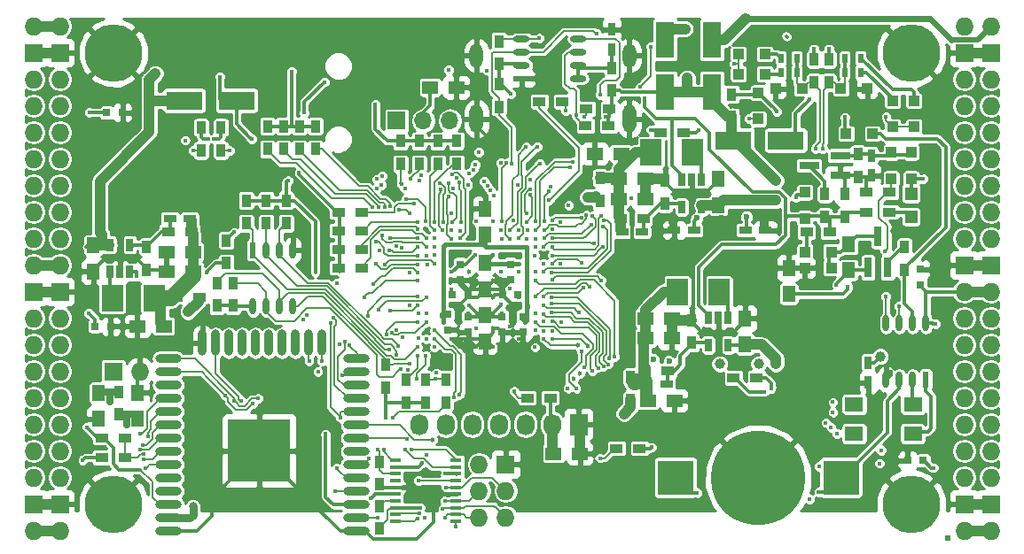
<source format=gbl>
G04 #@! TF.FileFunction,Copper,L4,Bot,Signal*
%FSLAX46Y46*%
G04 Gerber Fmt 4.6, Leading zero omitted, Abs format (unit mm)*
G04 Created by KiCad (PCBNEW 4.0.7+dfsg1-1) date Thu Mar 29 14:14:46 2018*
%MOMM*%
%LPD*%
G01*
G04 APERTURE LIST*
%ADD10C,0.100000*%
%ADD11R,1.700000X1.700000*%
%ADD12O,1.700000X1.700000*%
%ADD13R,0.900000X1.200000*%
%ADD14O,1.727200X1.727200*%
%ADD15R,1.727200X1.727200*%
%ADD16R,0.500000X0.500000*%
%ADD17R,1.800000X3.500000*%
%ADD18R,1.200000X0.900000*%
%ADD19R,2.000000X2.500000*%
%ADD20R,0.700000X1.200000*%
%ADD21R,1.250000X1.500000*%
%ADD22R,1.500000X1.250000*%
%ADD23R,0.800000X1.900000*%
%ADD24R,1.900000X0.800000*%
%ADD25R,1.200000X0.750000*%
%ADD26R,0.750000X1.200000*%
%ADD27C,5.500000*%
%ADD28R,1.000000X0.400000*%
%ADD29R,1.727200X2.032000*%
%ADD30O,1.727200X2.032000*%
%ADD31R,3.500000X1.800000*%
%ADD32R,3.500000X3.300000*%
%ADD33C,9.000000*%
%ADD34R,1.000000X1.000000*%
%ADD35O,1.300000X2.700000*%
%ADD36O,1.300000X2.300000*%
%ADD37R,0.600000X1.550000*%
%ADD38O,0.600000X1.550000*%
%ADD39R,1.550000X0.600000*%
%ADD40O,1.550000X0.600000*%
%ADD41O,2.500000X0.900000*%
%ADD42O,0.900000X2.500000*%
%ADD43R,6.000000X6.000000*%
%ADD44R,1.800000X1.400000*%
%ADD45R,1.200000X1.200000*%
%ADD46R,0.750000X0.800000*%
%ADD47R,0.800000X0.750000*%
%ADD48R,0.500000X0.900000*%
%ADD49C,0.400000*%
%ADD50C,1.000000*%
%ADD51C,0.600000*%
%ADD52C,0.454000*%
%ADD53C,0.800000*%
%ADD54C,0.700000*%
%ADD55C,0.300000*%
%ADD56C,1.000000*%
%ADD57C,0.500000*%
%ADD58C,0.190000*%
%ADD59C,0.600000*%
%ADD60C,0.400000*%
%ADD61C,0.800000*%
%ADD62C,0.700000*%
%ADD63C,1.500000*%
%ADD64C,0.127000*%
%ADD65C,0.180000*%
%ADD66C,1.200000*%
%ADD67C,0.200000*%
%ADD68C,0.254000*%
G04 APERTURE END LIST*
D10*
D11*
X130056000Y-71725000D03*
D12*
X132596000Y-71725000D03*
X135136000Y-71725000D03*
D13*
X169919000Y-68065000D03*
X169919000Y-65865000D03*
D14*
X97910000Y-62690000D03*
X95370000Y-62690000D03*
D15*
X97910000Y-65230000D03*
X95370000Y-65230000D03*
D14*
X97910000Y-67770000D03*
X95370000Y-67770000D03*
X97910000Y-70310000D03*
X95370000Y-70310000D03*
X97910000Y-72850000D03*
X95370000Y-72850000D03*
X97910000Y-75390000D03*
X95370000Y-75390000D03*
X97910000Y-77930000D03*
X95370000Y-77930000D03*
X97910000Y-80470000D03*
X95370000Y-80470000D03*
X97910000Y-83010000D03*
X95370000Y-83010000D03*
X97910000Y-85550000D03*
X95370000Y-85550000D03*
D15*
X97910000Y-88090000D03*
X95370000Y-88090000D03*
D14*
X97910000Y-90630000D03*
X95370000Y-90630000D03*
X97910000Y-93170000D03*
X95370000Y-93170000D03*
X97910000Y-95710000D03*
X95370000Y-95710000D03*
X97910000Y-98250000D03*
X95370000Y-98250000D03*
X97910000Y-100790000D03*
X95370000Y-100790000D03*
X97910000Y-103330000D03*
X95370000Y-103330000D03*
X97910000Y-105870000D03*
X95370000Y-105870000D03*
D15*
X97910000Y-108410000D03*
X95370000Y-108410000D03*
D14*
X97910000Y-110950000D03*
X95370000Y-110950000D03*
D16*
X182675150Y-111637626D03*
D13*
X103498000Y-99858000D03*
X103498000Y-97658000D03*
D17*
X155695000Y-69000000D03*
X155695000Y-64000000D03*
D18*
X157430000Y-72850000D03*
X155230000Y-72850000D03*
D19*
X160870000Y-88090000D03*
X156870000Y-88090000D03*
D20*
X159825000Y-90600000D03*
X160775000Y-90600000D03*
X161725000Y-90600000D03*
X161725000Y-93200000D03*
X159825000Y-93200000D03*
D19*
X102895000Y-88725000D03*
X106895000Y-88725000D03*
D20*
X104575000Y-86215000D03*
X103625000Y-86215000D03*
X102675000Y-86215000D03*
X102675000Y-83615000D03*
X104575000Y-83615000D03*
D19*
X158330000Y-74755000D03*
X154330000Y-74755000D03*
D20*
X157285000Y-77392000D03*
X158235000Y-77392000D03*
X159185000Y-77392000D03*
X159185000Y-79992000D03*
X157285000Y-79992000D03*
D21*
X101085000Y-83665000D03*
X101085000Y-86165000D03*
D22*
X153810000Y-90630000D03*
X156310000Y-90630000D03*
X153810000Y-92535000D03*
X156310000Y-92535000D03*
D21*
X163315000Y-93150000D03*
X163315000Y-90650000D03*
D22*
X151270000Y-79200000D03*
X153770000Y-79200000D03*
X151270000Y-77295000D03*
X153770000Y-77295000D03*
D21*
X160775000Y-79815000D03*
X160775000Y-77315000D03*
D22*
X110590000Y-84280000D03*
X108090000Y-84280000D03*
X110590000Y-86185000D03*
X108090000Y-86185000D03*
D21*
X173221000Y-86038000D03*
X173221000Y-83538000D03*
D23*
X176965000Y-85780000D03*
X175065000Y-85780000D03*
X176015000Y-82780000D03*
D24*
X172435000Y-75075000D03*
X172435000Y-76975000D03*
X169435000Y-76025000D03*
D25*
X153910000Y-96910000D03*
X155810000Y-96910000D03*
X151570000Y-82375000D03*
X153470000Y-82375000D03*
X110290000Y-81105000D03*
X108390000Y-81105000D03*
D26*
X175380000Y-75075000D03*
X175380000Y-76975000D03*
D18*
X169200000Y-82375000D03*
X171400000Y-82375000D03*
D13*
X172840000Y-80935000D03*
X172840000Y-78735000D03*
D18*
X177115000Y-80470000D03*
X174915000Y-80470000D03*
D13*
X174110000Y-74925000D03*
X174110000Y-77125000D03*
X178555000Y-83815000D03*
X178555000Y-86015000D03*
X113785000Y-83180000D03*
X113785000Y-85380000D03*
X170935000Y-80935000D03*
X170935000Y-78735000D03*
X128390000Y-108580000D03*
X128390000Y-110780000D03*
D18*
X153239000Y-103076000D03*
X151039000Y-103076000D03*
X177115000Y-78565000D03*
X174915000Y-78565000D03*
X153760000Y-95640000D03*
X155960000Y-95640000D03*
X110440000Y-82375000D03*
X108240000Y-82375000D03*
X151420000Y-81105000D03*
X153620000Y-81105000D03*
D13*
X158235000Y-90800000D03*
X158235000Y-93000000D03*
X106165000Y-86015000D03*
X106165000Y-83815000D03*
X155695000Y-77465000D03*
X155695000Y-79665000D03*
D18*
X126696000Y-85804000D03*
X124496000Y-85804000D03*
X126696000Y-84026000D03*
X124496000Y-84026000D03*
X126696000Y-82248000D03*
X124496000Y-82248000D03*
X126696000Y-80470000D03*
X124496000Y-80470000D03*
D13*
X130422000Y-75873000D03*
X130422000Y-73673000D03*
X132200000Y-75873000D03*
X132200000Y-73673000D03*
X133993000Y-75873000D03*
X133993000Y-73673000D03*
X135771000Y-75873000D03*
X135771000Y-73673000D03*
D26*
X150589600Y-64910000D03*
X150589600Y-63010000D03*
D14*
X184270000Y-110950000D03*
X186810000Y-110950000D03*
D15*
X184270000Y-108410000D03*
X186810000Y-108410000D03*
D14*
X184270000Y-105870000D03*
X186810000Y-105870000D03*
X184270000Y-103330000D03*
X186810000Y-103330000D03*
X184270000Y-100790000D03*
X186810000Y-100790000D03*
X184270000Y-98250000D03*
X186810000Y-98250000D03*
X184270000Y-95710000D03*
X186810000Y-95710000D03*
X184270000Y-93170000D03*
X186810000Y-93170000D03*
X184270000Y-90630000D03*
X186810000Y-90630000D03*
X184270000Y-88090000D03*
X186810000Y-88090000D03*
D15*
X184270000Y-85550000D03*
X186810000Y-85550000D03*
D14*
X184270000Y-83010000D03*
X186810000Y-83010000D03*
X184270000Y-80470000D03*
X186810000Y-80470000D03*
X184270000Y-77930000D03*
X186810000Y-77930000D03*
X184270000Y-75390000D03*
X186810000Y-75390000D03*
X184270000Y-72850000D03*
X186810000Y-72850000D03*
X184270000Y-70310000D03*
X186810000Y-70310000D03*
X184270000Y-67770000D03*
X186810000Y-67770000D03*
D15*
X184270000Y-65230000D03*
X186810000Y-65230000D03*
D14*
X184270000Y-62690000D03*
X186810000Y-62690000D03*
D27*
X102990000Y-108410000D03*
X179190000Y-108410000D03*
X179190000Y-65230000D03*
X102990000Y-65230000D03*
D13*
X162045000Y-71410000D03*
X162045000Y-69210000D03*
X139820000Y-66330000D03*
X139820000Y-64130000D03*
X139835000Y-68212000D03*
X139835000Y-70412000D03*
X150615000Y-68870000D03*
X150615000Y-66670000D03*
D18*
X150275000Y-72215000D03*
X148075000Y-72215000D03*
X150380000Y-70600000D03*
X148180000Y-70600000D03*
D28*
X135735000Y-104215000D03*
X135735000Y-104865000D03*
X135735000Y-105515000D03*
X135735000Y-106165000D03*
X135735000Y-106815000D03*
X135735000Y-107465000D03*
X135735000Y-108115000D03*
X135735000Y-108765000D03*
X135735000Y-109415000D03*
X135735000Y-110065000D03*
X129935000Y-110065000D03*
X129935000Y-109415000D03*
X129935000Y-108765000D03*
X129935000Y-108115000D03*
X129935000Y-107465000D03*
X129935000Y-106815000D03*
X129935000Y-106165000D03*
X129935000Y-105515000D03*
X129935000Y-104865000D03*
X129935000Y-104215000D03*
D13*
X119500000Y-79370000D03*
X119500000Y-81570000D03*
X114420000Y-89444000D03*
X114420000Y-87244000D03*
X129025000Y-97275000D03*
X129025000Y-95075000D03*
X117595000Y-79370000D03*
X117595000Y-81570000D03*
X112896000Y-89444000D03*
X112896000Y-87244000D03*
X115690000Y-79370000D03*
X115690000Y-81570000D03*
D18*
X144730000Y-98250000D03*
X142530000Y-98250000D03*
D13*
X132835000Y-98715000D03*
X132835000Y-96515000D03*
X130930000Y-98715000D03*
X130930000Y-96515000D03*
D18*
X101890000Y-103965000D03*
X104090000Y-103965000D03*
D15*
X102990000Y-95710000D03*
D14*
X105530000Y-95710000D03*
D18*
X104090000Y-102060000D03*
X101890000Y-102060000D03*
D21*
X167506000Y-88324000D03*
X167506000Y-85824000D03*
D18*
X164415000Y-96345000D03*
X162215000Y-96345000D03*
D15*
X140455000Y-104600000D03*
D14*
X137915000Y-104600000D03*
X140455000Y-107140000D03*
X137915000Y-107140000D03*
X140455000Y-109680000D03*
X137915000Y-109680000D03*
D21*
X138500000Y-90370000D03*
X138500000Y-92870000D03*
X138500000Y-82670000D03*
X138500000Y-80170000D03*
X138500000Y-85370000D03*
X138500000Y-87870000D03*
X101593000Y-97762000D03*
X101593000Y-100262000D03*
D13*
X113277000Y-74585000D03*
X113277000Y-72385000D03*
X111372000Y-74585000D03*
X111372000Y-72385000D03*
X171316000Y-68065000D03*
X171316000Y-65865000D03*
D29*
X147440000Y-100790000D03*
D30*
X144900000Y-100790000D03*
X142360000Y-100790000D03*
X139820000Y-100790000D03*
X137280000Y-100790000D03*
X134740000Y-100790000D03*
X132200000Y-100790000D03*
D21*
X105276000Y-100262000D03*
X105276000Y-97762000D03*
D31*
X109761000Y-69802000D03*
X114761000Y-69802000D03*
X167212000Y-73612000D03*
X162212000Y-73612000D03*
D17*
X160140000Y-64000000D03*
X160140000Y-69000000D03*
D22*
X154064000Y-98504000D03*
X156564000Y-98504000D03*
X107796000Y-91392000D03*
X105296000Y-91392000D03*
X151484000Y-74882000D03*
X148984000Y-74882000D03*
D13*
X134740000Y-96515000D03*
X134740000Y-98715000D03*
D32*
X172485000Y-105870000D03*
X156685000Y-105870000D03*
D33*
X164585000Y-105870000D03*
D34*
X168756000Y-68659000D03*
X166256000Y-68659000D03*
X172479000Y-68659000D03*
X174979000Y-68659000D03*
X169050000Y-84280000D03*
X171550000Y-84280000D03*
X169030000Y-81085000D03*
X169030000Y-78585000D03*
X171550000Y-85804000D03*
X169050000Y-85804000D03*
X179190000Y-77275000D03*
X179190000Y-74775000D03*
X177285000Y-74775000D03*
X177285000Y-77275000D03*
X172987000Y-72977000D03*
X175487000Y-72977000D03*
X164585000Y-69060000D03*
X164585000Y-71560000D03*
D13*
X128390000Y-106546000D03*
X128390000Y-104346000D03*
X117722000Y-74458000D03*
X117722000Y-72258000D03*
X119246000Y-74458000D03*
X119246000Y-72258000D03*
X120770000Y-74458000D03*
X120770000Y-72258000D03*
X122294000Y-74458000D03*
X122294000Y-72258000D03*
D18*
X145880000Y-69900000D03*
X143680000Y-69900000D03*
D35*
X152280000Y-71550000D03*
X137680000Y-71550000D03*
D36*
X137680000Y-65500000D03*
X152280000Y-65500000D03*
D37*
X180602000Y-96505000D03*
D38*
X179332000Y-96505000D03*
X178062000Y-96505000D03*
X176792000Y-96505000D03*
X176792000Y-91105000D03*
X178062000Y-91105000D03*
X179332000Y-91105000D03*
X180602000Y-91105000D03*
D39*
X141980000Y-67706500D03*
D40*
X141980000Y-66436500D03*
X141980000Y-65166500D03*
X141980000Y-63896500D03*
X147380000Y-63896500D03*
X147380000Y-65166500D03*
X147380000Y-66436500D03*
X147380000Y-67706500D03*
D37*
X116325000Y-84120000D03*
D38*
X117595000Y-84120000D03*
X118865000Y-84120000D03*
X120135000Y-84120000D03*
X120135000Y-89520000D03*
X118865000Y-89520000D03*
X117595000Y-89520000D03*
X116325000Y-89520000D03*
D41*
X126230000Y-111000000D03*
X126230000Y-109730000D03*
X126230000Y-108460000D03*
X126230000Y-107190000D03*
X126230000Y-105920000D03*
X126230000Y-104650000D03*
X126230000Y-103380000D03*
X126230000Y-102110000D03*
X126230000Y-100840000D03*
X126230000Y-99570000D03*
X126230000Y-98300000D03*
X126230000Y-97030000D03*
X126230000Y-95760000D03*
X126230000Y-94490000D03*
D42*
X122945000Y-93000000D03*
X121675000Y-93000000D03*
X120405000Y-93000000D03*
X119135000Y-93000000D03*
X117865000Y-93000000D03*
X116595000Y-93000000D03*
X115325000Y-93000000D03*
X114055000Y-93000000D03*
X112785000Y-93000000D03*
X111515000Y-93000000D03*
D41*
X108230000Y-94490000D03*
X108230000Y-95760000D03*
X108230000Y-97030000D03*
X108230000Y-98300000D03*
X108230000Y-99570000D03*
X108230000Y-100840000D03*
X108230000Y-102110000D03*
X108230000Y-103380000D03*
X108230000Y-104650000D03*
X108230000Y-105920000D03*
X108230000Y-107190000D03*
X108230000Y-108460000D03*
X108230000Y-109730000D03*
X108230000Y-111000000D03*
D43*
X116930000Y-103300000D03*
D44*
X179344000Y-98882000D03*
X173744000Y-98882000D03*
X173744000Y-101682000D03*
X179344000Y-101682000D03*
D45*
X179190000Y-78735000D03*
X179190000Y-80935000D03*
D46*
X140900000Y-86970000D03*
X140900000Y-85470000D03*
X136100000Y-86970000D03*
X136100000Y-85470000D03*
X136900000Y-91970000D03*
X136900000Y-90470000D03*
X140100000Y-91970000D03*
X140100000Y-90470000D03*
X142100000Y-91970000D03*
X142100000Y-90470000D03*
X134900000Y-91770000D03*
X134900000Y-90270000D03*
D47*
X136850000Y-88420000D03*
X135350000Y-88420000D03*
X140150000Y-88420000D03*
X141650000Y-88420000D03*
D25*
X163350000Y-82220000D03*
X165250000Y-82220000D03*
X158450000Y-82220000D03*
X156550000Y-82220000D03*
D26*
X175100000Y-94870000D03*
X175100000Y-96770000D03*
D48*
X166756000Y-67135000D03*
X168256000Y-67135000D03*
X174350000Y-67120000D03*
X172850000Y-67120000D03*
D34*
X162700000Y-67262000D03*
X165200000Y-67262000D03*
X165200000Y-65357000D03*
X162700000Y-65357000D03*
X177412000Y-72322000D03*
X177412000Y-69822000D03*
X179444000Y-69822000D03*
X179444000Y-72322000D03*
D48*
X166756000Y-65738000D03*
X168256000Y-65738000D03*
X172852000Y-65738000D03*
X174352000Y-65738000D03*
D13*
X152393000Y-96261000D03*
X152393000Y-98461000D03*
D18*
X109002000Y-88598000D03*
X111202000Y-88598000D03*
D13*
X149472000Y-77211000D03*
X149472000Y-79411000D03*
D22*
X145047000Y-103584000D03*
X147547000Y-103584000D03*
X133251000Y-68550000D03*
X135751000Y-68550000D03*
D47*
X103870000Y-70963000D03*
X102370000Y-70963000D03*
X102739000Y-91410000D03*
X101239000Y-91410000D03*
D46*
X180094000Y-85961000D03*
X180094000Y-87461000D03*
D47*
X178848000Y-104237000D03*
X180348000Y-104237000D03*
D49*
X141740000Y-70201000D03*
X141171192Y-81309931D03*
X131264297Y-86227110D03*
X132882184Y-84635372D03*
X132880004Y-82103335D03*
X173856000Y-71538990D03*
D50*
X164947008Y-63194069D03*
X175494572Y-64322557D03*
D49*
X135342764Y-89381630D03*
X144103496Y-84660400D03*
D50*
X177658444Y-82281349D03*
D49*
X145680000Y-81405125D03*
X145691238Y-94166752D03*
X145759873Y-91010176D03*
D51*
X152525938Y-81463870D03*
D50*
X162956098Y-95078488D03*
X158539988Y-94868772D03*
D51*
X161075765Y-80992022D03*
X164882869Y-80938986D03*
X156262773Y-81349374D03*
X123437000Y-108972000D03*
D49*
X135281276Y-80583119D03*
X131279502Y-89407325D03*
X170309539Y-85441529D03*
X145672808Y-85396062D03*
X133216000Y-107465000D03*
X137680000Y-88600000D03*
X142480000Y-95000000D03*
X141680000Y-92600000D03*
X140836000Y-84534000D03*
X135284627Y-94985297D03*
X135288625Y-94225619D03*
X134455822Y-94267172D03*
X136095958Y-93369652D03*
D52*
X139264636Y-91615205D03*
D50*
X116880503Y-64802940D03*
X106974809Y-64953974D03*
D49*
X177285000Y-95710000D03*
X140874194Y-91433353D03*
X142480000Y-94200000D03*
X140880000Y-93400000D03*
X139280000Y-93400000D03*
X137680000Y-93400000D03*
X136880000Y-92600000D03*
X135280000Y-92600000D03*
X132880000Y-91800000D03*
X132880000Y-93400000D03*
D52*
X141042859Y-86994997D03*
X139280000Y-87000000D03*
X136110990Y-86995403D03*
X137680000Y-87000000D03*
X136080000Y-84600000D03*
X139280000Y-88600000D03*
D49*
X172047074Y-87438453D03*
D50*
X166255545Y-79350736D03*
X166275426Y-77452540D03*
X157807568Y-67669269D03*
X101707889Y-82423180D03*
X107021491Y-67228122D03*
X166284693Y-95025145D03*
D49*
X150030853Y-71331848D03*
D50*
X157600000Y-62944000D03*
D49*
X181341888Y-104945434D03*
X181491000Y-91156000D03*
X171709918Y-99619659D03*
X171709918Y-98665996D03*
X135009000Y-66899000D03*
X140936031Y-69178713D03*
X138653686Y-66932248D03*
X135279386Y-87846456D03*
X119692151Y-77494120D03*
X113660608Y-89375718D03*
D50*
X148268387Y-79050018D03*
D49*
X137659051Y-91638034D03*
X158870000Y-72596000D03*
X114513935Y-82409431D03*
X109840000Y-73620000D03*
X132110753Y-92527478D03*
X165803369Y-97344883D03*
D50*
X160905403Y-95006436D03*
D51*
X158731133Y-81048929D03*
X154593901Y-94607945D03*
X156088245Y-94762980D03*
D50*
X164625730Y-94982471D03*
D51*
X163462982Y-80942429D03*
D50*
X176254940Y-94288458D03*
D53*
X110593913Y-108636458D03*
D49*
X180340784Y-77316932D03*
X173137949Y-87594275D03*
D54*
X102710050Y-98594954D03*
D49*
X129005202Y-100174798D03*
X176305593Y-103279812D03*
X100080000Y-104200000D03*
X139272517Y-84611349D03*
X141680000Y-86200000D03*
X132880000Y-92600000D03*
X141680000Y-88600000D03*
X141680000Y-85400000D03*
X130019597Y-91733045D03*
X121431221Y-90311593D03*
X121088335Y-90753785D03*
X130583026Y-92475628D03*
X146394787Y-97333919D03*
X143300000Y-86220000D03*
X147175985Y-97333919D03*
X147700000Y-93820000D03*
X144900000Y-91820000D03*
X142277990Y-91000000D03*
D50*
X110128890Y-90028152D03*
D49*
X142480000Y-83800000D03*
X134480000Y-83800000D03*
X134480000Y-91000000D03*
X153761418Y-69551692D03*
X121209142Y-70936206D03*
X123140100Y-68036603D03*
X105245010Y-86595559D03*
X169517039Y-69686488D03*
X170362901Y-107286196D03*
X158716651Y-107325176D03*
X136028224Y-97922729D03*
X128216338Y-109760338D03*
X132708000Y-109680000D03*
X134750646Y-106810513D03*
X133680000Y-91800000D03*
X135517016Y-98167170D03*
X134675868Y-108131585D03*
D52*
X133449289Y-102232615D03*
D49*
X133680000Y-92600000D03*
X127419091Y-104077728D03*
X132936956Y-103711000D03*
X133685482Y-93402296D03*
X134463998Y-108841973D03*
X131986331Y-96404793D03*
X131039072Y-102187000D03*
X134636872Y-109719950D03*
X132846234Y-94197073D03*
X176700000Y-84220000D03*
X143260000Y-84620000D03*
X120739932Y-76694083D03*
X128024000Y-70201000D03*
X149498781Y-69238969D03*
X147983153Y-71347080D03*
X147186000Y-71200000D03*
X127810351Y-87344981D03*
X121687479Y-94718249D03*
X132083026Y-86260405D03*
X113700000Y-98020000D03*
X116325960Y-98790853D03*
X122932649Y-94724357D03*
X124849021Y-96102869D03*
X122527919Y-95725900D03*
X116198000Y-73474420D03*
X127586603Y-107875044D03*
X113157250Y-67567056D03*
X146180000Y-70800000D03*
X131453853Y-103208291D03*
X149771692Y-81825658D03*
X144080000Y-86200000D03*
X149553145Y-86989440D03*
X144894316Y-86977564D03*
X144896700Y-83835368D03*
X149549750Y-80868432D03*
D52*
X147343891Y-93217126D03*
D49*
X144113248Y-92588762D03*
X144875155Y-86292748D03*
X149846468Y-81303978D03*
X148696112Y-80861847D03*
X144916886Y-82991356D03*
D52*
X148349010Y-93322307D03*
D49*
X144882352Y-92577990D03*
X144902941Y-90956495D03*
X148747982Y-95669626D03*
X144867244Y-90112484D03*
X149795895Y-95251084D03*
X144855814Y-89268481D03*
X150278898Y-95040253D03*
X150345974Y-94517527D03*
X144877648Y-88622010D03*
X150889207Y-94332565D03*
X143280000Y-87000000D03*
X130211351Y-93284273D03*
X131084713Y-95564177D03*
X130422000Y-95456000D03*
X131316164Y-94959140D03*
X130053332Y-94113207D03*
X132031990Y-93400000D03*
X129371747Y-93601166D03*
X141280657Y-97642010D03*
X133852393Y-95875797D03*
X133762848Y-96395146D03*
X132080000Y-94200000D03*
X105890482Y-103613569D03*
X128451712Y-84132002D03*
X129449238Y-89938001D03*
X130839477Y-103208987D03*
X132075624Y-89410644D03*
X128806823Y-103185900D03*
X128309142Y-89783859D03*
X132162861Y-106185868D03*
X132880000Y-88600000D03*
X126970181Y-88622830D03*
X124322162Y-105002357D03*
X132080000Y-87000000D03*
X125525099Y-93236764D03*
X124202418Y-107207639D03*
X110599084Y-74589383D03*
X132024412Y-109766775D03*
X114104080Y-74612196D03*
X132219727Y-109277292D03*
X115190634Y-98572389D03*
X131729034Y-79700389D03*
X132088008Y-81408008D03*
X132079995Y-82103334D03*
X132872609Y-82947350D03*
X133627359Y-81414685D03*
X133648389Y-82190597D03*
X131353451Y-77264702D03*
X130550116Y-77838328D03*
X129568570Y-92005655D03*
X132880000Y-91000000D03*
X129055731Y-92212926D03*
X132077338Y-91002010D03*
X130272149Y-80238214D03*
X131271767Y-80592217D03*
X128091794Y-85439936D03*
X132089786Y-85479378D03*
X134231628Y-78319445D03*
X163703220Y-71542164D03*
X134433979Y-82180155D03*
X135656559Y-110610712D03*
X149495225Y-104009099D03*
X132468001Y-104503413D03*
D54*
X104260000Y-100790000D03*
D49*
X114560994Y-98539563D03*
X116800000Y-98320000D03*
X111895217Y-86253790D03*
X170383147Y-104803648D03*
X165170594Y-97666317D03*
X169506589Y-107953726D03*
X170026483Y-74446860D03*
X142571021Y-82204353D03*
X143287402Y-83042010D03*
X154425580Y-102987766D03*
X168166438Y-79108038D03*
X112614274Y-73474420D03*
X112074854Y-73474420D03*
X176185734Y-104520755D03*
X143269694Y-93414905D03*
X172088748Y-101653244D03*
X143280000Y-91800000D03*
X171544861Y-101086833D03*
X144064831Y-91877646D03*
X171031350Y-100628341D03*
X144080000Y-90956495D03*
X135420053Y-78211778D03*
X135277990Y-82193851D03*
X135781183Y-77211579D03*
X136124555Y-82260038D03*
X135353920Y-76903054D03*
X136080000Y-83000000D03*
X142785835Y-77341923D03*
X170739071Y-74406366D03*
X142460000Y-83020000D03*
X143280000Y-83800000D03*
X169919000Y-64849000D03*
X171316000Y-64849000D03*
X125110333Y-92897638D03*
X124361185Y-87274371D03*
X124361184Y-87274370D03*
X182675150Y-111637626D03*
X172853718Y-71407275D03*
X166353476Y-70835462D03*
X123273881Y-101715917D03*
X129660000Y-100155000D03*
X127301917Y-90417883D03*
X132084049Y-88558274D03*
X128280000Y-103200000D03*
X120008000Y-67008000D03*
X129437600Y-79946788D03*
X133680000Y-83000000D03*
X128910793Y-79983259D03*
X133680000Y-83800000D03*
X130487935Y-83869856D03*
X128330119Y-79985525D03*
X128913013Y-85505853D03*
X129992018Y-83691508D03*
X127753104Y-79997190D03*
X133680000Y-85400000D03*
X140896226Y-87816226D03*
X140038941Y-89350966D03*
X136944530Y-89373464D03*
D52*
X136938110Y-86196311D03*
D49*
X140014602Y-86192969D03*
X139285803Y-90177691D03*
X137689001Y-90122990D03*
D50*
X151758000Y-99774000D03*
D49*
X136885174Y-90194826D03*
X140094890Y-90122990D03*
X135008697Y-79000518D03*
X135280000Y-83022010D03*
X154298000Y-72596000D03*
X100450000Y-101044000D03*
X132285867Y-108754446D03*
X134707351Y-105508447D03*
X139280000Y-81400000D03*
X139304556Y-78913792D03*
X139024483Y-78419090D03*
X138702723Y-77981589D03*
X138390435Y-77551542D03*
X137918524Y-74732850D03*
X137680000Y-81400000D03*
X137560310Y-75961263D03*
X137375262Y-76454719D03*
X136958091Y-76776759D03*
X136907679Y-77875625D03*
X136064002Y-77656276D03*
X136160979Y-81416027D03*
X135047072Y-77733978D03*
X135316968Y-81442010D03*
X134203061Y-77712729D03*
X134471370Y-81406751D03*
D52*
X146942280Y-96452058D03*
X147534467Y-95913260D03*
D49*
X147928857Y-95339016D03*
X143322010Y-91000657D03*
X149284391Y-95377990D03*
X144077013Y-90266968D03*
X147430953Y-90112484D03*
X144076240Y-89395301D03*
X143322010Y-90201951D03*
X147910791Y-87683418D03*
X144082832Y-88584510D03*
X148483539Y-87623462D03*
X143322010Y-88595030D03*
X144102010Y-85397219D03*
X144889349Y-85448737D03*
X147687390Y-85374093D03*
X149732494Y-83807694D03*
X144912409Y-84635817D03*
X148921512Y-83442010D03*
X144103186Y-83777990D03*
X144131413Y-83000000D03*
X148610661Y-81705858D03*
X144888125Y-82147345D03*
X144176662Y-82199998D03*
X148175253Y-80781550D03*
X147688311Y-80983115D03*
X144880008Y-81303333D03*
X142811300Y-78846033D03*
X142460000Y-81420000D03*
X142784407Y-78283067D03*
X142460000Y-80620000D03*
X144606344Y-78517346D03*
X144175043Y-81398770D03*
X144791531Y-78023942D03*
X146587441Y-76174058D03*
X143332651Y-82197990D03*
X146901448Y-75654906D03*
X143331031Y-81377293D03*
X143708879Y-75817300D03*
X141727010Y-82998875D03*
X141727010Y-82194937D03*
X140028978Y-82200000D03*
X141624813Y-77914503D03*
X142418848Y-74257965D03*
X140861329Y-83041266D03*
X143457010Y-74219135D03*
X140872990Y-82177164D03*
X132197462Y-77454139D03*
X132389081Y-76963198D03*
X128644933Y-77050030D03*
X128152012Y-77332672D03*
X128125571Y-78233647D03*
X128590544Y-77894041D03*
X130878594Y-78253288D03*
X130952639Y-79249008D03*
X132783339Y-81400004D03*
X129458086Y-83004065D03*
X132079024Y-82947345D03*
X105572759Y-101661319D03*
X128676034Y-82754490D03*
X132881746Y-83791361D03*
X106276126Y-101893466D03*
X105840996Y-102767214D03*
X129302562Y-84153497D03*
X132083682Y-83791356D03*
X105553144Y-103208669D03*
X128068051Y-83340532D03*
X132092886Y-84635367D03*
X105847765Y-104138847D03*
X133671942Y-84595200D03*
X132944146Y-85529791D03*
X106088753Y-104974041D03*
X124707442Y-100126977D03*
X124632693Y-93120351D03*
X123714874Y-91057383D03*
X132900000Y-90180000D03*
X124022612Y-90627600D03*
X132100000Y-90157990D03*
X139989376Y-75748003D03*
X162271466Y-66284958D03*
X140514378Y-75793988D03*
X140080000Y-81400000D03*
X176797084Y-71341791D03*
X153261256Y-68522990D03*
X176779363Y-88536786D03*
X154329326Y-64643767D03*
X152497066Y-79193467D03*
X146481406Y-79819384D03*
X143650666Y-63862520D03*
X178049758Y-89464805D03*
X141038789Y-75846279D03*
X140060000Y-83020000D03*
X149134122Y-63424051D03*
X144606344Y-79361357D03*
X100743921Y-70960523D03*
X100652119Y-90162239D03*
X137550785Y-84577294D03*
X135280000Y-86200000D03*
D55*
X167336000Y-63706000D02*
X167252000Y-63622000D01*
X177285000Y-95710000D02*
X177285000Y-96122267D01*
X177285000Y-96122267D02*
X176796962Y-96610305D01*
X139163860Y-75537864D02*
X137472985Y-77228739D01*
X139163860Y-73733860D02*
X139163860Y-75537864D01*
X137472985Y-77228739D02*
X137472985Y-78092985D01*
X137680000Y-71550000D02*
X137680000Y-72250000D01*
X137680000Y-72250000D02*
X139163860Y-73733860D01*
X138500000Y-79120000D02*
X138500000Y-80170000D01*
X137472985Y-78092985D02*
X138500000Y-79120000D01*
X105276000Y-97762000D02*
X105276000Y-95964000D01*
X105276000Y-95964000D02*
X105530000Y-95710000D01*
X138500000Y-87870000D02*
X137137029Y-87870000D01*
X137137029Y-87870000D02*
X136979988Y-88027041D01*
X136979988Y-88027041D02*
X136850000Y-88027041D01*
X140150000Y-88420000D02*
X140150000Y-87836000D01*
X140150000Y-87836000D02*
X140150000Y-87618935D01*
X138500000Y-87870000D02*
X140116000Y-87870000D01*
X140116000Y-87870000D02*
X140150000Y-87836000D01*
X139280000Y-88600000D02*
X139230000Y-88600000D01*
X139230000Y-88600000D02*
X138500000Y-87870000D01*
X137680000Y-88600000D02*
X137770000Y-88600000D01*
X137770000Y-88600000D02*
X138500000Y-87870000D01*
D56*
X147547000Y-103584000D02*
X147547000Y-100897000D01*
D55*
X147547000Y-100897000D02*
X147440000Y-100790000D01*
X175494572Y-64322557D02*
X166075496Y-64322557D01*
X166075496Y-64322557D02*
X165447007Y-63694068D01*
X165447007Y-63694068D02*
X164947008Y-63194069D01*
X164882869Y-80938986D02*
X164882869Y-81852869D01*
X164882869Y-81852869D02*
X165250000Y-82220000D01*
X156550000Y-82220000D02*
X156550000Y-82895000D01*
X156550000Y-82895000D02*
X155822000Y-83623000D01*
X155822000Y-83623000D02*
X155822000Y-83645000D01*
X156262773Y-81349374D02*
X156262773Y-81932773D01*
X156262773Y-81932773D02*
X156550000Y-82220000D01*
X139264636Y-91615205D02*
X139745205Y-91615205D01*
X139745205Y-91615205D02*
X140100000Y-91970000D01*
D57*
X140150000Y-88420000D02*
X140150000Y-87606614D01*
X140150000Y-87606614D02*
X139543386Y-87000000D01*
D55*
X139543386Y-87000000D02*
X139280000Y-87000000D01*
D57*
X140150000Y-87618935D02*
X140773938Y-86994997D01*
D55*
X140773938Y-86994997D02*
X141042859Y-86994997D01*
X137680000Y-87000000D02*
X137680000Y-87050000D01*
X137680000Y-87050000D02*
X138500000Y-87870000D01*
X139280000Y-87000000D02*
X139280000Y-87090000D01*
X139280000Y-87090000D02*
X138500000Y-87870000D01*
X140150000Y-88420000D02*
X141150000Y-89420000D01*
X140150000Y-88420000D02*
X139460000Y-88420000D01*
X139460000Y-88420000D02*
X139280000Y-88600000D01*
X137680000Y-87000000D02*
X137680000Y-87298789D01*
D57*
X137680000Y-87298789D02*
X136850000Y-88128789D01*
D55*
X136850000Y-88128789D02*
X136850000Y-88420000D01*
X136110990Y-86995403D02*
X136110990Y-87288031D01*
X136850000Y-88027041D02*
X136850000Y-88420000D01*
D57*
X136110990Y-87288031D02*
X136850000Y-88027041D01*
D55*
X136110990Y-86995403D02*
X137675403Y-86995403D01*
X137675403Y-86995403D02*
X137680000Y-87000000D01*
X135850000Y-90220000D02*
X135850000Y-89545000D01*
X135850000Y-89545000D02*
X136795000Y-88600000D01*
X136795000Y-88600000D02*
X137397158Y-88600000D01*
X137397158Y-88600000D02*
X137680000Y-88600000D01*
X153039876Y-83645000D02*
X155822000Y-83645000D01*
X152525938Y-83131062D02*
X153039876Y-83645000D01*
X152525938Y-81463870D02*
X152525938Y-83131062D01*
D58*
X138029000Y-66332000D02*
X138115000Y-66246000D01*
D55*
X133415999Y-107664999D02*
X133216000Y-107465000D01*
X133612013Y-107861013D02*
X133415999Y-107664999D01*
X131991648Y-111780338D02*
X133612013Y-110159973D01*
X127810434Y-111780338D02*
X131991648Y-111780338D01*
X133612013Y-110159973D02*
X133612013Y-107861013D01*
X127060434Y-111030338D02*
X127810434Y-111780338D01*
X126260434Y-111030338D02*
X127060434Y-111030338D01*
D56*
X184270000Y-108410000D02*
X186810000Y-108410000D01*
X184270000Y-85550000D02*
X186810000Y-85550000D01*
X184270000Y-65230000D02*
X186810000Y-65230000D01*
X95370000Y-65230000D02*
X97910000Y-65230000D01*
X95370000Y-88090000D02*
X97910000Y-88090000D01*
X95370000Y-108410000D02*
X97910000Y-108410000D01*
D55*
X108260434Y-111030338D02*
X109060434Y-111030338D01*
X109060434Y-111030338D02*
X109140772Y-110950000D01*
X110957617Y-110950000D02*
X112380000Y-109527617D01*
X109140772Y-110950000D02*
X110957617Y-110950000D01*
X112380000Y-109527617D02*
X112380000Y-107854384D01*
X112380000Y-107854384D02*
X116904046Y-103330338D01*
X116904046Y-103330338D02*
X116960434Y-103330338D01*
X167506000Y-85824000D02*
X169927068Y-85824000D01*
X169927068Y-85824000D02*
X170109540Y-85641528D01*
X170109540Y-85641528D02*
X170309539Y-85441529D01*
X133216000Y-107465000D02*
X132214478Y-107465000D01*
X135735000Y-107465000D02*
X133216000Y-107465000D01*
X132214478Y-107465000D02*
X131572496Y-106823018D01*
X131572496Y-106823018D02*
X129919874Y-106823018D01*
X126260434Y-111030338D02*
X124660659Y-111030338D01*
X124660659Y-111030338D02*
X116960659Y-103330338D01*
X116960659Y-103330338D02*
X116960434Y-103330338D01*
X129935000Y-106815000D02*
X128659000Y-106815000D01*
X128659000Y-106815000D02*
X128390000Y-106546000D01*
X128390000Y-106546000D02*
X128558000Y-106546000D01*
X136126306Y-93400000D02*
X136095958Y-93369652D01*
X136880000Y-92600000D02*
X136110348Y-93369652D01*
X136049652Y-93369652D02*
X136095958Y-93369652D01*
X137680000Y-93400000D02*
X136126306Y-93400000D01*
X135280000Y-92600000D02*
X136049652Y-93369652D01*
X136110348Y-93369652D02*
X136095958Y-93369652D01*
X139264636Y-92054364D02*
X139264636Y-91936231D01*
X139264636Y-91936231D02*
X139264636Y-91615205D01*
X138550000Y-92769000D02*
X139264636Y-92054364D01*
X136880000Y-92600000D02*
X137680000Y-93400000D01*
X136880000Y-92600000D02*
X138381000Y-92600000D01*
X138381000Y-92600000D02*
X138550000Y-92769000D01*
X135280000Y-92600000D02*
X136880000Y-92600000D01*
X138550000Y-92769000D02*
X138649000Y-92769000D01*
X138649000Y-92769000D02*
X139280000Y-93400000D01*
X138550000Y-92769000D02*
X138311000Y-92769000D01*
X138311000Y-92769000D02*
X137680000Y-93400000D01*
X102210000Y-84915000D02*
X103625000Y-84915000D01*
X103625000Y-84915000D02*
X105215000Y-84915000D01*
X103625000Y-86215000D02*
X103625000Y-84915000D01*
X105215000Y-84915000D02*
X106165000Y-85865000D01*
X106165000Y-85865000D02*
X106165000Y-86015000D01*
X101085000Y-86165000D02*
X101085000Y-86040000D01*
X101085000Y-86040000D02*
X102210000Y-84915000D01*
X106165000Y-86015000D02*
X107920000Y-86015000D01*
X107920000Y-86015000D02*
X108090000Y-86185000D01*
D56*
X153770000Y-77295000D02*
X155525000Y-77295000D01*
D55*
X155525000Y-77295000D02*
X155695000Y-77465000D01*
D56*
X153770000Y-79200000D02*
X153770000Y-77295000D01*
D55*
X174110000Y-77125000D02*
X174745000Y-77125000D01*
X174745000Y-77125000D02*
X175230000Y-77125000D01*
X174915000Y-78565000D02*
X174915000Y-77295000D01*
X174915000Y-77295000D02*
X174745000Y-77125000D01*
X172840000Y-78735000D02*
X172840000Y-77380000D01*
X172840000Y-77380000D02*
X172435000Y-76975000D01*
X175230000Y-77125000D02*
X175380000Y-76975000D01*
X172435000Y-76975000D02*
X173960000Y-76975000D01*
X173960000Y-76975000D02*
X174110000Y-77125000D01*
X159850000Y-78365000D02*
X158235000Y-78365000D01*
X158235000Y-78365000D02*
X156445000Y-78365000D01*
X158235000Y-77235000D02*
X158235000Y-78365000D01*
X160775000Y-77315000D02*
X160775000Y-77440000D01*
X160775000Y-77440000D02*
X159850000Y-78365000D01*
X156445000Y-78365000D02*
X155695000Y-77615000D01*
X155695000Y-77615000D02*
X155695000Y-77465000D01*
D56*
X156310000Y-90630000D02*
X156310000Y-92535000D01*
X158235000Y-90800000D02*
X156480000Y-90800000D01*
D55*
X156480000Y-90800000D02*
X156310000Y-90630000D01*
X163315000Y-90650000D02*
X163315000Y-90834602D01*
X163315000Y-90834602D02*
X162249602Y-91900000D01*
X162249602Y-91900000D02*
X160775000Y-91900000D01*
X101085000Y-86165000D02*
X101085000Y-85929893D01*
X106165000Y-85944374D02*
X106165000Y-86015000D01*
X159185000Y-91900000D02*
X160775000Y-91900000D01*
X160775000Y-90600000D02*
X160775000Y-91900000D01*
X158235000Y-90800000D02*
X158235000Y-90950000D01*
X158235000Y-90950000D02*
X159185000Y-91900000D01*
X108090000Y-84280000D02*
X108090000Y-86185000D01*
X107625000Y-84745000D02*
X108090000Y-84280000D01*
X108070000Y-84260000D02*
X108090000Y-84280000D01*
X141037856Y-87000000D02*
X141042859Y-86994997D01*
X139280000Y-87000000D02*
X141037856Y-87000000D01*
X151495000Y-69000000D02*
X151365000Y-68870000D01*
X155695000Y-69000000D02*
X151495000Y-69000000D01*
X151365000Y-68870000D02*
X150615000Y-68870000D01*
X172047074Y-87336926D02*
X172047074Y-87438453D01*
X173221000Y-86163000D02*
X172047074Y-87336926D01*
X173221000Y-86038000D02*
X173221000Y-86163000D01*
D56*
X106407114Y-69940886D02*
X106407114Y-72833672D01*
X106407114Y-72833672D02*
X101707889Y-77532897D01*
X101707889Y-77532897D02*
X101707889Y-81716074D01*
X101707889Y-81716074D02*
X101707889Y-82423180D01*
X160790000Y-79800000D02*
X161239264Y-79350736D01*
X161239264Y-79350736D02*
X165548439Y-79350736D01*
X165548439Y-79350736D02*
X166255545Y-79350736D01*
X165775427Y-76952541D02*
X166275426Y-77452540D01*
X162045000Y-73222114D02*
X165775427Y-76952541D01*
X162045000Y-71410000D02*
X162045000Y-73222114D01*
X162045000Y-71410000D02*
X162045000Y-71260000D01*
X155695000Y-69000000D02*
X157800000Y-69000000D01*
X157800000Y-69000000D02*
X160140000Y-69000000D01*
D55*
X157807568Y-68376375D02*
X157800000Y-68383943D01*
D56*
X157807568Y-67669269D02*
X157807568Y-68376375D01*
X157800000Y-68383943D02*
X157800000Y-69000000D01*
D55*
X101733051Y-82423180D02*
X101707889Y-82423180D01*
X101913492Y-82603621D02*
X101733051Y-82423180D01*
D56*
X106407114Y-69940886D02*
X106407114Y-67842499D01*
X106521492Y-67728121D02*
X107021491Y-67228122D01*
X106407114Y-67842499D02*
X106521492Y-67728121D01*
X166284693Y-94494693D02*
X166284693Y-95025145D01*
X164940000Y-93150000D02*
X166284693Y-94494693D01*
X163315000Y-93150000D02*
X164940000Y-93150000D01*
D55*
X101085000Y-83665000D02*
X101684316Y-83665000D01*
X101684316Y-83665000D02*
X101913492Y-83435824D01*
D56*
X101913492Y-83435824D02*
X101913492Y-82603621D01*
D55*
X150275000Y-71465000D02*
X150380000Y-71360000D01*
X150380000Y-71360000D02*
X150380000Y-70600000D01*
X150615000Y-70935000D02*
X150615000Y-69995990D01*
X150615000Y-69995990D02*
X150615000Y-68870000D01*
X150313695Y-71331848D02*
X150030853Y-71331848D01*
X150141848Y-71331848D02*
X150030853Y-71331848D01*
X150275000Y-71465000D02*
X150141848Y-71331848D01*
X150275000Y-72215000D02*
X150275000Y-71465000D01*
X160140000Y-69000000D02*
X160140000Y-69850000D01*
D56*
X160140000Y-69850000D02*
X161700000Y-71410000D01*
D55*
X110610000Y-69548000D02*
X110610000Y-69802000D01*
D56*
X109975000Y-69802000D02*
X106546000Y-69802000D01*
X106546000Y-69802000D02*
X106419000Y-69929000D01*
X106419000Y-69929000D02*
X106407114Y-69940886D01*
D55*
X106419000Y-69675000D02*
X106419000Y-69929000D01*
X100572432Y-83665000D02*
X100424079Y-83813353D01*
X101085000Y-83665000D02*
X100572432Y-83665000D01*
X160790000Y-79800000D02*
X160775000Y-79815000D01*
X160775000Y-79940000D02*
X160775000Y-79815000D01*
X164925000Y-93150000D02*
X164240000Y-93150000D01*
X164240000Y-93150000D02*
X163315000Y-93150000D01*
X101085000Y-83665000D02*
X101085000Y-83790000D01*
D56*
X159185000Y-79835000D02*
X160755000Y-79835000D01*
D55*
X160755000Y-79835000D02*
X160775000Y-79815000D01*
X161725000Y-93200000D02*
X163265000Y-93200000D01*
X163265000Y-93200000D02*
X163315000Y-93150000D01*
X173221000Y-86038000D02*
X174807000Y-86038000D01*
X174807000Y-86038000D02*
X175065000Y-85780000D01*
D56*
X101085000Y-83665000D02*
X102625000Y-83665000D01*
D55*
X102625000Y-83665000D02*
X102675000Y-83615000D01*
X161700000Y-71410000D02*
X162045000Y-71410000D01*
X162045000Y-71753000D02*
X162045000Y-71410000D01*
X155695000Y-64000000D02*
X155695000Y-63368337D01*
X155695000Y-63368337D02*
X156119337Y-62944000D01*
D56*
X156119337Y-62944000D02*
X157600000Y-62944000D01*
X160140000Y-64000000D02*
X161340000Y-64000000D01*
X161340000Y-64000000D02*
X163399217Y-61940783D01*
D59*
X163399217Y-61940783D02*
X180980783Y-61940783D01*
D57*
X185540000Y-63960000D02*
X186810000Y-62690000D01*
D59*
X180980783Y-61940783D02*
X183000000Y-63960000D01*
D57*
X183000000Y-63960000D02*
X185540000Y-63960000D01*
D55*
X180094000Y-87461000D02*
X180094000Y-87564000D01*
X180094000Y-87564000D02*
X180620000Y-88090000D01*
X181081434Y-104945434D02*
X181341888Y-104945434D01*
X180373000Y-104237000D02*
X181081434Y-104945434D01*
X180348000Y-104237000D02*
X180373000Y-104237000D01*
X180602000Y-91105000D02*
X180602000Y-88108000D01*
X184270000Y-88090000D02*
X180620000Y-88090000D01*
X180620000Y-88090000D02*
X180602000Y-88108000D01*
X181253000Y-91156000D02*
X181491000Y-91156000D01*
X180602000Y-91105000D02*
X181202000Y-91105000D01*
X181202000Y-91105000D02*
X181253000Y-91156000D01*
X139820000Y-66330000D02*
X139820000Y-68062682D01*
X140736032Y-68978714D02*
X140936031Y-69178713D01*
X139820000Y-68062682D02*
X140736032Y-68978714D01*
X135279386Y-88129298D02*
X135279386Y-87846456D01*
X135350000Y-88420000D02*
X135279386Y-88349386D01*
X135279386Y-88349386D02*
X135279386Y-88129298D01*
X119585880Y-77494120D02*
X119500000Y-77580000D01*
X119500000Y-77580000D02*
X119500000Y-79370000D01*
X119692151Y-77494120D02*
X119585880Y-77494120D01*
X115690000Y-79370000D02*
X116896500Y-79370000D01*
X116896500Y-79370000D02*
X117595000Y-79370000D01*
X113660608Y-89434608D02*
X113660608Y-89375718D01*
X113670000Y-89444000D02*
X113660608Y-89434608D01*
X114420000Y-89444000D02*
X113670000Y-89444000D01*
X113660608Y-89429392D02*
X113660608Y-89375718D01*
X113646000Y-89444000D02*
X113660608Y-89429392D01*
X112896000Y-89444000D02*
X113646000Y-89444000D01*
D56*
X144900000Y-100790000D02*
X144900000Y-103437000D01*
D55*
X144900000Y-103437000D02*
X145047000Y-103584000D01*
D56*
X149080093Y-79019093D02*
X149049168Y-79050018D01*
X148975493Y-79050018D02*
X148268387Y-79050018D01*
X149049168Y-79050018D02*
X148975493Y-79050018D01*
D55*
X149080093Y-79019093D02*
X149472000Y-79411000D01*
X163462982Y-80942429D02*
X163462982Y-82107018D01*
X163462982Y-82107018D02*
X163350000Y-82220000D01*
X158450000Y-82220000D02*
X158450000Y-81330062D01*
X158450000Y-81330062D02*
X158731133Y-81048929D01*
X175100000Y-94870000D02*
X175673398Y-94870000D01*
X175673398Y-94870000D02*
X176254940Y-94288458D01*
D60*
X141680000Y-85400000D02*
X140900000Y-85400000D01*
X140900000Y-85400000D02*
X138530000Y-85400000D01*
D55*
X140500000Y-85470000D02*
X140830000Y-85470000D01*
X140830000Y-85470000D02*
X140900000Y-85400000D01*
X138430000Y-85440000D02*
X138500000Y-85370000D01*
X138530000Y-85400000D02*
X138500000Y-85370000D01*
X158616000Y-72850000D02*
X158870000Y-72596000D01*
X157430000Y-72850000D02*
X158616000Y-72850000D01*
X113785000Y-83138366D02*
X114313936Y-82609430D01*
X113785000Y-83180000D02*
X113785000Y-83138366D01*
X114313936Y-82609430D02*
X114513935Y-82409431D01*
X115690000Y-79370000D02*
X115690000Y-79220000D01*
X112856637Y-89483363D02*
X112896000Y-89444000D01*
X179190000Y-78735000D02*
X179190000Y-77275000D01*
X165803369Y-96833369D02*
X165803369Y-97062041D01*
X165315000Y-96345000D02*
X165803369Y-96833369D01*
X165803369Y-97062041D02*
X165803369Y-97344883D01*
X164415000Y-96345000D02*
X165315000Y-96345000D01*
D61*
X110593913Y-109202143D02*
X110593913Y-108636458D01*
X110593913Y-109476859D02*
X110593913Y-109202143D01*
X110310434Y-109760338D02*
X110593913Y-109476859D01*
X108260434Y-109760338D02*
X110310434Y-109760338D01*
D55*
X179190000Y-77075000D02*
X179431932Y-77316932D01*
X179431932Y-77316932D02*
X180057942Y-77316932D01*
X180057942Y-77316932D02*
X180340784Y-77316932D01*
D56*
X184270000Y-110950000D02*
X186810000Y-110950000D01*
X184270000Y-88090000D02*
X186810000Y-88090000D01*
D55*
X129025000Y-97275000D02*
X129025000Y-98800000D01*
X129025000Y-98800000D02*
X129025000Y-100155000D01*
X130930000Y-98715000D02*
X129110000Y-98715000D01*
X129110000Y-98715000D02*
X129025000Y-98800000D01*
X167506000Y-88324000D02*
X172691066Y-88324000D01*
X172691066Y-88324000D02*
X173137949Y-87877117D01*
X173137949Y-87877117D02*
X173137949Y-87594275D01*
D62*
X102710050Y-97683950D02*
X102710050Y-98099980D01*
X102736000Y-97658000D02*
X102710050Y-97683950D01*
X102710050Y-98099980D02*
X102710050Y-98594954D01*
X102736000Y-97658000D02*
X101870000Y-97658000D01*
X103498000Y-97658000D02*
X102736000Y-97658000D01*
D55*
X101870000Y-97658000D02*
X101720000Y-97508000D01*
X129025000Y-100155000D02*
X129005202Y-100174798D01*
X129025000Y-97275000D02*
X129025000Y-98175000D01*
X132835000Y-98715000D02*
X130930000Y-98715000D01*
X138550000Y-85042000D02*
X138188471Y-85042000D01*
X138550000Y-85042000D02*
X138841866Y-85042000D01*
X138841866Y-85042000D02*
X139272517Y-84611349D01*
X139195253Y-84534085D02*
X139272517Y-84611349D01*
X144730000Y-98250000D02*
X144730000Y-99266000D01*
X144730000Y-99266000D02*
X144730000Y-99400000D01*
X144730000Y-99400000D02*
X144730000Y-100620000D01*
X122280000Y-86300000D02*
X122280000Y-81400000D01*
X122280000Y-81400000D02*
X120250000Y-79370000D01*
X120250000Y-79370000D02*
X119500000Y-79370000D01*
X100315000Y-103965000D02*
X100080000Y-104200000D01*
X101890000Y-103965000D02*
X100315000Y-103965000D01*
X117595000Y-79370000D02*
X119500000Y-79370000D01*
X114480000Y-89500000D02*
X116305000Y-89500000D01*
X116305000Y-89500000D02*
X116325000Y-89520000D01*
X144900000Y-98250000D02*
X144730000Y-98250000D01*
X144730000Y-100620000D02*
X144900000Y-100790000D01*
X139820000Y-66330000D02*
X141875000Y-66330000D01*
X141875000Y-66330000D02*
X141980000Y-66435000D01*
D58*
X146493162Y-96651096D02*
X146975986Y-97133920D01*
X146975986Y-97133920D02*
X147175985Y-97333919D01*
X147700000Y-93820000D02*
X147700000Y-94825565D01*
X147700000Y-94825565D02*
X146493162Y-96032403D01*
X146493162Y-96032403D02*
X146493162Y-96651096D01*
D55*
X156010000Y-95710000D02*
X156524914Y-95710000D01*
X156524914Y-95710000D02*
X157145126Y-95089788D01*
X157145126Y-95089788D02*
X157145126Y-94239874D01*
X157145126Y-94239874D02*
X158235000Y-93150000D01*
X158235000Y-93150000D02*
X158235000Y-93000000D01*
X155960000Y-95640000D02*
X155960000Y-96760000D01*
X155960000Y-96760000D02*
X155810000Y-96910000D01*
X158235000Y-93000000D02*
X159625000Y-93000000D01*
X159625000Y-93000000D02*
X159825000Y-93200000D01*
D60*
X138350001Y-83600001D02*
X138550000Y-83800000D01*
X134480000Y-83800000D02*
X134679999Y-83600001D01*
X134679999Y-83600001D02*
X138350001Y-83600001D01*
D55*
X142100000Y-90470000D02*
X142100000Y-90822010D01*
X142100000Y-90822010D02*
X142277990Y-91000000D01*
D60*
X134480000Y-90620000D02*
X134480000Y-90220000D01*
X134480000Y-90220000D02*
X134480000Y-83800000D01*
D55*
X134900000Y-90270000D02*
X134530000Y-90270000D01*
X134530000Y-90270000D02*
X134480000Y-90220000D01*
D60*
X142480000Y-83800000D02*
X142480000Y-89820000D01*
X142480000Y-89820000D02*
X142480000Y-90797990D01*
D55*
X142650000Y-89420000D02*
X142650000Y-89650000D01*
X142650000Y-89650000D02*
X142480000Y-89820000D01*
D60*
X134480000Y-91000000D02*
X134480000Y-90620000D01*
D55*
X134350000Y-90220000D02*
X134350000Y-90490000D01*
X134350000Y-90490000D02*
X134480000Y-90620000D01*
D60*
X142480000Y-90797990D02*
X142477989Y-90800001D01*
X142477989Y-90800001D02*
X142277990Y-91000000D01*
D56*
X111124699Y-88838819D02*
X111124699Y-89032343D01*
X111124699Y-89032343D02*
X110128890Y-90028152D01*
D60*
X138550000Y-83800000D02*
X142480000Y-83800000D01*
D55*
X138550000Y-83298000D02*
X138550000Y-83800000D01*
X153761418Y-69834534D02*
X153761418Y-69551692D01*
X153761418Y-70464367D02*
X153761418Y-69834534D01*
X154861587Y-71564536D02*
X153761418Y-70464367D01*
X156330000Y-71564536D02*
X154861587Y-71564536D01*
X121209142Y-70936206D02*
X121209142Y-69967561D01*
X121209142Y-69967561D02*
X123140100Y-68036603D01*
X156330000Y-71564536D02*
X158568523Y-71564536D01*
X166628506Y-78573735D02*
X167183550Y-79128779D01*
X164021390Y-78573735D02*
X166628506Y-78573735D01*
X159926293Y-72922306D02*
X159926293Y-74478638D01*
X158568523Y-71564536D02*
X159926293Y-72922306D01*
X167183550Y-79128779D02*
X167183550Y-81105000D01*
X159926293Y-74478638D02*
X164021390Y-78573735D01*
X157285000Y-77235000D02*
X157285000Y-76985000D01*
X157285000Y-76985000D02*
X156319773Y-76019773D01*
X156319773Y-76019773D02*
X156319773Y-71574763D01*
X156319773Y-71574763D02*
X156330000Y-71564536D01*
X105245010Y-86312717D02*
X105245010Y-86595559D01*
X105245010Y-86235010D02*
X105245010Y-86312717D01*
X104575000Y-86215000D02*
X105225000Y-86215000D01*
X105225000Y-86215000D02*
X105245010Y-86235010D01*
X167183550Y-81105000D02*
X167183550Y-82681450D01*
X166265000Y-83600000D02*
X161080000Y-83600000D01*
X167183550Y-82681450D02*
X166265000Y-83600000D01*
X161080000Y-83600000D02*
X158880000Y-85800000D01*
X158880000Y-85800000D02*
X158880000Y-89400000D01*
X158880000Y-89400000D02*
X159825000Y-90345000D01*
X159825000Y-90345000D02*
X159825000Y-90600000D01*
X169030000Y-80885000D02*
X167403550Y-80885000D01*
X167403550Y-80885000D02*
X167183550Y-81105000D01*
X168980000Y-80885000D02*
X169030000Y-80885000D01*
X169030000Y-80885000D02*
X170885000Y-80885000D01*
X170885000Y-80885000D02*
X170935000Y-80935000D01*
X170935000Y-80935000D02*
X171570000Y-80935000D01*
X171570000Y-80935000D02*
X172840000Y-80935000D01*
X171400000Y-82375000D02*
X171400000Y-81105000D01*
X171400000Y-81105000D02*
X171570000Y-80935000D01*
X174915000Y-80470000D02*
X173305000Y-80470000D01*
X173305000Y-80470000D02*
X172840000Y-80935000D01*
X155210000Y-79665000D02*
X155695000Y-79665000D01*
X153620000Y-81105000D02*
X153770000Y-81105000D01*
X153770000Y-81105000D02*
X155210000Y-79665000D01*
X153620000Y-81105000D02*
X153620000Y-82225000D01*
X153620000Y-82225000D02*
X153470000Y-82375000D01*
X155695000Y-79665000D02*
X157115000Y-79665000D01*
X155525000Y-79835000D02*
X155695000Y-79665000D01*
X157115000Y-79665000D02*
X157285000Y-79835000D01*
X104575000Y-83615000D02*
X105965000Y-83615000D01*
X104775000Y-83815000D02*
X104575000Y-83615000D01*
X108240000Y-82375000D02*
X107605000Y-82375000D01*
X107605000Y-82375000D02*
X106165000Y-83815000D01*
X105965000Y-83615000D02*
X106165000Y-83815000D01*
X108070000Y-82545000D02*
X108240000Y-82375000D01*
X108390000Y-81105000D02*
X108390000Y-82225000D01*
X108390000Y-82225000D02*
X108240000Y-82375000D01*
X169317040Y-69886487D02*
X169517039Y-69686488D01*
X168141000Y-71062527D02*
X169317040Y-69886487D01*
X168141000Y-73485000D02*
X168141000Y-71062527D01*
X178062000Y-96505000D02*
X178062000Y-97382290D01*
X176889503Y-98554787D02*
X176889503Y-101565497D01*
X178062000Y-97382290D02*
X176889503Y-98554787D01*
X176889503Y-101565497D02*
X172585000Y-105870000D01*
X172585000Y-105870000D02*
X172485000Y-105870000D01*
X170645743Y-107286196D02*
X170362901Y-107286196D01*
X171252736Y-107286196D02*
X170645743Y-107286196D01*
X158433809Y-107325176D02*
X158716651Y-107325176D01*
X158140176Y-107325176D02*
X158433809Y-107325176D01*
X156685000Y-105870000D02*
X158140176Y-107325176D01*
D58*
X136228223Y-97722730D02*
X136028224Y-97922729D01*
X136228223Y-94104329D02*
X136228223Y-97722730D01*
X135425772Y-93301878D02*
X136228223Y-94104329D01*
X135181878Y-93301878D02*
X135425772Y-93301878D01*
X133680000Y-91800000D02*
X135181878Y-93301878D01*
X126260434Y-109760338D02*
X128216338Y-109760338D01*
X126260434Y-109760338D02*
X127060434Y-109760338D01*
X127060434Y-109760338D02*
X127107096Y-109807000D01*
X137254415Y-105873269D02*
X139188269Y-105873269D01*
X139188269Y-105873269D02*
X140455000Y-107140000D01*
X135735000Y-106856777D02*
X135718950Y-106872827D01*
X135718950Y-106872827D02*
X135656636Y-106810513D01*
X135656636Y-106810513D02*
X135033488Y-106810513D01*
X135033488Y-106810513D02*
X134750646Y-106810513D01*
X137254415Y-105873269D02*
X136254857Y-106872827D01*
X135735000Y-106815000D02*
X135735000Y-106856777D01*
X136254857Y-106872827D02*
X135718950Y-106872827D01*
X135717015Y-94041442D02*
X135717015Y-97625405D01*
X135717015Y-97625405D02*
X135517016Y-97825404D01*
X135517016Y-97825404D02*
X135517016Y-97884328D01*
X135517016Y-97884328D02*
X135517016Y-98167170D01*
X133680000Y-92600000D02*
X134698889Y-93618889D01*
X134698889Y-93618889D02*
X135294462Y-93618889D01*
X135294462Y-93618889D02*
X135717015Y-94041442D01*
X133449289Y-102232615D02*
X131722624Y-102232615D01*
X127700434Y-100870338D02*
X126260434Y-100870338D01*
X131722624Y-102232615D02*
X130360347Y-100870338D01*
X130360347Y-100870338D02*
X127700434Y-100870338D01*
X135735000Y-108115000D02*
X136940000Y-108115000D01*
X136940000Y-108115000D02*
X137915000Y-107140000D01*
X135644172Y-108131585D02*
X134958710Y-108131585D01*
X134958710Y-108131585D02*
X134675868Y-108131585D01*
X135669098Y-108106659D02*
X135644172Y-108131585D01*
X135726659Y-108106659D02*
X135669098Y-108106659D01*
X135735000Y-108115000D02*
X135726659Y-108106659D01*
X126816481Y-104680338D02*
X127219092Y-104277727D01*
X127219092Y-104277727D02*
X127419091Y-104077728D01*
X126260434Y-104680338D02*
X126816481Y-104680338D01*
X135735000Y-108765000D02*
X136425000Y-108765000D01*
X136595601Y-108594399D02*
X139369399Y-108594399D01*
X139369399Y-108594399D02*
X139591401Y-108816401D01*
X136425000Y-108765000D02*
X136595601Y-108594399D01*
X139591401Y-108816401D02*
X140455000Y-109680000D01*
X134540971Y-108765000D02*
X134463998Y-108841973D01*
X135735000Y-108765000D02*
X134540971Y-108765000D01*
X132846234Y-94197073D02*
X132846234Y-95083073D01*
X132846234Y-95083073D02*
X131986331Y-95942976D01*
X131986331Y-95942976D02*
X131986331Y-96121951D01*
X131986331Y-96121951D02*
X131986331Y-96404793D01*
X126260434Y-102140338D02*
X130992410Y-102140338D01*
X130992410Y-102140338D02*
X131039072Y-102187000D01*
X136690000Y-109680000D02*
X137915000Y-109680000D01*
X135735000Y-109415000D02*
X136425000Y-109415000D01*
X136425000Y-109415000D02*
X136690000Y-109680000D01*
X134636872Y-109719950D02*
X134941822Y-109415000D01*
X134941822Y-109415000D02*
X135735000Y-109415000D01*
D55*
X178555000Y-86015000D02*
X178555000Y-85865000D01*
X182481998Y-81938002D02*
X182481998Y-74236998D01*
X178555000Y-85865000D02*
X182481998Y-81938002D01*
X182481998Y-74236998D02*
X181705045Y-73460045D01*
X181705045Y-73460045D02*
X176770045Y-73460045D01*
X176287000Y-72977000D02*
X175487000Y-72977000D01*
X176770045Y-73460045D02*
X176287000Y-72977000D01*
X178570000Y-86930000D02*
X178570000Y-89268000D01*
X178570000Y-89268000D02*
X179332000Y-90030000D01*
X178555000Y-86015000D02*
X178555000Y-86915000D01*
X178555000Y-86915000D02*
X178570000Y-86930000D01*
X179332000Y-91105000D02*
X179332000Y-90030000D01*
X176015000Y-82780000D02*
X173979000Y-82780000D01*
X173979000Y-82780000D02*
X173221000Y-83538000D01*
X171350000Y-84280000D02*
X172479000Y-84280000D01*
X172479000Y-84280000D02*
X173221000Y-83538000D01*
X171350000Y-84280000D02*
X171350000Y-85804000D01*
X177285000Y-74975000D02*
X179190000Y-74975000D01*
X175380000Y-75075000D02*
X177185000Y-75075000D01*
X177185000Y-75075000D02*
X177285000Y-74975000D01*
X174110000Y-74925000D02*
X175230000Y-74925000D01*
X175230000Y-74925000D02*
X175380000Y-75075000D01*
X172435000Y-75075000D02*
X173960000Y-75075000D01*
X173960000Y-75075000D02*
X174110000Y-74925000D01*
X169200000Y-82375000D02*
X169200000Y-84230000D01*
X169200000Y-84230000D02*
X169250000Y-84280000D01*
X177115000Y-80470000D02*
X178725000Y-80470000D01*
X178725000Y-80470000D02*
X179190000Y-80935000D01*
X178380000Y-83815000D02*
X178555000Y-83815000D01*
X176965000Y-85780000D02*
X176965000Y-85230000D01*
X176965000Y-85230000D02*
X178380000Y-83815000D01*
X181110000Y-98088000D02*
X181110000Y-101156000D01*
X181110000Y-101156000D02*
X180784000Y-101482000D01*
X180602000Y-96505000D02*
X180602000Y-97580000D01*
X180602000Y-97580000D02*
X181110000Y-98088000D01*
X180784000Y-101482000D02*
X179412000Y-101482000D01*
X179332000Y-96505000D02*
X179332000Y-98870000D01*
X179332000Y-98870000D02*
X179344000Y-98882000D01*
X170935000Y-78735000D02*
X170935000Y-77525000D01*
X170935000Y-77525000D02*
X169435000Y-76025000D01*
D58*
X177115000Y-78565000D02*
X176965000Y-78565000D01*
X176965000Y-78565000D02*
X176100000Y-79430000D01*
X176100000Y-79430000D02*
X176100000Y-80981630D01*
X176100000Y-80981630D02*
X176936434Y-81818064D01*
X176936434Y-81818064D02*
X176936434Y-84006426D01*
X176936434Y-84006426D02*
X176722860Y-84220000D01*
X176722860Y-84220000D02*
X176700000Y-84220000D01*
X177285000Y-77075000D02*
X177285000Y-78395000D01*
X177285000Y-78395000D02*
X177115000Y-78565000D01*
D55*
X120739932Y-76863932D02*
X120739932Y-76694083D01*
X124346000Y-80470000D02*
X120739932Y-76863932D01*
X124496000Y-80470000D02*
X124346000Y-80470000D01*
X124582000Y-80470000D02*
X124432000Y-80470000D01*
X124582000Y-84279000D02*
X124582000Y-86185000D01*
X124582000Y-82375000D02*
X124582000Y-84279000D01*
X124582000Y-80470000D02*
X124582000Y-82375000D01*
X133993000Y-73673000D02*
X135771000Y-73673000D01*
X132200000Y-73673000D02*
X133993000Y-73673000D01*
X130422000Y-73673000D02*
X132200000Y-73673000D01*
X128024000Y-70201000D02*
X128024000Y-72537308D01*
X128024000Y-72537308D02*
X129159692Y-73673000D01*
X129159692Y-73673000D02*
X130422000Y-73673000D01*
D58*
X149498781Y-68956127D02*
X149498781Y-69238969D01*
X149894932Y-67888161D02*
X149498781Y-68284312D01*
X149498781Y-68284312D02*
X149498781Y-68956127D01*
X151352044Y-64291082D02*
X151352044Y-67579418D01*
X151352044Y-67579418D02*
X151043301Y-67888161D01*
X151043301Y-67888161D02*
X149894932Y-67888161D01*
X150955962Y-63895000D02*
X151352044Y-64291082D01*
X147380000Y-63895000D02*
X150955962Y-63895000D01*
X148072920Y-71347080D02*
X147983153Y-71347080D01*
X148180000Y-71240000D02*
X148072920Y-71347080D01*
X148180000Y-70600000D02*
X148180000Y-71240000D01*
X147380000Y-65165000D02*
X146460390Y-65165000D01*
X146586447Y-68691785D02*
X146964785Y-68691785D01*
X146460390Y-65165000D02*
X146133498Y-65491892D01*
X146133498Y-65491892D02*
X146133498Y-68238836D01*
X146133498Y-68238836D02*
X146586447Y-68691785D01*
X146964785Y-68691785D02*
X147186000Y-68913000D01*
X147186000Y-68913000D02*
X147186000Y-71200000D01*
X147186000Y-71476000D02*
X147186000Y-71200000D01*
X148075000Y-72215000D02*
X147925000Y-72215000D01*
X147925000Y-72215000D02*
X147186000Y-71476000D01*
X148075000Y-72215000D02*
X148075000Y-71961000D01*
D55*
X150589600Y-64910000D02*
X150589600Y-66644600D01*
X150589600Y-66644600D02*
X150615000Y-66670000D01*
X147380000Y-67705000D02*
X147380000Y-66435000D01*
X150615000Y-66670000D02*
X147615000Y-66670000D01*
X147615000Y-66670000D02*
X147380000Y-66435000D01*
D58*
X128898000Y-86566000D02*
X128589332Y-86566000D01*
X128589332Y-86566000D02*
X127810351Y-87344981D01*
X129660000Y-85804000D02*
X128898000Y-86566000D01*
X131626621Y-85804000D02*
X129660000Y-85804000D01*
X132083026Y-86260405D02*
X131626621Y-85804000D01*
X121675000Y-94705770D02*
X121687479Y-94718249D01*
X121675000Y-93000000D02*
X121675000Y-94705770D01*
X121675000Y-93800000D02*
X121675000Y-93000000D01*
X108230000Y-95760000D02*
X111440000Y-95760000D01*
X111440000Y-95760000D02*
X112000000Y-96320000D01*
X112000000Y-96320000D02*
X113700000Y-98020000D01*
X113700000Y-98020000D02*
X113959787Y-98279787D01*
X113959787Y-98279787D02*
X113959787Y-98667253D01*
X113959787Y-98667253D02*
X114700000Y-99407466D01*
X116125961Y-98990852D02*
X116325960Y-98790853D01*
X114700000Y-99407466D02*
X115709347Y-99407466D01*
X115709347Y-99407466D02*
X116125961Y-98990852D01*
X108260434Y-95790338D02*
X107460434Y-95790338D01*
X122945000Y-94712006D02*
X122932649Y-94724357D01*
X122945000Y-93000000D02*
X122945000Y-94712006D01*
X125887131Y-96102869D02*
X125131863Y-96102869D01*
X126230000Y-95760000D02*
X125887131Y-96102869D01*
X125131863Y-96102869D02*
X124849021Y-96102869D01*
D55*
X114761000Y-72037420D02*
X115998001Y-73274421D01*
X114761000Y-69802000D02*
X114761000Y-72037420D01*
X115998001Y-73274421D02*
X116198000Y-73474420D01*
X127786602Y-107675045D02*
X127586603Y-107875044D01*
X129935000Y-107465000D02*
X127996647Y-107465000D01*
X127996647Y-107465000D02*
X127786602Y-107675045D01*
X113157250Y-67849898D02*
X113157250Y-67567056D01*
X113157250Y-69682250D02*
X113157250Y-67849898D01*
X113277000Y-69802000D02*
X113157250Y-69682250D01*
D58*
X146180000Y-70800000D02*
X146180000Y-70200000D01*
X146180000Y-70200000D02*
X145880000Y-69900000D01*
X129935000Y-108115000D02*
X128895397Y-108115000D01*
X128895397Y-108115000D02*
X128373228Y-108637169D01*
X135760266Y-104239298D02*
X134729259Y-103208291D01*
X134729259Y-103208291D02*
X131736695Y-103208291D01*
X131736695Y-103208291D02*
X131453853Y-103208291D01*
X148299372Y-85865380D02*
X150154496Y-84010256D01*
X145206679Y-85865380D02*
X148299372Y-85865380D01*
X145201320Y-85870739D02*
X145206679Y-85865380D01*
X144409261Y-85870739D02*
X145201320Y-85870739D01*
X144080000Y-86200000D02*
X144409261Y-85870739D01*
X150154496Y-82208462D02*
X149971691Y-82025657D01*
X150154496Y-84010256D02*
X150154496Y-82208462D01*
X149971691Y-82025657D02*
X149771692Y-81825658D01*
X149533922Y-86909940D02*
X149553145Y-86929163D01*
X149553145Y-86929163D02*
X149553145Y-86989440D01*
X144894316Y-86977564D02*
X145244485Y-86627395D01*
X145244485Y-86627395D02*
X149251377Y-86627395D01*
X149251377Y-86627395D02*
X149533922Y-86909940D01*
X145096699Y-84035367D02*
X144896700Y-83835368D01*
X149349682Y-81068500D02*
X149349682Y-83481067D01*
X148952171Y-84035367D02*
X145096699Y-84035367D01*
X149343514Y-83487235D02*
X149343514Y-83644024D01*
X149549750Y-80868432D02*
X149349682Y-81068500D01*
X149349682Y-83481067D02*
X149343514Y-83487235D01*
X149343514Y-83644024D02*
X148952171Y-84035367D01*
X147022865Y-93217126D02*
X147343891Y-93217126D01*
X144741612Y-93217126D02*
X147022865Y-93217126D01*
X144113248Y-92588762D02*
X144741612Y-93217126D01*
X148320325Y-86292748D02*
X145157997Y-86292748D01*
X150471507Y-84141566D02*
X148320325Y-86292748D01*
X150471507Y-81646175D02*
X150471507Y-84141566D01*
X149846468Y-81303978D02*
X150129310Y-81303978D01*
X145157997Y-86292748D02*
X144875155Y-86292748D01*
X150129310Y-81303978D02*
X150471507Y-81646175D01*
X148896111Y-81061846D02*
X148696112Y-80861847D01*
X148142234Y-82797999D02*
X149032671Y-81907562D01*
X149032671Y-81198406D02*
X148896111Y-81061846D01*
X149032671Y-81907562D02*
X149032671Y-81198406D01*
X147904080Y-82991358D02*
X148097439Y-82797999D01*
X147466871Y-82991358D02*
X147904080Y-82991358D01*
X148097439Y-82797999D02*
X148142234Y-82797999D01*
X145199728Y-82991356D02*
X144916886Y-82991356D01*
X147466871Y-82991358D02*
X147466869Y-82991356D01*
X147466869Y-82991356D02*
X145199728Y-82991356D01*
X147481096Y-83005583D02*
X147466871Y-82991358D01*
X144882352Y-92577990D02*
X147604693Y-92577990D01*
X147604693Y-92577990D02*
X148122011Y-93095308D01*
X148122011Y-93095308D02*
X148349010Y-93322307D01*
X145639012Y-91486129D02*
X145109378Y-90956495D01*
X145109378Y-90956495D02*
X144902941Y-90956495D01*
X148359395Y-91486129D02*
X145639012Y-91486129D01*
X149115023Y-93669139D02*
X149115023Y-92241757D01*
X148747982Y-95669626D02*
X148547983Y-95469627D01*
X149115023Y-92241757D02*
X148359395Y-91486129D01*
X148547983Y-94236179D02*
X149115023Y-93669139D01*
X148547983Y-95469627D02*
X148547983Y-94236179D01*
X145150086Y-90112484D02*
X144867244Y-90112484D01*
X149749045Y-91979138D02*
X148424131Y-90654224D01*
X147228392Y-90654224D02*
X146686652Y-90112484D01*
X148424131Y-90654224D02*
X147228392Y-90654224D01*
X149368234Y-94823423D02*
X149368234Y-94312568D01*
X149795895Y-95251084D02*
X149368234Y-94823423D01*
X149368234Y-94312568D02*
X149749045Y-93931759D01*
X149749045Y-93931759D02*
X149749045Y-91979138D01*
X146686652Y-90112484D02*
X145150086Y-90112484D01*
X147486708Y-89268481D02*
X145138656Y-89268481D01*
X149880355Y-94248770D02*
X150066056Y-94063069D01*
X149828669Y-94300455D02*
X149880355Y-94248770D01*
X150066056Y-94063069D02*
X150066056Y-91847829D01*
X150066056Y-91847829D02*
X147486708Y-89268481D01*
X149828669Y-94609733D02*
X149828669Y-94300455D01*
X150278898Y-95040253D02*
X150259189Y-95040253D01*
X145138656Y-89268481D02*
X144855814Y-89268481D01*
X150259189Y-95040253D02*
X149828669Y-94609733D01*
X150345974Y-94234685D02*
X150345974Y-94517527D01*
X150383067Y-91716519D02*
X150383067Y-94197592D01*
X150383067Y-94197592D02*
X150345974Y-94234685D01*
X144877648Y-88622010D02*
X147288558Y-88622010D01*
X147288558Y-88622010D02*
X150383067Y-91716519D01*
X143280000Y-87000000D02*
X143680000Y-87400000D01*
X143680000Y-87400000D02*
X147121326Y-87400000D01*
X148879491Y-86944406D02*
X150889207Y-88954122D01*
X147576920Y-86944406D02*
X148879491Y-86944406D01*
X147121326Y-87400000D02*
X147576920Y-86944406D01*
X150889207Y-88954122D02*
X150889207Y-94049723D01*
X150889207Y-94049723D02*
X150889207Y-94332565D01*
X130011352Y-93084274D02*
X130211351Y-93284273D01*
X128633730Y-92415487D02*
X128853170Y-92634927D01*
X118865000Y-84120000D02*
X118865000Y-84595000D01*
X129562005Y-92634927D02*
X130011352Y-93084274D01*
X121524946Y-87254946D02*
X123514418Y-87254946D01*
X118865000Y-84595000D02*
X121524946Y-87254946D01*
X123514418Y-87254946D02*
X128633730Y-92374258D01*
X128853170Y-92634927D02*
X129562005Y-92634927D01*
X128633730Y-92374258D02*
X128633730Y-92415487D01*
X118865000Y-84120000D02*
X118865000Y-82205000D01*
X118865000Y-82205000D02*
X119500000Y-81570000D01*
X117595000Y-89520000D02*
X117595000Y-89995000D01*
X127048675Y-93072037D02*
X128136000Y-94159362D01*
X120262000Y-90884000D02*
X121460244Y-89685756D01*
X127048675Y-93030808D02*
X127048675Y-93072037D01*
X118484000Y-90884000D02*
X120262000Y-90884000D01*
X130222001Y-95655999D02*
X130422000Y-95456000D01*
X117595000Y-89995000D02*
X118484000Y-90884000D01*
X129660000Y-96218000D02*
X130222001Y-95655999D01*
X128136000Y-95964000D02*
X128390000Y-96218000D01*
X123703623Y-89685756D02*
X127048675Y-93030808D01*
X128136000Y-94159362D02*
X128136000Y-95964000D01*
X128390000Y-96218000D02*
X129660000Y-96218000D01*
X121460244Y-89685756D02*
X123703623Y-89685756D01*
X116780000Y-87300000D02*
X117595000Y-88115000D01*
X117595000Y-88115000D02*
X117595000Y-89520000D01*
X114480000Y-87300000D02*
X116780000Y-87300000D01*
X121590000Y-88555000D02*
X123021188Y-88555000D01*
X123021188Y-88555000D02*
X127365686Y-92899498D01*
X120625000Y-89520000D02*
X121590000Y-88555000D01*
X127365686Y-92899498D02*
X127365686Y-92940727D01*
X120135000Y-89520000D02*
X120625000Y-89520000D01*
X129025000Y-94600041D02*
X129025000Y-95075000D01*
X127365686Y-92940727D02*
X129025000Y-94600041D01*
X131033322Y-94959140D02*
X131316164Y-94959140D01*
X129780860Y-94959140D02*
X131033322Y-94959140D01*
X129665000Y-95075000D02*
X129780860Y-94959140D01*
X129025000Y-95075000D02*
X129665000Y-95075000D01*
X129781235Y-93354608D02*
X129781235Y-93494949D01*
X123383108Y-87571957D02*
X128316719Y-92505568D01*
X130053332Y-93830365D02*
X130053332Y-94113207D01*
X117595000Y-84120000D02*
X117595000Y-84595000D01*
X129549585Y-93122959D02*
X129781235Y-93354608D01*
X120571957Y-87571957D02*
X123383108Y-87571957D01*
X117595000Y-84595000D02*
X120571957Y-87571957D01*
X130053332Y-93767046D02*
X130053332Y-93830365D01*
X128892881Y-93122959D02*
X129549585Y-93122959D01*
X129781235Y-93494949D02*
X130053332Y-93767046D01*
X128316719Y-92546797D02*
X128892881Y-93122959D01*
X128316719Y-92505568D02*
X128316719Y-92546797D01*
X117595000Y-84120000D02*
X117595000Y-81570000D01*
X129850770Y-94535209D02*
X130896781Y-94535209D01*
X118865000Y-89520000D02*
X118865000Y-89045000D01*
X127682697Y-92768188D02*
X127682697Y-92809417D01*
X129097221Y-94223941D02*
X129539502Y-94223941D01*
X131831991Y-93599999D02*
X132031990Y-93400000D01*
X129539502Y-94223941D02*
X129850770Y-94535209D01*
X123120488Y-88205979D02*
X127682697Y-92768188D01*
X130896781Y-94535209D02*
X131831991Y-93599999D01*
X127682697Y-92809417D02*
X129097221Y-94223941D01*
X118865000Y-89045000D02*
X119704021Y-88205979D01*
X119704021Y-88205979D02*
X123120488Y-88205979D01*
X112896000Y-87244000D02*
X112896000Y-87094000D01*
X112896000Y-87094000D02*
X113641512Y-86348488D01*
X113641512Y-86348488D02*
X117250488Y-86348488D01*
X117250488Y-86348488D02*
X118865000Y-87963000D01*
X118865000Y-87963000D02*
X118865000Y-89520000D01*
X123251798Y-87888968D02*
X127999708Y-92636878D01*
X128922767Y-93601166D02*
X129088905Y-93601166D01*
X127999708Y-92636878D02*
X127999708Y-92678107D01*
X119618968Y-87888968D02*
X123251798Y-87888968D01*
X116325000Y-84120000D02*
X116325000Y-84595000D01*
X129088905Y-93601166D02*
X129371747Y-93601166D01*
X127999708Y-92678107D02*
X128922767Y-93601166D01*
X116325000Y-84595000D02*
X119618968Y-87888968D01*
X116325000Y-84120000D02*
X116325000Y-82205000D01*
X116325000Y-82205000D02*
X115690000Y-81570000D01*
X142530000Y-98250000D02*
X141740000Y-98250000D01*
X141740000Y-98250000D02*
X141280657Y-97790657D01*
X141280657Y-97790657D02*
X141280657Y-97642010D01*
X134045690Y-96395146D02*
X133762848Y-96395146D01*
X132835000Y-96515000D02*
X133642994Y-96515000D01*
X134902547Y-96248879D02*
X134756280Y-96395146D01*
X133642994Y-96515000D02*
X133762848Y-96395146D01*
X134756280Y-96395146D02*
X134045690Y-96395146D01*
X132080000Y-94200000D02*
X132080000Y-95400986D01*
X132080000Y-95400986D02*
X130965986Y-96515000D01*
X130965986Y-96515000D02*
X130930000Y-96515000D01*
X104090000Y-103965000D02*
X105321692Y-103965000D01*
X105321692Y-103965000D02*
X105673123Y-103613569D01*
X105673123Y-103613569D02*
X105890482Y-103613569D01*
X104090000Y-103965000D02*
X104090000Y-102432010D01*
X104090000Y-103965000D02*
X104434394Y-103965000D01*
X103945000Y-103965000D02*
X104090000Y-103965000D01*
D55*
X103940000Y-102060000D02*
X104090000Y-102060000D01*
X104260000Y-101890000D02*
X104090000Y-102060000D01*
D58*
X131548267Y-89938001D02*
X129732080Y-89938001D01*
X132075624Y-89410644D02*
X131548267Y-89938001D01*
X129732080Y-89938001D02*
X129449238Y-89938001D01*
X133454150Y-104865000D02*
X132670562Y-104081412D01*
X135735000Y-104865000D02*
X133454150Y-104865000D01*
X131711902Y-104081412D02*
X131039476Y-103408986D01*
X131039476Y-103408986D02*
X130839477Y-103208987D01*
X132670562Y-104081412D02*
X131711902Y-104081412D01*
X128806823Y-103386823D02*
X128806823Y-103185900D01*
X129635000Y-104215000D02*
X128806823Y-103386823D01*
X129935000Y-104215000D02*
X129635000Y-104215000D01*
X128509141Y-89583860D02*
X128309142Y-89783859D01*
X129112717Y-88980284D02*
X128509141Y-89583860D01*
X132499716Y-88980284D02*
X129112717Y-88980284D01*
X132880000Y-88600000D02*
X132499716Y-88980284D01*
X135792529Y-106185868D02*
X132445703Y-106185868D01*
X135798078Y-106180319D02*
X135792529Y-106185868D01*
X132445703Y-106185868D02*
X132162861Y-106185868D01*
X132080000Y-87000000D02*
X128972000Y-87000000D01*
X128972000Y-87000000D02*
X127735382Y-88236618D01*
X127735382Y-88236618D02*
X127356393Y-88236618D01*
X127356393Y-88236618D02*
X127170180Y-88422831D01*
X127170180Y-88422831D02*
X126970181Y-88622830D01*
X125270143Y-105950338D02*
X124522161Y-105202356D01*
X126260434Y-105950338D02*
X125270143Y-105950338D01*
X124522161Y-105202356D02*
X124322162Y-105002357D01*
X126260434Y-93972099D02*
X125725098Y-93436763D01*
X125725098Y-93436763D02*
X125525099Y-93236764D01*
X126260434Y-94520338D02*
X126260434Y-93972099D01*
X126260434Y-107220338D02*
X124215117Y-107220338D01*
X124215117Y-107220338D02*
X124202418Y-107207639D01*
X111372000Y-74585000D02*
X110603467Y-74585000D01*
X110603467Y-74585000D02*
X110599084Y-74589383D01*
X129989706Y-110093313D02*
X131697874Y-110093313D01*
X131824413Y-109966774D02*
X132024412Y-109766775D01*
X131697874Y-110093313D02*
X131824413Y-109966774D01*
X114076884Y-74585000D02*
X114104080Y-74612196D01*
X113277000Y-74585000D02*
X114076884Y-74585000D01*
X129920049Y-109454792D02*
X130097549Y-109277292D01*
X131936885Y-109277292D02*
X132219727Y-109277292D01*
X130097549Y-109277292D02*
X131936885Y-109277292D01*
X114990635Y-98140810D02*
X114990635Y-98372390D01*
X112785000Y-95935175D02*
X114990635Y-98140810D01*
X112785000Y-93000000D02*
X112785000Y-95935175D01*
X114990635Y-98372390D02*
X115190634Y-98572389D01*
X112815434Y-93030338D02*
X112815434Y-93830338D01*
X131446192Y-79700389D02*
X131729034Y-79700389D01*
X126696000Y-80470000D02*
X129820923Y-80470000D01*
X129850148Y-80035653D02*
X130185412Y-79700389D01*
X130185412Y-79700389D02*
X131446192Y-79700389D01*
X129850148Y-80440775D02*
X129850148Y-80035653D01*
X129820923Y-80470000D02*
X129850148Y-80440775D01*
X131805166Y-81408008D02*
X132088008Y-81408008D01*
X127685992Y-81408008D02*
X131805166Y-81408008D01*
X126846000Y-82248000D02*
X127685992Y-81408008D01*
X126696000Y-82248000D02*
X126846000Y-82248000D01*
X128407891Y-81903335D02*
X131879996Y-81903335D01*
X126696000Y-83615226D02*
X128407891Y-81903335D01*
X126696000Y-84026000D02*
X126696000Y-83615226D01*
X131879996Y-81903335D02*
X132079995Y-82103334D01*
X132450599Y-82525340D02*
X132672610Y-82747351D01*
X128533833Y-82225714D02*
X131577816Y-82225714D01*
X131877442Y-82525340D02*
X132450599Y-82525340D01*
X131577816Y-82225714D02*
X131877442Y-82525340D01*
X126696000Y-85804000D02*
X126696000Y-85733120D01*
X132672610Y-82747351D02*
X132872609Y-82947350D01*
X127604911Y-84824209D02*
X127604911Y-83154636D01*
X126696000Y-85733120D02*
X127604911Y-84824209D01*
X127604911Y-83154636D02*
X128533833Y-82225714D01*
X135771000Y-75492000D02*
X135771000Y-75642000D01*
X135131000Y-76282000D02*
X134981000Y-76282000D01*
X133627359Y-77635641D02*
X133627359Y-81131843D01*
X133627359Y-81131843D02*
X133627359Y-81414685D01*
X134981000Y-76282000D02*
X133627359Y-77635641D01*
X135771000Y-75642000D02*
X135131000Y-76282000D01*
X133648389Y-82190597D02*
X133205341Y-81747549D01*
X133205341Y-81747549D02*
X133205341Y-77054659D01*
X133978000Y-76282000D02*
X133978000Y-75492000D01*
X133205341Y-77054659D02*
X133978000Y-76282000D01*
X131553450Y-77064703D02*
X131353451Y-77264702D01*
X132200000Y-76418153D02*
X131553450Y-77064703D01*
X132200000Y-75492000D02*
X132200000Y-76418153D01*
X130399502Y-77687714D02*
X130422000Y-77665216D01*
X130422000Y-77665216D02*
X130422000Y-75492000D01*
X130406165Y-77651455D02*
X130399502Y-77658118D01*
X130399502Y-77658118D02*
X130399502Y-77687714D01*
X130399502Y-77687714D02*
X130550116Y-77838328D01*
X129768569Y-92205654D02*
X129568570Y-92005655D01*
X131826373Y-92053627D02*
X130380465Y-92053627D01*
X130228438Y-92205654D02*
X129768569Y-92205654D01*
X132880000Y-91000000D02*
X131826373Y-92053627D01*
X130380465Y-92053627D02*
X130228438Y-92205654D01*
X129055731Y-91844208D02*
X129055731Y-91930084D01*
X129055731Y-91930084D02*
X129055731Y-92212926D01*
X129897929Y-91002010D02*
X129055731Y-91844208D01*
X132077338Y-91002010D02*
X129897929Y-91002010D01*
X130554991Y-80238214D02*
X130272149Y-80238214D01*
X130917764Y-80238214D02*
X130554991Y-80238214D01*
X131271767Y-80592217D02*
X130917764Y-80238214D01*
X132089786Y-85479378D02*
X129536302Y-85479378D01*
X128603516Y-85951658D02*
X128291793Y-85639935D01*
X129064022Y-85951658D02*
X128603516Y-85951658D01*
X129536302Y-85479378D02*
X129064022Y-85951658D01*
X128291793Y-85639935D02*
X128091794Y-85439936D01*
X134049360Y-78784555D02*
X134231628Y-78602287D01*
X134231628Y-78602287D02*
X134231628Y-78319445D01*
X134433979Y-82180155D02*
X134049360Y-81795536D01*
X134049360Y-81795536D02*
X134049360Y-78784555D01*
X163986062Y-71542164D02*
X163703220Y-71542164D01*
X164402836Y-71542164D02*
X163986062Y-71542164D01*
X164585000Y-71360000D02*
X164402836Y-71542164D01*
X135656559Y-110327870D02*
X135656559Y-110610712D01*
X135815000Y-110065000D02*
X135656559Y-110223441D01*
X135656559Y-110223441D02*
X135656559Y-110327870D01*
X149778067Y-104009099D02*
X149495225Y-104009099D01*
X149955901Y-104009099D02*
X149778067Y-104009099D01*
X150889000Y-103076000D02*
X149955901Y-104009099D01*
X151039000Y-103076000D02*
X150889000Y-103076000D01*
D55*
X132268002Y-104703412D02*
X132468001Y-104503413D01*
X132103678Y-104867736D02*
X132268002Y-104703412D01*
X129931513Y-104867736D02*
X132103678Y-104867736D01*
D62*
X104260000Y-100790000D02*
X104300570Y-100749430D01*
X104300570Y-100749430D02*
X104300570Y-99898570D01*
X104300570Y-99898570D02*
X104260000Y-99858000D01*
X103498000Y-99858000D02*
X104260000Y-99858000D01*
X104260000Y-99858000D02*
X104872000Y-99858000D01*
D55*
X104872000Y-99858000D02*
X105276000Y-100262000D01*
D58*
X108230000Y-94490000D02*
X110794273Y-94490000D01*
X110794273Y-94490000D02*
X114560994Y-98256721D01*
X114560994Y-98256721D02*
X114560994Y-98539563D01*
X115500000Y-99020000D02*
X115041431Y-99020000D01*
X116200000Y-98320000D02*
X115500000Y-99020000D01*
X115041431Y-99020000D02*
X114760993Y-98739562D01*
X116800000Y-98320000D02*
X116200000Y-98320000D01*
X114760993Y-98739562D02*
X114560994Y-98539563D01*
D55*
X112095216Y-86053791D02*
X111895217Y-86253790D01*
X112769007Y-85380000D02*
X112095216Y-86053791D01*
X113785000Y-85380000D02*
X112769007Y-85380000D01*
X164887752Y-97666317D02*
X165170594Y-97666317D01*
X163686317Y-97666317D02*
X164887752Y-97666317D01*
X162365000Y-96345000D02*
X163686317Y-97666317D01*
X162215000Y-96345000D02*
X162365000Y-96345000D01*
D58*
X168256000Y-67135000D02*
X168256000Y-68159000D01*
X168256000Y-68159000D02*
X168756000Y-68659000D01*
X169919000Y-68065000D02*
X169919000Y-68256684D01*
X169919000Y-68256684D02*
X170460061Y-68797745D01*
X170460061Y-68797745D02*
X170460061Y-73730440D01*
X170460061Y-73730440D02*
X170026483Y-74164018D01*
X170026483Y-74164018D02*
X170026483Y-74446860D01*
X169919000Y-68065000D02*
X169350000Y-68065000D01*
X169350000Y-68065000D02*
X168756000Y-68659000D01*
D55*
X168256000Y-65738000D02*
X168256000Y-67135000D01*
X154337346Y-103076000D02*
X154425580Y-102987766D01*
X153239000Y-103076000D02*
X154337346Y-103076000D01*
X169030000Y-78785000D02*
X168280000Y-78785000D01*
X168166438Y-78898562D02*
X168166438Y-79108038D01*
X168280000Y-78785000D02*
X168166438Y-78898562D01*
X113087580Y-73474420D02*
X112897116Y-73474420D01*
X113277000Y-73285000D02*
X113087580Y-73474420D01*
X112897116Y-73474420D02*
X112614274Y-73474420D01*
X113277000Y-72385000D02*
X113277000Y-73285000D01*
X111792012Y-73474420D02*
X112074854Y-73474420D01*
X111561420Y-73474420D02*
X111792012Y-73474420D01*
X111372000Y-72385000D02*
X111372000Y-73285000D01*
X111372000Y-73285000D02*
X111561420Y-73474420D01*
D58*
X135553919Y-76703055D02*
X135353920Y-76903054D01*
X135882529Y-76703055D02*
X135553919Y-76703055D01*
X136486004Y-77858838D02*
X136486004Y-77306530D01*
X136464039Y-77880803D02*
X136486004Y-77858838D01*
X136582990Y-78285474D02*
X136464039Y-78166523D01*
X136080000Y-83000000D02*
X136582990Y-82497010D01*
X136582990Y-82497010D02*
X136582990Y-78285474D01*
X136464039Y-78166523D02*
X136464039Y-77880803D01*
X136486004Y-77306530D02*
X135882529Y-76703055D01*
X172850000Y-67120000D02*
X172850000Y-68288000D01*
X172850000Y-68288000D02*
X172479000Y-68659000D01*
X171316000Y-68065000D02*
X171316000Y-68357079D01*
X171316000Y-68357079D02*
X170843572Y-68829507D01*
X170843572Y-68829507D02*
X170843572Y-73866000D01*
X170739071Y-73970501D02*
X170739071Y-74406366D01*
X170843572Y-73866000D02*
X170739071Y-73970501D01*
X171316000Y-68065000D02*
X171885000Y-68065000D01*
X171885000Y-68065000D02*
X172479000Y-68659000D01*
X171316000Y-68065000D02*
X171316000Y-68313000D01*
D55*
X172852000Y-65738000D02*
X172852000Y-67118000D01*
X172852000Y-67118000D02*
X172850000Y-67120000D01*
X169919000Y-64849000D02*
X169919000Y-65865000D01*
X171316000Y-64849000D02*
X171316000Y-65865000D01*
D58*
X124988658Y-97060338D02*
X124427011Y-96498691D01*
X125103089Y-93665231D02*
X125103089Y-92904882D01*
X124427011Y-94341309D02*
X125103089Y-93665231D01*
X126260434Y-97060338D02*
X124988658Y-97060338D01*
X124427011Y-96498691D02*
X124427011Y-94341309D01*
X125103089Y-92904882D02*
X125110333Y-92897638D01*
D55*
X172853718Y-71407275D02*
X172853718Y-72843718D01*
X172853718Y-72843718D02*
X172987000Y-72977000D01*
X164728014Y-69210000D02*
X166153477Y-70635463D01*
X162045000Y-69210000D02*
X164728014Y-69210000D01*
X166153477Y-70635463D02*
X166353476Y-70835462D01*
X123273881Y-107738881D02*
X123273881Y-101998759D01*
X124025338Y-108490338D02*
X123273881Y-107738881D01*
X126260434Y-108490338D02*
X124025338Y-108490338D01*
X123273881Y-101998759D02*
X123273881Y-101715917D01*
D58*
X134073010Y-99551990D02*
X134073010Y-99531990D01*
X134073010Y-99531990D02*
X134740000Y-98865000D01*
X134740000Y-98865000D02*
X134740000Y-98715000D01*
X129660000Y-100155000D02*
X130263010Y-99551990D01*
X130263010Y-99551990D02*
X134073010Y-99551990D01*
D56*
X149472000Y-77211000D02*
X151186000Y-77211000D01*
D55*
X151186000Y-77211000D02*
X151270000Y-77295000D01*
D56*
X151038211Y-77289735D02*
X151095040Y-77232906D01*
D55*
X151330000Y-75000000D02*
X151330000Y-77235000D01*
X151330000Y-77235000D02*
X151270000Y-77295000D01*
D56*
X151270000Y-77295000D02*
X151264735Y-77289735D01*
X151270000Y-77295000D02*
X151270000Y-76370000D01*
X151270000Y-76370000D02*
X152885000Y-74755000D01*
X151420000Y-81105000D02*
X151420000Y-82225000D01*
D55*
X151420000Y-82225000D02*
X151570000Y-82375000D01*
D56*
X151270000Y-79200000D02*
X151270000Y-80955000D01*
D55*
X151270000Y-80955000D02*
X151420000Y-81105000D01*
D56*
X151270000Y-77295000D02*
X151270000Y-79200000D01*
D55*
X151790000Y-76775000D02*
X151270000Y-77295000D01*
X152885000Y-74755000D02*
X153030000Y-74755000D01*
X154044000Y-74469000D02*
X154330000Y-74755000D01*
D56*
X153030000Y-74755000D02*
X154330000Y-74755000D01*
D63*
X110633895Y-86585984D02*
X108494879Y-88725000D01*
X108494879Y-88725000D02*
X107530000Y-88725000D01*
D56*
X107530000Y-88725000D02*
X107530000Y-91126000D01*
D55*
X107530000Y-91126000D02*
X107796000Y-91392000D01*
D56*
X110440000Y-82375000D02*
X110440000Y-81255000D01*
D55*
X110440000Y-81255000D02*
X110290000Y-81105000D01*
D56*
X110590000Y-84280000D02*
X110590000Y-82525000D01*
D55*
X110590000Y-82525000D02*
X110440000Y-82375000D01*
D56*
X110590000Y-86185000D02*
X110590000Y-84280000D01*
D55*
X110070000Y-86705000D02*
X110590000Y-86185000D01*
X160870000Y-88090000D02*
X161725000Y-88945000D01*
X161725000Y-88945000D02*
X161725000Y-90600000D01*
X159185000Y-77235000D02*
X159185000Y-75610000D01*
X159185000Y-75610000D02*
X158330000Y-74755000D01*
X102675000Y-86215000D02*
X102675000Y-87870000D01*
X102675000Y-87870000D02*
X103530000Y-88725000D01*
D58*
X128707164Y-88558274D02*
X127301917Y-89963521D01*
X127301917Y-89963521D02*
X127301917Y-90135041D01*
X127301917Y-90135041D02*
X127301917Y-90417883D01*
X132084049Y-88558274D02*
X128707164Y-88558274D01*
X129935000Y-105515000D02*
X128769000Y-105515000D01*
X128769000Y-105515000D02*
X128390000Y-105136000D01*
X128390000Y-105136000D02*
X128390000Y-104346000D01*
X128390000Y-104346000D02*
X128390000Y-103310000D01*
X128390000Y-103310000D02*
X128280000Y-103200000D01*
D55*
X120008000Y-72258000D02*
X120008000Y-67008000D01*
X120008000Y-72258000D02*
X120770000Y-72258000D01*
X119246000Y-72258000D02*
X120008000Y-72258000D01*
X120770000Y-72258000D02*
X122294000Y-72258000D01*
X117722000Y-72258000D02*
X119246000Y-72258000D01*
D58*
X122294000Y-74458000D02*
X122934000Y-74458000D01*
X128535100Y-79248192D02*
X129021846Y-79248192D01*
X129437600Y-79663946D02*
X129437600Y-79946788D01*
X126476000Y-78000000D02*
X127286908Y-78000000D01*
X122934000Y-74458000D02*
X126476000Y-78000000D01*
X129021846Y-79248192D02*
X129437600Y-79663946D01*
X127286908Y-78000000D02*
X128535100Y-79248192D01*
X128775579Y-79565203D02*
X128910793Y-79700417D01*
X128910793Y-79700417D02*
X128910793Y-79983259D01*
X128403790Y-79565203D02*
X128775579Y-79565203D01*
X127238587Y-78400000D02*
X128403790Y-79565203D01*
X124562000Y-78400000D02*
X127238587Y-78400000D01*
X120770000Y-74608000D02*
X124562000Y-78400000D01*
D64*
X120770000Y-74608000D02*
X120770000Y-74458000D01*
D58*
X120873399Y-75468784D02*
X124138083Y-78733468D01*
X124138083Y-78733468D02*
X127113063Y-78733468D01*
X127113063Y-78733468D02*
X128130120Y-79750525D01*
X128130120Y-79750525D02*
X128130120Y-79785526D01*
X119246000Y-74608000D02*
X120106784Y-75468784D01*
X120106784Y-75468784D02*
X120873399Y-75468784D01*
X128130120Y-79785526D02*
X128330119Y-79985525D01*
D64*
X119246000Y-74608000D02*
X119246000Y-74458000D01*
D65*
X129113012Y-85305854D02*
X128913013Y-85505853D01*
X129366493Y-85052373D02*
X129113012Y-85305854D01*
X133332373Y-85052373D02*
X129366493Y-85052373D01*
X133680000Y-85400000D02*
X133332373Y-85052373D01*
D58*
X127553105Y-79797191D02*
X127753104Y-79997190D01*
X123798008Y-79117011D02*
X126872925Y-79117011D01*
X118926604Y-75812604D02*
X120493601Y-75812604D01*
X117722000Y-74608000D02*
X118926604Y-75812604D01*
X120493601Y-75812604D02*
X123798008Y-79117011D01*
X126872925Y-79117011D02*
X127553105Y-79797191D01*
D64*
X117722000Y-74608000D02*
X117722000Y-74458000D01*
D56*
X153810000Y-92535000D02*
X153620686Y-92724314D01*
X153620686Y-92724314D02*
X153620686Y-95220686D01*
X153620686Y-95220686D02*
X153810000Y-95410000D01*
D63*
X153733519Y-96686345D02*
X152894918Y-96686345D01*
X152894918Y-96686345D02*
X152774476Y-96806787D01*
D66*
X153910000Y-96910000D02*
X153910000Y-98350000D01*
D55*
X153910000Y-98350000D02*
X154064000Y-98504000D01*
X153733519Y-97228519D02*
X153733519Y-96686345D01*
X153810000Y-95410000D02*
X154110000Y-95710000D01*
X154110000Y-95710000D02*
X154110000Y-96385000D01*
D56*
X156870000Y-88090000D02*
X155570000Y-88090000D01*
X155570000Y-88090000D02*
X153810000Y-89850000D01*
X153810000Y-89850000D02*
X153810000Y-90630000D01*
X153810000Y-92535000D02*
X153810000Y-90630000D01*
D55*
X153695000Y-90515000D02*
X153810000Y-90630000D01*
X140100000Y-90470000D02*
X138600000Y-90470000D01*
X138600000Y-90470000D02*
X138500000Y-90370000D01*
X136900000Y-90470000D02*
X138400000Y-90470000D01*
X138400000Y-90470000D02*
X138500000Y-90370000D01*
X136944530Y-89373464D02*
X136944530Y-89378519D01*
X136944530Y-89378519D02*
X137689001Y-90122990D01*
X140038941Y-89350966D02*
X140038941Y-89424553D01*
X140038941Y-89424553D02*
X139285803Y-90177691D01*
X139085804Y-90377690D02*
X139285803Y-90177691D01*
X138550000Y-90396000D02*
X139067494Y-90396000D01*
X139067494Y-90396000D02*
X139085804Y-90377690D01*
D56*
X152393000Y-98392000D02*
X152393000Y-99139000D01*
X152393000Y-99139000D02*
X151758000Y-99774000D01*
D58*
X134808698Y-80721261D02*
X134808698Y-79200517D01*
X134808698Y-79200517D02*
X135008697Y-79000518D01*
X135280000Y-83022010D02*
X134855989Y-82597999D01*
X134855989Y-81646694D02*
X134893371Y-81609312D01*
X134855989Y-82597999D02*
X134855989Y-81646694D01*
X134893371Y-81609312D02*
X134893371Y-80805934D01*
X134893371Y-80805934D02*
X134808698Y-80721261D01*
D55*
X154298000Y-72596000D02*
X154976000Y-72596000D01*
X154976000Y-72596000D02*
X155230000Y-72850000D01*
X105530000Y-105108000D02*
X103541782Y-105108000D01*
X103541782Y-105108000D02*
X102990000Y-104556218D01*
X102990000Y-104556218D02*
X102990000Y-103010000D01*
X102990000Y-103010000D02*
X102040000Y-102060000D01*
X102040000Y-102060000D02*
X101890000Y-102060000D01*
D58*
X106701556Y-106279556D02*
X105530000Y-105108000D01*
X106748950Y-106279556D02*
X106701556Y-106279556D01*
X106748950Y-107778854D02*
X107460434Y-108490338D01*
X106748950Y-106279556D02*
X106748950Y-107778854D01*
X107460434Y-108490338D02*
X108260434Y-108490338D01*
X109060434Y-108490338D02*
X108260434Y-108490338D01*
D55*
X101890000Y-102060000D02*
X101466000Y-102060000D01*
X101466000Y-102060000D02*
X100450000Y-101044000D01*
X134707351Y-105508447D02*
X135728447Y-105508447D01*
X135728447Y-105508447D02*
X135735000Y-105515000D01*
D67*
X129935000Y-108765000D02*
X129386398Y-108765000D01*
D55*
X128390000Y-110630000D02*
X128390000Y-110780000D01*
D67*
X129386398Y-108765000D02*
X129140000Y-109011398D01*
X129140000Y-109011398D02*
X129140000Y-109880000D01*
X129140000Y-109880000D02*
X128390000Y-110630000D01*
D55*
X128390000Y-110780000D02*
X128469012Y-110859012D01*
X132003025Y-108754446D02*
X132285867Y-108754446D01*
X129923825Y-108754446D02*
X132003025Y-108754446D01*
X129908439Y-108769832D02*
X129923825Y-108754446D01*
X135798078Y-105537513D02*
X135769012Y-105508447D01*
D58*
X136064002Y-78301962D02*
X136064002Y-77939118D01*
X136160979Y-78398939D02*
X136064002Y-78301962D01*
X136064002Y-77939118D02*
X136064002Y-77656276D01*
X136160979Y-81416027D02*
X136160979Y-78398939D01*
X134998052Y-78414339D02*
X134998052Y-77782998D01*
X134998052Y-77782998D02*
X135047072Y-77733978D01*
X135217492Y-78633779D02*
X134998052Y-78414339D01*
X135739058Y-78971416D02*
X135401421Y-78633779D01*
X135316968Y-81442010D02*
X135739058Y-81019920D01*
X135401421Y-78633779D02*
X135217492Y-78633779D01*
X135739058Y-81019920D02*
X135739058Y-78971416D01*
X134681041Y-78648341D02*
X134681041Y-78170436D01*
X134471370Y-81406751D02*
X134471370Y-78858012D01*
X134403060Y-77912728D02*
X134203061Y-77712729D01*
X134681041Y-78170436D02*
X134423333Y-77912728D01*
X134471370Y-78858012D02*
X134681041Y-78648341D01*
X134423333Y-77912728D02*
X134403060Y-77912728D01*
X148798012Y-93537829D02*
X148128856Y-94206985D01*
X148798012Y-93106785D02*
X148798012Y-93537829D01*
X148128856Y-94206985D02*
X148128856Y-95139017D01*
X147794179Y-92102952D02*
X148798012Y-93106785D01*
X145807514Y-92102952D02*
X147794179Y-92102952D01*
X145102561Y-91397999D02*
X145807514Y-92102952D01*
X148128856Y-95139017D02*
X147928857Y-95339016D01*
X143719352Y-91397999D02*
X145102561Y-91397999D01*
X143322010Y-91000657D02*
X143719352Y-91397999D01*
X148292821Y-90971235D02*
X149432034Y-92110448D01*
X149040547Y-95134146D02*
X149084392Y-95177991D01*
X149040547Y-94191935D02*
X149040547Y-95134146D01*
X147048101Y-90971235D02*
X148292821Y-90971235D01*
X146611360Y-90534494D02*
X147048101Y-90971235D01*
X144077013Y-90266968D02*
X144344539Y-90534494D01*
X144344539Y-90534494D02*
X146611360Y-90534494D01*
X149084392Y-95177991D02*
X149284391Y-95377990D01*
X149432034Y-93800449D02*
X149040547Y-94191935D01*
X149432034Y-92110448D02*
X149432034Y-93800449D01*
X147230954Y-89912485D02*
X147430953Y-90112484D01*
X144371421Y-89690482D02*
X147008951Y-89690482D01*
X147008951Y-89690482D02*
X147230954Y-89912485D01*
X144076240Y-89395301D02*
X144371421Y-89690482D01*
X147710792Y-87883417D02*
X147910791Y-87683418D01*
X147416219Y-88177990D02*
X147710792Y-87883417D01*
X144489352Y-88177990D02*
X147416219Y-88177990D01*
X144082832Y-88584510D02*
X144489352Y-88177990D01*
X144161052Y-87755988D02*
X147213659Y-87755988D01*
X143322010Y-88595030D02*
X144161052Y-87755988D01*
X148283540Y-87423463D02*
X148483539Y-87623462D01*
X147708230Y-87261417D02*
X148121494Y-87261417D01*
X147213659Y-87755988D02*
X147708230Y-87261417D01*
X148121494Y-87261417D02*
X148283540Y-87423463D01*
X145089348Y-85248738D02*
X144889349Y-85448737D01*
X145364025Y-84974061D02*
X145089348Y-85248738D01*
X147287358Y-84974061D02*
X145364025Y-84974061D01*
X147687390Y-85374093D02*
X147287358Y-84974061D01*
X149532495Y-84007693D02*
X149732494Y-83807694D01*
X144912409Y-84635817D02*
X148904371Y-84635817D01*
X148904371Y-84635817D02*
X149532495Y-84007693D01*
X144467818Y-83413358D02*
X148610018Y-83413358D01*
X148610018Y-83413358D02*
X148638670Y-83442010D01*
X144103186Y-83777990D02*
X144467818Y-83413358D01*
X148638670Y-83442010D02*
X148921512Y-83442010D01*
X147747164Y-82569355D02*
X144562058Y-82569355D01*
X148610661Y-81705858D02*
X147747164Y-82569355D01*
X144331412Y-82800001D02*
X144131413Y-83000000D01*
X144562058Y-82569355D02*
X144331412Y-82800001D01*
X144376661Y-81999999D02*
X144176662Y-82199998D01*
X144651319Y-81725341D02*
X144376661Y-81999999D01*
X147163498Y-81827126D02*
X145477439Y-81827126D01*
X145375654Y-81725341D02*
X144651319Y-81725341D01*
X147404881Y-81585743D02*
X147163498Y-81827126D01*
X148175253Y-81145674D02*
X147735184Y-81585743D01*
X148175253Y-80781550D02*
X148175253Y-81145674D01*
X147735184Y-81585743D02*
X147404881Y-81585743D01*
X145477439Y-81827126D02*
X145375654Y-81725341D01*
X145200226Y-80983115D02*
X147405469Y-80983115D01*
X147405469Y-80983115D02*
X147688311Y-80983115D01*
X144880008Y-81303333D02*
X145200226Y-80983115D01*
X142460000Y-81420000D02*
X143011299Y-80868701D01*
X143011299Y-79046032D02*
X142811300Y-78846033D01*
X143011299Y-80868701D02*
X143011299Y-79046032D01*
X142260001Y-78800519D02*
X142577454Y-78483066D01*
X142584408Y-78483066D02*
X142784407Y-78283067D01*
X142460000Y-80620000D02*
X142260001Y-80420001D01*
X142577454Y-78483066D02*
X142584408Y-78483066D01*
X142260001Y-80420001D02*
X142260001Y-78800519D01*
X144175043Y-81398770D02*
X144175043Y-78948647D01*
X144175043Y-78948647D02*
X144406345Y-78717345D01*
X144406345Y-78717345D02*
X144606344Y-78517346D01*
X143332651Y-82197990D02*
X143753041Y-81777600D01*
X143753041Y-77501883D02*
X145080866Y-76174058D01*
X145080866Y-76174058D02*
X146304599Y-76174058D01*
X143753041Y-81777600D02*
X143753041Y-77501883D01*
X146304599Y-76174058D02*
X146587441Y-76174058D01*
X143331031Y-77475572D02*
X145151697Y-75654906D01*
X143331031Y-81377293D02*
X143331031Y-77475572D01*
X146618606Y-75654906D02*
X146901448Y-75654906D01*
X145151697Y-75654906D02*
X146618606Y-75654906D01*
X143508880Y-76017299D02*
X143708879Y-75817300D01*
X142363825Y-77162354D02*
X143508880Y-76017299D01*
X142363825Y-78248374D02*
X142363825Y-77162354D01*
X141938136Y-78674063D02*
X142363825Y-78248374D01*
X141727010Y-82998875D02*
X142149011Y-82576874D01*
X142149011Y-82576874D02*
X142149011Y-81992376D01*
X142149011Y-81992376D02*
X141938136Y-81781501D01*
X141938136Y-81781501D02*
X141938136Y-78674063D01*
X141111695Y-80772615D02*
X141111695Y-77408305D01*
X140861329Y-83041266D02*
X140450988Y-82630925D01*
X140450988Y-81653574D02*
X140502001Y-81602561D01*
X141681550Y-76838450D02*
X141681550Y-74995263D01*
X142218849Y-74457964D02*
X142418848Y-74257965D01*
X140502001Y-81382309D02*
X141111695Y-80772615D01*
X140502001Y-81602561D02*
X140502001Y-81382309D01*
X141111695Y-77408305D02*
X141681550Y-76838450D01*
X141681550Y-74995263D02*
X142218849Y-74457964D01*
X140450988Y-82630925D02*
X140450988Y-81653574D01*
X142046814Y-78117064D02*
X142046814Y-77018013D01*
X141072989Y-81977165D02*
X141128520Y-81977165D01*
X142046814Y-77018013D02*
X141998561Y-76969760D01*
X141593193Y-78570685D02*
X142046814Y-78117064D01*
X141593193Y-81512492D02*
X141593193Y-78570685D01*
X141128520Y-81977165D02*
X141593193Y-81512492D01*
X141998561Y-75677584D02*
X143257011Y-74419134D01*
X143257011Y-74419134D02*
X143457010Y-74219135D01*
X140872990Y-82177164D02*
X141072989Y-81977165D01*
X141998561Y-76969760D02*
X141998561Y-75677584D01*
X132026146Y-79249008D02*
X131235481Y-79249008D01*
X132783339Y-81400004D02*
X132783339Y-80006201D01*
X132783339Y-80006201D02*
X132026146Y-79249008D01*
X131235481Y-79249008D02*
X130952639Y-79249008D01*
X129514806Y-82947345D02*
X129458086Y-83004065D01*
X132079024Y-82947345D02*
X129514806Y-82947345D01*
X108260434Y-98330338D02*
X107460434Y-98330338D01*
X105574326Y-101659752D02*
X105572759Y-101661319D01*
X107460434Y-98330338D02*
X106233760Y-99557012D01*
X105721859Y-101659752D02*
X105574326Y-101659752D01*
X106233760Y-99557012D02*
X106233760Y-101147851D01*
X106233760Y-101147851D02*
X105721859Y-101659752D01*
X130521951Y-83269507D02*
X129789457Y-83269507D01*
X129789457Y-83269507D02*
X129631738Y-83427226D01*
X132881746Y-83791361D02*
X132459737Y-83369352D01*
X132459737Y-83369352D02*
X130621796Y-83369352D01*
X130621796Y-83369352D02*
X130521951Y-83269507D01*
X129631738Y-83427226D02*
X129065928Y-83427226D01*
X129065928Y-83427226D02*
X128676034Y-83037332D01*
X128676034Y-83037332D02*
X128676034Y-82754490D01*
X106276126Y-101553805D02*
X106276126Y-101610624D01*
X106276126Y-101610624D02*
X106276126Y-101893466D01*
X106550771Y-101279161D02*
X106276126Y-101553805D01*
X107460434Y-99600338D02*
X106550771Y-100510001D01*
X108260434Y-99600338D02*
X107460434Y-99600338D01*
X106550771Y-100510001D02*
X106550771Y-101279161D01*
X106123838Y-102767214D02*
X105840996Y-102767214D01*
X106698136Y-102192916D02*
X106123838Y-102767214D01*
X107460434Y-100870338D02*
X106698136Y-101632636D01*
X106698136Y-101632636D02*
X106698136Y-102192916D01*
X108260434Y-100870338D02*
X107460434Y-100870338D01*
X129724871Y-84292964D02*
X129585404Y-84153497D01*
X132083682Y-83791356D02*
X131582074Y-84292964D01*
X129585404Y-84153497D02*
X129302562Y-84153497D01*
X131582074Y-84292964D02*
X129724871Y-84292964D01*
X105570245Y-103191568D02*
X105553144Y-103208669D01*
X107460434Y-102140338D02*
X106409204Y-103191568D01*
X108260434Y-102140338D02*
X107460434Y-102140338D01*
X106409204Y-103191568D02*
X105570245Y-103191568D01*
X128350893Y-83340532D02*
X128068051Y-83340532D01*
X129060525Y-84575507D02*
X128876590Y-84391572D01*
X128876590Y-84391572D02*
X128876590Y-83866229D01*
X128876590Y-83866229D02*
X128350893Y-83340532D01*
X129161356Y-84575507D02*
X129060525Y-84575507D01*
X129221216Y-84635367D02*
X129161356Y-84575507D01*
X132092886Y-84635367D02*
X129221216Y-84635367D01*
X107460434Y-103410338D02*
X106731925Y-104138847D01*
X106130607Y-104138847D02*
X105847765Y-104138847D01*
X106731925Y-104138847D02*
X106130607Y-104138847D01*
X108260434Y-103410338D02*
X107460434Y-103410338D01*
X106288752Y-104774042D02*
X106088753Y-104974041D01*
X106382456Y-104680338D02*
X106288752Y-104774042D01*
X108260434Y-104680338D02*
X106382456Y-104680338D01*
X126230000Y-99570000D02*
X124790000Y-99570000D01*
X124790000Y-99570000D02*
X124707442Y-99652558D01*
X124707442Y-99652558D02*
X124707442Y-99844135D01*
X124707442Y-99844135D02*
X124707442Y-100126977D01*
X123714874Y-99134409D02*
X124507443Y-99926978D01*
X123714874Y-91057383D02*
X123714874Y-99134409D01*
X124507443Y-99926978D02*
X124707442Y-100126977D01*
X124222611Y-90827599D02*
X124022612Y-90627600D01*
X124110000Y-91410000D02*
X124222611Y-91297389D01*
X124222611Y-91297389D02*
X124222611Y-90827599D01*
X126230000Y-98300000D02*
X125430000Y-98300000D01*
X124110000Y-96980000D02*
X124110000Y-91410000D01*
X125430000Y-98300000D02*
X124110000Y-96980000D01*
X162700000Y-65357000D02*
X162700000Y-66246000D01*
X162700000Y-66246000D02*
X162700000Y-67262000D01*
X162271466Y-66284958D02*
X162661042Y-66284958D01*
X162661042Y-66284958D02*
X162700000Y-66246000D01*
X140080000Y-81400000D02*
X140080000Y-76263090D01*
X140080000Y-76263090D02*
X140514378Y-75828712D01*
X140514378Y-75828712D02*
X140514378Y-75793988D01*
X176797084Y-71341791D02*
X176797084Y-71707084D01*
X176797084Y-71707084D02*
X177412000Y-72322000D01*
X179444000Y-72322000D02*
X177412000Y-72322000D01*
D55*
X165200000Y-67262000D02*
X166629000Y-67262000D01*
X166629000Y-67262000D02*
X166756000Y-67135000D01*
X165200000Y-65357000D02*
X166375000Y-65357000D01*
X166375000Y-65357000D02*
X166756000Y-65738000D01*
X174350000Y-67120000D02*
X174900000Y-67120000D01*
X174900000Y-67120000D02*
X177412000Y-69632000D01*
X177412000Y-69632000D02*
X177412000Y-69822000D01*
X174350000Y-67120000D02*
X174350000Y-67268000D01*
X174352000Y-65738000D02*
X174379871Y-65738000D01*
X174379871Y-65738000D02*
X177412000Y-68770129D01*
X177412000Y-68770129D02*
X179192129Y-68770129D01*
X179192129Y-68770129D02*
X179444000Y-69022000D01*
X179444000Y-69022000D02*
X179444000Y-69822000D01*
D58*
X154329326Y-67454920D02*
X153461255Y-68322991D01*
X154329326Y-64643767D02*
X154329326Y-67454920D01*
X153461255Y-68322991D02*
X153261256Y-68522990D01*
X176779363Y-88536786D02*
X176779363Y-91092363D01*
X176779363Y-91092363D02*
X176792000Y-91105000D01*
X141980000Y-63895000D02*
X143618186Y-63895000D01*
X143618186Y-63895000D02*
X143650666Y-63862520D01*
X141980000Y-63895000D02*
X140055000Y-63895000D01*
X140055000Y-63895000D02*
X139820000Y-64130000D01*
X178049758Y-89464805D02*
X178049758Y-91092758D01*
X178049758Y-91092758D02*
X178062000Y-91105000D01*
X141038789Y-72405789D02*
X141038789Y-75563437D01*
X139835000Y-71202000D02*
X141038789Y-72405789D01*
X141038789Y-75563437D02*
X141038789Y-75846279D01*
X139835000Y-70412000D02*
X139835000Y-71202000D01*
X141015000Y-65166500D02*
X141980000Y-65166500D01*
X139222958Y-65166500D02*
X141015000Y-65166500D01*
X139143438Y-65246020D02*
X139222958Y-65166500D01*
X139835000Y-69622000D02*
X139143438Y-68930438D01*
X139835000Y-70412000D02*
X139835000Y-69622000D01*
X139143438Y-68930438D02*
X139143438Y-65246020D01*
X139835000Y-70262000D02*
X139835000Y-70412000D01*
X139835000Y-70412000D02*
X139944115Y-70412000D01*
X141980000Y-65166500D02*
X144062966Y-65166500D01*
X144062966Y-65166500D02*
X144064466Y-65165000D01*
X144064466Y-65165000D02*
X146054668Y-63174798D01*
X146054668Y-63174798D02*
X148884869Y-63174798D01*
X148884869Y-63174798D02*
X148934123Y-63224052D01*
X148934123Y-63224052D02*
X149134122Y-63424051D01*
X147440000Y-76527701D02*
X144806343Y-79161358D01*
X147440000Y-74300000D02*
X147440000Y-76527701D01*
X143680000Y-69900000D02*
X143680000Y-70540000D01*
X143680000Y-70540000D02*
X147440000Y-74300000D01*
X144806343Y-79161358D02*
X144606344Y-79361357D01*
D55*
X100746398Y-70963000D02*
X100743921Y-70960523D01*
X102370000Y-70963000D02*
X100746398Y-70963000D01*
X100666239Y-90162239D02*
X100652119Y-90162239D01*
X101239000Y-91410000D02*
X101239000Y-90735000D01*
X101239000Y-90735000D02*
X100666239Y-90162239D01*
D56*
X95370000Y-62690000D02*
X97910000Y-62690000D01*
X95370000Y-85550000D02*
X97910000Y-85550000D01*
X95370000Y-110950000D02*
X97910000Y-110950000D01*
D55*
X132342000Y-71217000D02*
X133251000Y-70308000D01*
X133251000Y-70308000D02*
X133251000Y-68550000D01*
X133231000Y-68530000D02*
X133251000Y-68550000D01*
X135280000Y-86200000D02*
X135370000Y-86200000D01*
X135370000Y-86200000D02*
X136100000Y-85470000D01*
X136100000Y-85470000D02*
X136658079Y-85470000D01*
X136658079Y-85470000D02*
X137550785Y-84577294D01*
D60*
X136152023Y-85438343D02*
X136153680Y-85440000D01*
D68*
G36*
X122357394Y-94419559D02*
X122414321Y-94457596D01*
X122351751Y-94608282D01*
X122351549Y-94839418D01*
X122439814Y-95053037D01*
X122531521Y-95144904D01*
X122412858Y-95144800D01*
X122199239Y-95233065D01*
X122035659Y-95396360D01*
X121947021Y-95609825D01*
X121946819Y-95840961D01*
X122035084Y-96054580D01*
X122198379Y-96218160D01*
X122411844Y-96306798D01*
X122642980Y-96307000D01*
X122856599Y-96218735D01*
X123020179Y-96055440D01*
X123108817Y-95841975D01*
X123109019Y-95610839D01*
X123020754Y-95397220D01*
X122929047Y-95305353D01*
X123047710Y-95305457D01*
X123238874Y-95226470D01*
X123238874Y-99134409D01*
X123275107Y-99316567D01*
X123378291Y-99470992D01*
X124126362Y-100219063D01*
X124126342Y-100242038D01*
X124214607Y-100455657D01*
X124377902Y-100619237D01*
X124591367Y-100707875D01*
X124593328Y-100707877D01*
X124567047Y-100840000D01*
X124630303Y-101158010D01*
X124810441Y-101427606D01*
X124881371Y-101475000D01*
X124810441Y-101522394D01*
X124630303Y-101791990D01*
X124567047Y-102110000D01*
X124630303Y-102428010D01*
X124810441Y-102697606D01*
X124881371Y-102745000D01*
X124810441Y-102792394D01*
X124630303Y-103061990D01*
X124567047Y-103380000D01*
X124630303Y-103698010D01*
X124810441Y-103967606D01*
X124881371Y-104015000D01*
X124810441Y-104062394D01*
X124630303Y-104331990D01*
X124599211Y-104488301D01*
X124438237Y-104421459D01*
X124207101Y-104421257D01*
X123993482Y-104509522D01*
X123829902Y-104672817D01*
X123804881Y-104733075D01*
X123804881Y-101952160D01*
X123854779Y-101831992D01*
X123854981Y-101600856D01*
X123766716Y-101387237D01*
X123603421Y-101223657D01*
X123389956Y-101135019D01*
X123158820Y-101134817D01*
X122945201Y-101223082D01*
X122781621Y-101386377D01*
X122692983Y-101599842D01*
X122692781Y-101830978D01*
X122742881Y-101952230D01*
X122742881Y-107738881D01*
X122783301Y-107942086D01*
X122898407Y-108114355D01*
X123649862Y-108865809D01*
X123649864Y-108865812D01*
X123810338Y-108973037D01*
X123822133Y-108980918D01*
X124025338Y-109021339D01*
X124025343Y-109021338D01*
X124792889Y-109021338D01*
X124808700Y-109045000D01*
X111374913Y-109045000D01*
X111374913Y-108637140D01*
X111375049Y-108481789D01*
X111256399Y-108194635D01*
X111036892Y-107974744D01*
X110749945Y-107855594D01*
X110439244Y-107855322D01*
X110152090Y-107973972D01*
X109932199Y-108193479D01*
X109869820Y-108343704D01*
X109829697Y-108141990D01*
X109649559Y-107872394D01*
X109578629Y-107825000D01*
X109649559Y-107777606D01*
X109829697Y-107508010D01*
X109892953Y-107190000D01*
X109829697Y-106871990D01*
X109649559Y-106602394D01*
X109578629Y-106555000D01*
X109649559Y-106507606D01*
X109829697Y-106238010D01*
X109892953Y-105920000D01*
X109829697Y-105601990D01*
X109649559Y-105332394D01*
X109578629Y-105285000D01*
X109649559Y-105237606D01*
X109829697Y-104968010D01*
X109892953Y-104650000D01*
X109829697Y-104331990D01*
X109649559Y-104062394D01*
X109578629Y-104015000D01*
X109649559Y-103967606D01*
X109829697Y-103698010D01*
X109852026Y-103585750D01*
X113295000Y-103585750D01*
X113295000Y-106426310D01*
X113391673Y-106659699D01*
X113570302Y-106838327D01*
X113803691Y-106935000D01*
X116644250Y-106935000D01*
X116803000Y-106776250D01*
X116803000Y-103427000D01*
X117057000Y-103427000D01*
X117057000Y-106776250D01*
X117215750Y-106935000D01*
X120056309Y-106935000D01*
X120289698Y-106838327D01*
X120468327Y-106659699D01*
X120565000Y-106426310D01*
X120565000Y-103585750D01*
X120406250Y-103427000D01*
X117057000Y-103427000D01*
X116803000Y-103427000D01*
X113453750Y-103427000D01*
X113295000Y-103585750D01*
X109852026Y-103585750D01*
X109892953Y-103380000D01*
X109829697Y-103061990D01*
X109649559Y-102792394D01*
X109578629Y-102745000D01*
X109649559Y-102697606D01*
X109829697Y-102428010D01*
X109892953Y-102110000D01*
X109829697Y-101791990D01*
X109649559Y-101522394D01*
X109578629Y-101475000D01*
X109649559Y-101427606D01*
X109829697Y-101158010D01*
X109892953Y-100840000D01*
X109829697Y-100521990D01*
X109649559Y-100252394D01*
X109578629Y-100205000D01*
X109649559Y-100157606D01*
X109829697Y-99888010D01*
X109892953Y-99570000D01*
X109829697Y-99251990D01*
X109649559Y-98982394D01*
X109578629Y-98935000D01*
X109649559Y-98887606D01*
X109829697Y-98618010D01*
X109892953Y-98300000D01*
X109829697Y-97981990D01*
X109649559Y-97712394D01*
X109578629Y-97665000D01*
X109649559Y-97617606D01*
X109829697Y-97348010D01*
X109892953Y-97030000D01*
X109829697Y-96711990D01*
X109649559Y-96442394D01*
X109578629Y-96395000D01*
X109649559Y-96347606D01*
X109724132Y-96236000D01*
X111242834Y-96236000D01*
X113118920Y-98112086D01*
X113118900Y-98135061D01*
X113207165Y-98348680D01*
X113370460Y-98512260D01*
X113483787Y-98559317D01*
X113483787Y-98667253D01*
X113520020Y-98849411D01*
X113623204Y-99003836D01*
X114284368Y-99665000D01*
X113803691Y-99665000D01*
X113570302Y-99761673D01*
X113391673Y-99940301D01*
X113295000Y-100173690D01*
X113295000Y-103014250D01*
X113453750Y-103173000D01*
X116803000Y-103173000D01*
X116803000Y-99823750D01*
X117057000Y-99823750D01*
X117057000Y-103173000D01*
X120406250Y-103173000D01*
X120565000Y-103014250D01*
X120565000Y-100173690D01*
X120468327Y-99940301D01*
X120289698Y-99761673D01*
X120056309Y-99665000D01*
X117215750Y-99665000D01*
X117057000Y-99823750D01*
X116803000Y-99823750D01*
X116644250Y-99665000D01*
X116124979Y-99665000D01*
X116418046Y-99371933D01*
X116441021Y-99371953D01*
X116654640Y-99283688D01*
X116818220Y-99120393D01*
X116906858Y-98906928D01*
X116906863Y-98901093D01*
X116915061Y-98901100D01*
X117128680Y-98812835D01*
X117292260Y-98649540D01*
X117380898Y-98436075D01*
X117381100Y-98204939D01*
X117292835Y-97991320D01*
X117129540Y-97827740D01*
X116916075Y-97739102D01*
X116684939Y-97738900D01*
X116471320Y-97827165D01*
X116454456Y-97844000D01*
X116200000Y-97844000D01*
X116017843Y-97880233D01*
X115863417Y-97983417D01*
X115863415Y-97983420D01*
X115643332Y-98203502D01*
X115520174Y-98080129D01*
X115448658Y-98050433D01*
X115430402Y-97958652D01*
X115327218Y-97804227D01*
X113261000Y-95738009D01*
X113261000Y-94494132D01*
X113372606Y-94419559D01*
X113420000Y-94348629D01*
X113467394Y-94419559D01*
X113736990Y-94599697D01*
X114055000Y-94662953D01*
X114373010Y-94599697D01*
X114642606Y-94419559D01*
X114690000Y-94348629D01*
X114737394Y-94419559D01*
X115006990Y-94599697D01*
X115325000Y-94662953D01*
X115643010Y-94599697D01*
X115912606Y-94419559D01*
X115960000Y-94348629D01*
X116007394Y-94419559D01*
X116276990Y-94599697D01*
X116595000Y-94662953D01*
X116913010Y-94599697D01*
X117182606Y-94419559D01*
X117230000Y-94348629D01*
X117277394Y-94419559D01*
X117546990Y-94599697D01*
X117865000Y-94662953D01*
X118183010Y-94599697D01*
X118452606Y-94419559D01*
X118500000Y-94348629D01*
X118547394Y-94419559D01*
X118816990Y-94599697D01*
X119135000Y-94662953D01*
X119453010Y-94599697D01*
X119722606Y-94419559D01*
X119770000Y-94348629D01*
X119817394Y-94419559D01*
X120086990Y-94599697D01*
X120405000Y-94662953D01*
X120723010Y-94599697D01*
X120992606Y-94419559D01*
X121040000Y-94348629D01*
X121087394Y-94419559D01*
X121161773Y-94469257D01*
X121106581Y-94602174D01*
X121106379Y-94833310D01*
X121194644Y-95046929D01*
X121357939Y-95210509D01*
X121571404Y-95299147D01*
X121802540Y-95299349D01*
X122016159Y-95211084D01*
X122179739Y-95047789D01*
X122268377Y-94834324D01*
X122268579Y-94603188D01*
X122207829Y-94456160D01*
X122262606Y-94419559D01*
X122310000Y-94348629D01*
X122357394Y-94419559D01*
X122357394Y-94419559D01*
G37*
X122357394Y-94419559D02*
X122414321Y-94457596D01*
X122351751Y-94608282D01*
X122351549Y-94839418D01*
X122439814Y-95053037D01*
X122531521Y-95144904D01*
X122412858Y-95144800D01*
X122199239Y-95233065D01*
X122035659Y-95396360D01*
X121947021Y-95609825D01*
X121946819Y-95840961D01*
X122035084Y-96054580D01*
X122198379Y-96218160D01*
X122411844Y-96306798D01*
X122642980Y-96307000D01*
X122856599Y-96218735D01*
X123020179Y-96055440D01*
X123108817Y-95841975D01*
X123109019Y-95610839D01*
X123020754Y-95397220D01*
X122929047Y-95305353D01*
X123047710Y-95305457D01*
X123238874Y-95226470D01*
X123238874Y-99134409D01*
X123275107Y-99316567D01*
X123378291Y-99470992D01*
X124126362Y-100219063D01*
X124126342Y-100242038D01*
X124214607Y-100455657D01*
X124377902Y-100619237D01*
X124591367Y-100707875D01*
X124593328Y-100707877D01*
X124567047Y-100840000D01*
X124630303Y-101158010D01*
X124810441Y-101427606D01*
X124881371Y-101475000D01*
X124810441Y-101522394D01*
X124630303Y-101791990D01*
X124567047Y-102110000D01*
X124630303Y-102428010D01*
X124810441Y-102697606D01*
X124881371Y-102745000D01*
X124810441Y-102792394D01*
X124630303Y-103061990D01*
X124567047Y-103380000D01*
X124630303Y-103698010D01*
X124810441Y-103967606D01*
X124881371Y-104015000D01*
X124810441Y-104062394D01*
X124630303Y-104331990D01*
X124599211Y-104488301D01*
X124438237Y-104421459D01*
X124207101Y-104421257D01*
X123993482Y-104509522D01*
X123829902Y-104672817D01*
X123804881Y-104733075D01*
X123804881Y-101952160D01*
X123854779Y-101831992D01*
X123854981Y-101600856D01*
X123766716Y-101387237D01*
X123603421Y-101223657D01*
X123389956Y-101135019D01*
X123158820Y-101134817D01*
X122945201Y-101223082D01*
X122781621Y-101386377D01*
X122692983Y-101599842D01*
X122692781Y-101830978D01*
X122742881Y-101952230D01*
X122742881Y-107738881D01*
X122783301Y-107942086D01*
X122898407Y-108114355D01*
X123649862Y-108865809D01*
X123649864Y-108865812D01*
X123810338Y-108973037D01*
X123822133Y-108980918D01*
X124025338Y-109021339D01*
X124025343Y-109021338D01*
X124792889Y-109021338D01*
X124808700Y-109045000D01*
X111374913Y-109045000D01*
X111374913Y-108637140D01*
X111375049Y-108481789D01*
X111256399Y-108194635D01*
X111036892Y-107974744D01*
X110749945Y-107855594D01*
X110439244Y-107855322D01*
X110152090Y-107973972D01*
X109932199Y-108193479D01*
X109869820Y-108343704D01*
X109829697Y-108141990D01*
X109649559Y-107872394D01*
X109578629Y-107825000D01*
X109649559Y-107777606D01*
X109829697Y-107508010D01*
X109892953Y-107190000D01*
X109829697Y-106871990D01*
X109649559Y-106602394D01*
X109578629Y-106555000D01*
X109649559Y-106507606D01*
X109829697Y-106238010D01*
X109892953Y-105920000D01*
X109829697Y-105601990D01*
X109649559Y-105332394D01*
X109578629Y-105285000D01*
X109649559Y-105237606D01*
X109829697Y-104968010D01*
X109892953Y-104650000D01*
X109829697Y-104331990D01*
X109649559Y-104062394D01*
X109578629Y-104015000D01*
X109649559Y-103967606D01*
X109829697Y-103698010D01*
X109852026Y-103585750D01*
X113295000Y-103585750D01*
X113295000Y-106426310D01*
X113391673Y-106659699D01*
X113570302Y-106838327D01*
X113803691Y-106935000D01*
X116644250Y-106935000D01*
X116803000Y-106776250D01*
X116803000Y-103427000D01*
X117057000Y-103427000D01*
X117057000Y-106776250D01*
X117215750Y-106935000D01*
X120056309Y-106935000D01*
X120289698Y-106838327D01*
X120468327Y-106659699D01*
X120565000Y-106426310D01*
X120565000Y-103585750D01*
X120406250Y-103427000D01*
X117057000Y-103427000D01*
X116803000Y-103427000D01*
X113453750Y-103427000D01*
X113295000Y-103585750D01*
X109852026Y-103585750D01*
X109892953Y-103380000D01*
X109829697Y-103061990D01*
X109649559Y-102792394D01*
X109578629Y-102745000D01*
X109649559Y-102697606D01*
X109829697Y-102428010D01*
X109892953Y-102110000D01*
X109829697Y-101791990D01*
X109649559Y-101522394D01*
X109578629Y-101475000D01*
X109649559Y-101427606D01*
X109829697Y-101158010D01*
X109892953Y-100840000D01*
X109829697Y-100521990D01*
X109649559Y-100252394D01*
X109578629Y-100205000D01*
X109649559Y-100157606D01*
X109829697Y-99888010D01*
X109892953Y-99570000D01*
X109829697Y-99251990D01*
X109649559Y-98982394D01*
X109578629Y-98935000D01*
X109649559Y-98887606D01*
X109829697Y-98618010D01*
X109892953Y-98300000D01*
X109829697Y-97981990D01*
X109649559Y-97712394D01*
X109578629Y-97665000D01*
X109649559Y-97617606D01*
X109829697Y-97348010D01*
X109892953Y-97030000D01*
X109829697Y-96711990D01*
X109649559Y-96442394D01*
X109578629Y-96395000D01*
X109649559Y-96347606D01*
X109724132Y-96236000D01*
X111242834Y-96236000D01*
X113118920Y-98112086D01*
X113118900Y-98135061D01*
X113207165Y-98348680D01*
X113370460Y-98512260D01*
X113483787Y-98559317D01*
X113483787Y-98667253D01*
X113520020Y-98849411D01*
X113623204Y-99003836D01*
X114284368Y-99665000D01*
X113803691Y-99665000D01*
X113570302Y-99761673D01*
X113391673Y-99940301D01*
X113295000Y-100173690D01*
X113295000Y-103014250D01*
X113453750Y-103173000D01*
X116803000Y-103173000D01*
X116803000Y-99823750D01*
X117057000Y-99823750D01*
X117057000Y-103173000D01*
X120406250Y-103173000D01*
X120565000Y-103014250D01*
X120565000Y-100173690D01*
X120468327Y-99940301D01*
X120289698Y-99761673D01*
X120056309Y-99665000D01*
X117215750Y-99665000D01*
X117057000Y-99823750D01*
X116803000Y-99823750D01*
X116644250Y-99665000D01*
X116124979Y-99665000D01*
X116418046Y-99371933D01*
X116441021Y-99371953D01*
X116654640Y-99283688D01*
X116818220Y-99120393D01*
X116906858Y-98906928D01*
X116906863Y-98901093D01*
X116915061Y-98901100D01*
X117128680Y-98812835D01*
X117292260Y-98649540D01*
X117380898Y-98436075D01*
X117381100Y-98204939D01*
X117292835Y-97991320D01*
X117129540Y-97827740D01*
X116916075Y-97739102D01*
X116684939Y-97738900D01*
X116471320Y-97827165D01*
X116454456Y-97844000D01*
X116200000Y-97844000D01*
X116017843Y-97880233D01*
X115863417Y-97983417D01*
X115863415Y-97983420D01*
X115643332Y-98203502D01*
X115520174Y-98080129D01*
X115448658Y-98050433D01*
X115430402Y-97958652D01*
X115327218Y-97804227D01*
X113261000Y-95738009D01*
X113261000Y-94494132D01*
X113372606Y-94419559D01*
X113420000Y-94348629D01*
X113467394Y-94419559D01*
X113736990Y-94599697D01*
X114055000Y-94662953D01*
X114373010Y-94599697D01*
X114642606Y-94419559D01*
X114690000Y-94348629D01*
X114737394Y-94419559D01*
X115006990Y-94599697D01*
X115325000Y-94662953D01*
X115643010Y-94599697D01*
X115912606Y-94419559D01*
X115960000Y-94348629D01*
X116007394Y-94419559D01*
X116276990Y-94599697D01*
X116595000Y-94662953D01*
X116913010Y-94599697D01*
X117182606Y-94419559D01*
X117230000Y-94348629D01*
X117277394Y-94419559D01*
X117546990Y-94599697D01*
X117865000Y-94662953D01*
X118183010Y-94599697D01*
X118452606Y-94419559D01*
X118500000Y-94348629D01*
X118547394Y-94419559D01*
X118816990Y-94599697D01*
X119135000Y-94662953D01*
X119453010Y-94599697D01*
X119722606Y-94419559D01*
X119770000Y-94348629D01*
X119817394Y-94419559D01*
X120086990Y-94599697D01*
X120405000Y-94662953D01*
X120723010Y-94599697D01*
X120992606Y-94419559D01*
X121040000Y-94348629D01*
X121087394Y-94419559D01*
X121161773Y-94469257D01*
X121106581Y-94602174D01*
X121106379Y-94833310D01*
X121194644Y-95046929D01*
X121357939Y-95210509D01*
X121571404Y-95299147D01*
X121802540Y-95299349D01*
X122016159Y-95211084D01*
X122179739Y-95047789D01*
X122268377Y-94834324D01*
X122268579Y-94603188D01*
X122207829Y-94456160D01*
X122262606Y-94419559D01*
X122310000Y-94348629D01*
X122357394Y-94419559D01*
G36*
X133117567Y-105201583D02*
X133271992Y-105304767D01*
X133454150Y-105341000D01*
X134147784Y-105341000D01*
X134126453Y-105392372D01*
X134126251Y-105623508D01*
X134161934Y-105709868D01*
X132508633Y-105709868D01*
X132492401Y-105693608D01*
X132278936Y-105604970D01*
X132047800Y-105604768D01*
X131834181Y-105693033D01*
X131670601Y-105856328D01*
X131581963Y-106069793D01*
X131581761Y-106300929D01*
X131670026Y-106514548D01*
X131833321Y-106678128D01*
X132046786Y-106766766D01*
X132277922Y-106766968D01*
X132491541Y-106678703D01*
X132508405Y-106661868D01*
X134183272Y-106661868D01*
X134169748Y-106694438D01*
X134169546Y-106925574D01*
X134257811Y-107139193D01*
X134421106Y-107302773D01*
X134634571Y-107391411D01*
X134865707Y-107391613D01*
X134930116Y-107365000D01*
X135072364Y-107365000D01*
X135083866Y-107372859D01*
X135235000Y-107403464D01*
X135882000Y-107403464D01*
X135882000Y-107526536D01*
X135235000Y-107526536D01*
X135093810Y-107553103D01*
X135075321Y-107565000D01*
X134826413Y-107565000D01*
X134791943Y-107550687D01*
X134560807Y-107550485D01*
X134347188Y-107638750D01*
X134183608Y-107802045D01*
X134094970Y-108015510D01*
X134094768Y-108246646D01*
X134136854Y-108348503D01*
X134135318Y-108349138D01*
X133971738Y-108512433D01*
X133883100Y-108725898D01*
X133882898Y-108957034D01*
X133919245Y-109045000D01*
X132794315Y-109045000D01*
X132866765Y-108870521D01*
X132866967Y-108639385D01*
X132778702Y-108425766D01*
X132615407Y-108262186D01*
X132401942Y-108173548D01*
X132170806Y-108173346D01*
X132049554Y-108223446D01*
X130823464Y-108223446D01*
X130823464Y-107915000D01*
X130799080Y-107785412D01*
X130823464Y-107665000D01*
X130823464Y-107524561D01*
X130973327Y-107374699D01*
X131070000Y-107141310D01*
X131070000Y-107073750D01*
X130911250Y-106915000D01*
X130597636Y-106915000D01*
X130586134Y-106907141D01*
X130435000Y-106876536D01*
X129788000Y-106876536D01*
X129788000Y-106753464D01*
X130435000Y-106753464D01*
X130576190Y-106726897D01*
X130594679Y-106715000D01*
X130911250Y-106715000D01*
X131070000Y-106556250D01*
X131070000Y-106488690D01*
X130973327Y-106255301D01*
X130823464Y-106105439D01*
X130823464Y-105965000D01*
X130799080Y-105835412D01*
X130823464Y-105715000D01*
X130823464Y-105398736D01*
X132103678Y-105398736D01*
X132306883Y-105358316D01*
X132479152Y-105243210D01*
X132676426Y-105045936D01*
X132796681Y-104996248D01*
X132854507Y-104938523D01*
X133117567Y-105201583D01*
X133117567Y-105201583D01*
G37*
X133117567Y-105201583D02*
X133271992Y-105304767D01*
X133454150Y-105341000D01*
X134147784Y-105341000D01*
X134126453Y-105392372D01*
X134126251Y-105623508D01*
X134161934Y-105709868D01*
X132508633Y-105709868D01*
X132492401Y-105693608D01*
X132278936Y-105604970D01*
X132047800Y-105604768D01*
X131834181Y-105693033D01*
X131670601Y-105856328D01*
X131581963Y-106069793D01*
X131581761Y-106300929D01*
X131670026Y-106514548D01*
X131833321Y-106678128D01*
X132046786Y-106766766D01*
X132277922Y-106766968D01*
X132491541Y-106678703D01*
X132508405Y-106661868D01*
X134183272Y-106661868D01*
X134169748Y-106694438D01*
X134169546Y-106925574D01*
X134257811Y-107139193D01*
X134421106Y-107302773D01*
X134634571Y-107391411D01*
X134865707Y-107391613D01*
X134930116Y-107365000D01*
X135072364Y-107365000D01*
X135083866Y-107372859D01*
X135235000Y-107403464D01*
X135882000Y-107403464D01*
X135882000Y-107526536D01*
X135235000Y-107526536D01*
X135093810Y-107553103D01*
X135075321Y-107565000D01*
X134826413Y-107565000D01*
X134791943Y-107550687D01*
X134560807Y-107550485D01*
X134347188Y-107638750D01*
X134183608Y-107802045D01*
X134094970Y-108015510D01*
X134094768Y-108246646D01*
X134136854Y-108348503D01*
X134135318Y-108349138D01*
X133971738Y-108512433D01*
X133883100Y-108725898D01*
X133882898Y-108957034D01*
X133919245Y-109045000D01*
X132794315Y-109045000D01*
X132866765Y-108870521D01*
X132866967Y-108639385D01*
X132778702Y-108425766D01*
X132615407Y-108262186D01*
X132401942Y-108173548D01*
X132170806Y-108173346D01*
X132049554Y-108223446D01*
X130823464Y-108223446D01*
X130823464Y-107915000D01*
X130799080Y-107785412D01*
X130823464Y-107665000D01*
X130823464Y-107524561D01*
X130973327Y-107374699D01*
X131070000Y-107141310D01*
X131070000Y-107073750D01*
X130911250Y-106915000D01*
X130597636Y-106915000D01*
X130586134Y-106907141D01*
X130435000Y-106876536D01*
X129788000Y-106876536D01*
X129788000Y-106753464D01*
X130435000Y-106753464D01*
X130576190Y-106726897D01*
X130594679Y-106715000D01*
X130911250Y-106715000D01*
X131070000Y-106556250D01*
X131070000Y-106488690D01*
X130973327Y-106255301D01*
X130823464Y-106105439D01*
X130823464Y-105965000D01*
X130799080Y-105835412D01*
X130823464Y-105715000D01*
X130823464Y-105398736D01*
X132103678Y-105398736D01*
X132306883Y-105358316D01*
X132479152Y-105243210D01*
X132676426Y-105045936D01*
X132796681Y-104996248D01*
X132854507Y-104938523D01*
X133117567Y-105201583D01*
G36*
X158362000Y-77265000D02*
X158382000Y-77265000D01*
X158382000Y-77519000D01*
X158362000Y-77519000D01*
X158362000Y-78468250D01*
X158520750Y-78627000D01*
X158711309Y-78627000D01*
X158944698Y-78530327D01*
X159094562Y-78380464D01*
X159535000Y-78380464D01*
X159589132Y-78370278D01*
X159611673Y-78424698D01*
X159790301Y-78603327D01*
X160023690Y-78700000D01*
X160025301Y-78700000D01*
X160008810Y-78703103D01*
X159879135Y-78786546D01*
X159792141Y-78913866D01*
X159784014Y-78954000D01*
X159185000Y-78954000D01*
X158935965Y-79003536D01*
X158835000Y-79003536D01*
X158693810Y-79030103D01*
X158564135Y-79113546D01*
X158477141Y-79240866D01*
X158448599Y-79381814D01*
X158371062Y-79497856D01*
X158304000Y-79835000D01*
X158371062Y-80172144D01*
X158446536Y-80285099D01*
X158446536Y-80429679D01*
X158345881Y-80471268D01*
X158154146Y-80662670D01*
X158050251Y-80912875D01*
X158050183Y-80991020D01*
X157959420Y-81126857D01*
X157919000Y-81330062D01*
X157919000Y-81456536D01*
X157850000Y-81456536D01*
X157708810Y-81483103D01*
X157691919Y-81493972D01*
X157688327Y-81485301D01*
X157509698Y-81306673D01*
X157276309Y-81210000D01*
X156835750Y-81210000D01*
X156677000Y-81368750D01*
X156677000Y-82093000D01*
X156697000Y-82093000D01*
X156697000Y-82347000D01*
X156677000Y-82347000D01*
X156677000Y-83071250D01*
X156835750Y-83230000D01*
X157276309Y-83230000D01*
X157509698Y-83133327D01*
X157688327Y-82954699D01*
X157691246Y-82947652D01*
X157698866Y-82952859D01*
X157850000Y-82983464D01*
X159050000Y-82983464D01*
X159191190Y-82956897D01*
X159320865Y-82873454D01*
X159407859Y-82746134D01*
X159438464Y-82595000D01*
X159438464Y-81845000D01*
X159411897Y-81703810D01*
X159328454Y-81574135D01*
X159233751Y-81509427D01*
X159308120Y-81435188D01*
X159412015Y-81184983D01*
X159412193Y-80980464D01*
X159535000Y-80980464D01*
X159676190Y-80953897D01*
X159805865Y-80870454D01*
X159851153Y-80804173D01*
X159871546Y-80835865D01*
X159998866Y-80922859D01*
X160150000Y-80953464D01*
X161400000Y-80953464D01*
X161541190Y-80926897D01*
X161670865Y-80843454D01*
X161757859Y-80716134D01*
X161788464Y-80565000D01*
X161788464Y-80231736D01*
X166254776Y-80231736D01*
X166430018Y-80231889D01*
X166652550Y-80139941D01*
X166652550Y-82461502D01*
X166485000Y-82629052D01*
X166485000Y-82505750D01*
X166326250Y-82347000D01*
X165377000Y-82347000D01*
X165377000Y-82367000D01*
X165123000Y-82367000D01*
X165123000Y-82347000D01*
X165103000Y-82347000D01*
X165103000Y-82093000D01*
X165123000Y-82093000D01*
X165123000Y-81368750D01*
X165377000Y-81368750D01*
X165377000Y-82093000D01*
X166326250Y-82093000D01*
X166485000Y-81934250D01*
X166485000Y-81718690D01*
X166388327Y-81485301D01*
X166209698Y-81306673D01*
X165976309Y-81210000D01*
X165535750Y-81210000D01*
X165377000Y-81368750D01*
X165123000Y-81368750D01*
X164964250Y-81210000D01*
X164523691Y-81210000D01*
X164290302Y-81306673D01*
X164111673Y-81485301D01*
X164108754Y-81492348D01*
X164101134Y-81487141D01*
X163993982Y-81465442D01*
X163993982Y-81374595D01*
X164039969Y-81328688D01*
X164143864Y-81078483D01*
X164144100Y-80807564D01*
X164040643Y-80557177D01*
X163849241Y-80365442D01*
X163599036Y-80261547D01*
X163328117Y-80261311D01*
X163077730Y-80364768D01*
X162885995Y-80556170D01*
X162782100Y-80806375D01*
X162781864Y-81077294D01*
X162885321Y-81327681D01*
X162931982Y-81374423D01*
X162931982Y-81456536D01*
X162750000Y-81456536D01*
X162608810Y-81483103D01*
X162479135Y-81566546D01*
X162392141Y-81693866D01*
X162361536Y-81845000D01*
X162361536Y-82595000D01*
X162388103Y-82736190D01*
X162471546Y-82865865D01*
X162598866Y-82952859D01*
X162750000Y-82983464D01*
X163950000Y-82983464D01*
X164091190Y-82956897D01*
X164108081Y-82946028D01*
X164111673Y-82954699D01*
X164225975Y-83069000D01*
X161080005Y-83069000D01*
X161080000Y-83068999D01*
X160876795Y-83109420D01*
X160704526Y-83224526D01*
X158504526Y-85424526D01*
X158389420Y-85596795D01*
X158349000Y-85800000D01*
X158349000Y-89400000D01*
X158389420Y-89603205D01*
X158426721Y-89659029D01*
X158362000Y-89723750D01*
X158362000Y-90673000D01*
X158382000Y-90673000D01*
X158382000Y-90927000D01*
X158362000Y-90927000D01*
X158362000Y-90947000D01*
X158108000Y-90947000D01*
X158108000Y-90927000D01*
X158088000Y-90927000D01*
X158088000Y-90673000D01*
X158108000Y-90673000D01*
X158108000Y-89723750D01*
X158056799Y-89672549D01*
X158140865Y-89618454D01*
X158227859Y-89491134D01*
X158258464Y-89340000D01*
X158258464Y-86840000D01*
X158231897Y-86698810D01*
X158148454Y-86569135D01*
X158021134Y-86482141D01*
X157870000Y-86451536D01*
X155870000Y-86451536D01*
X155728810Y-86478103D01*
X155599135Y-86561546D01*
X155512141Y-86688866D01*
X155481536Y-86840000D01*
X155481536Y-87226597D01*
X155232856Y-87276062D01*
X154947039Y-87467039D01*
X153187039Y-89227039D01*
X152996062Y-89512856D01*
X152972151Y-89633066D01*
X152918810Y-89643103D01*
X152789135Y-89726546D01*
X152702141Y-89853866D01*
X152671536Y-90005000D01*
X152671536Y-91255000D01*
X152698103Y-91396190D01*
X152781546Y-91525865D01*
X152864881Y-91582805D01*
X152789135Y-91631546D01*
X152702141Y-91758866D01*
X152671536Y-91910000D01*
X152671536Y-93160000D01*
X152698103Y-93301190D01*
X152739686Y-93365812D01*
X152739686Y-95220686D01*
X152750000Y-95272536D01*
X151943000Y-95272536D01*
X151801810Y-95299103D01*
X151672135Y-95382546D01*
X151585141Y-95509866D01*
X151554536Y-95661000D01*
X151554536Y-96861000D01*
X151581103Y-97002190D01*
X151664546Y-97131865D01*
X151714994Y-97166335D01*
X151729568Y-97239602D01*
X151891664Y-97482196D01*
X151801810Y-97499103D01*
X151672135Y-97582546D01*
X151585141Y-97709866D01*
X151554536Y-97861000D01*
X151554536Y-98178157D01*
X151512000Y-98392000D01*
X151512000Y-98774078D01*
X151135582Y-99150496D01*
X151011560Y-99274302D01*
X150877153Y-99597989D01*
X150876847Y-99948473D01*
X151010689Y-100272395D01*
X151258302Y-100520440D01*
X151581989Y-100654847D01*
X151932473Y-100655153D01*
X152256395Y-100521311D01*
X152504440Y-100273698D01*
X152504593Y-100273329D01*
X153015961Y-99761961D01*
X153195379Y-99493443D01*
X153314000Y-99517464D01*
X154814000Y-99517464D01*
X154955190Y-99490897D01*
X155084865Y-99407454D01*
X155171859Y-99280134D01*
X155179000Y-99244870D01*
X155179000Y-99255310D01*
X155275673Y-99488699D01*
X155454302Y-99667327D01*
X155687691Y-99764000D01*
X156278250Y-99764000D01*
X156437000Y-99605250D01*
X156437000Y-98631000D01*
X156691000Y-98631000D01*
X156691000Y-99605250D01*
X156849750Y-99764000D01*
X157440309Y-99764000D01*
X157673698Y-99667327D01*
X157852327Y-99488699D01*
X157949000Y-99255310D01*
X157949000Y-98789750D01*
X157940307Y-98781057D01*
X171128818Y-98781057D01*
X171217083Y-98994676D01*
X171365091Y-99142943D01*
X171217658Y-99290119D01*
X171129020Y-99503584D01*
X171128818Y-99734720D01*
X171217083Y-99948339D01*
X171380378Y-100111919D01*
X171593843Y-100200557D01*
X171824979Y-100200759D01*
X172038598Y-100112494D01*
X172202178Y-99949199D01*
X172290816Y-99735734D01*
X172291018Y-99504598D01*
X172202753Y-99290979D01*
X172054745Y-99142712D01*
X172202178Y-98995536D01*
X172290816Y-98782071D01*
X172291018Y-98550935D01*
X172202753Y-98337316D01*
X172047708Y-98182000D01*
X172455536Y-98182000D01*
X172455536Y-99582000D01*
X172482103Y-99723190D01*
X172565546Y-99852865D01*
X172692866Y-99939859D01*
X172844000Y-99970464D01*
X174644000Y-99970464D01*
X174785190Y-99943897D01*
X174914865Y-99860454D01*
X175001859Y-99733134D01*
X175032464Y-99582000D01*
X175032464Y-98182000D01*
X175005897Y-98040810D01*
X174922454Y-97911135D01*
X174913935Y-97905315D01*
X174973000Y-97846250D01*
X174973000Y-96897000D01*
X174248750Y-96897000D01*
X174090000Y-97055750D01*
X174090000Y-97496309D01*
X174186673Y-97729698D01*
X174250511Y-97793536D01*
X172844000Y-97793536D01*
X172702810Y-97820103D01*
X172573135Y-97903546D01*
X172486141Y-98030866D01*
X172455536Y-98182000D01*
X172047708Y-98182000D01*
X172039458Y-98173736D01*
X171825993Y-98085098D01*
X171594857Y-98084896D01*
X171381238Y-98173161D01*
X171217658Y-98336456D01*
X171129020Y-98549921D01*
X171128818Y-98781057D01*
X157940307Y-98781057D01*
X157790250Y-98631000D01*
X156691000Y-98631000D01*
X156437000Y-98631000D01*
X156417000Y-98631000D01*
X156417000Y-98377000D01*
X156437000Y-98377000D01*
X156437000Y-98357000D01*
X156691000Y-98357000D01*
X156691000Y-98377000D01*
X157790250Y-98377000D01*
X157949000Y-98218250D01*
X157949000Y-97752690D01*
X157852327Y-97519301D01*
X157673698Y-97340673D01*
X157440309Y-97244000D01*
X156849750Y-97244000D01*
X156795852Y-97297898D01*
X156798464Y-97285000D01*
X156798464Y-96535000D01*
X156774010Y-96405039D01*
X156830865Y-96368454D01*
X156917859Y-96241134D01*
X156948464Y-96090000D01*
X156948464Y-96037398D01*
X157520600Y-95465262D01*
X157635706Y-95292993D01*
X157676126Y-95089788D01*
X157676126Y-94459822D01*
X158147483Y-93988464D01*
X158685000Y-93988464D01*
X158826190Y-93961897D01*
X158955865Y-93878454D01*
X159042859Y-93751134D01*
X159073464Y-93600000D01*
X159073464Y-93531000D01*
X159086536Y-93531000D01*
X159086536Y-93800000D01*
X159113103Y-93941190D01*
X159196546Y-94070865D01*
X159323866Y-94157859D01*
X159475000Y-94188464D01*
X160175000Y-94188464D01*
X160316190Y-94161897D01*
X160445865Y-94078454D01*
X160532859Y-93951134D01*
X160563464Y-93800000D01*
X160563464Y-92600000D01*
X160536897Y-92458810D01*
X160453454Y-92329135D01*
X160326134Y-92242141D01*
X160175000Y-92211536D01*
X159475000Y-92211536D01*
X159333810Y-92238103D01*
X159204135Y-92321546D01*
X159117141Y-92448866D01*
X159113064Y-92469000D01*
X159073464Y-92469000D01*
X159073464Y-92400000D01*
X159046897Y-92258810D01*
X158963454Y-92129135D01*
X158836134Y-92042141D01*
X158800870Y-92035000D01*
X158811310Y-92035000D01*
X159044699Y-91938327D01*
X159223327Y-91759698D01*
X159310667Y-91548841D01*
X159323866Y-91557859D01*
X159475000Y-91588464D01*
X159915438Y-91588464D01*
X160065302Y-91738327D01*
X160298691Y-91835000D01*
X160489250Y-91835000D01*
X160648000Y-91676250D01*
X160648000Y-90727000D01*
X160628000Y-90727000D01*
X160628000Y-90473000D01*
X160648000Y-90473000D01*
X160648000Y-90453000D01*
X160902000Y-90453000D01*
X160902000Y-90473000D01*
X160922000Y-90473000D01*
X160922000Y-90727000D01*
X160902000Y-90727000D01*
X160902000Y-91676250D01*
X161060750Y-91835000D01*
X161251309Y-91835000D01*
X161484698Y-91738327D01*
X161634562Y-91588464D01*
X162075000Y-91588464D01*
X162080330Y-91587461D01*
X162151673Y-91759698D01*
X162330301Y-91938327D01*
X162563690Y-92035000D01*
X162565301Y-92035000D01*
X162548810Y-92038103D01*
X162419135Y-92121546D01*
X162332141Y-92248866D01*
X162320453Y-92306586D01*
X162226134Y-92242141D01*
X162075000Y-92211536D01*
X161375000Y-92211536D01*
X161233810Y-92238103D01*
X161104135Y-92321546D01*
X161017141Y-92448866D01*
X160986536Y-92600000D01*
X160986536Y-93800000D01*
X161013103Y-93941190D01*
X161096546Y-94070865D01*
X161223866Y-94157859D01*
X161375000Y-94188464D01*
X162075000Y-94188464D01*
X162216190Y-94161897D01*
X162345865Y-94078454D01*
X162349067Y-94073768D01*
X162411546Y-94170865D01*
X162538866Y-94257859D01*
X162690000Y-94288464D01*
X163940000Y-94288464D01*
X164081190Y-94261897D01*
X164210865Y-94178454D01*
X164297859Y-94051134D01*
X164301936Y-94031000D01*
X164575078Y-94031000D01*
X164645566Y-94101488D01*
X164451257Y-94101318D01*
X164127335Y-94235160D01*
X163879290Y-94482773D01*
X163744883Y-94806460D01*
X163744577Y-95156944D01*
X163878419Y-95480866D01*
X163904044Y-95506536D01*
X163815000Y-95506536D01*
X163673810Y-95533103D01*
X163544135Y-95616546D01*
X163457141Y-95743866D01*
X163426536Y-95895000D01*
X163426536Y-96655589D01*
X163203464Y-96432516D01*
X163203464Y-95895000D01*
X163176897Y-95753810D01*
X163093454Y-95624135D01*
X162966134Y-95537141D01*
X162815000Y-95506536D01*
X161651440Y-95506536D01*
X161651843Y-95506134D01*
X161786250Y-95182447D01*
X161786556Y-94831963D01*
X161652714Y-94508041D01*
X161405101Y-94259996D01*
X161081414Y-94125589D01*
X160730930Y-94125283D01*
X160407008Y-94259125D01*
X160158963Y-94506738D01*
X160024556Y-94830425D01*
X160024250Y-95180909D01*
X160158092Y-95504831D01*
X160405705Y-95752876D01*
X160729392Y-95887283D01*
X161079876Y-95887589D01*
X161241566Y-95820780D01*
X161226536Y-95895000D01*
X161226536Y-96795000D01*
X161253103Y-96936190D01*
X161336546Y-97065865D01*
X161463866Y-97152859D01*
X161615000Y-97183464D01*
X162452516Y-97183464D01*
X163310841Y-98041788D01*
X163310843Y-98041791D01*
X163467993Y-98146795D01*
X163483112Y-98156897D01*
X163686317Y-98197317D01*
X164934351Y-98197317D01*
X165054519Y-98247215D01*
X165285655Y-98247417D01*
X165499274Y-98159152D01*
X165662854Y-97995857D01*
X165691950Y-97925785D01*
X165918430Y-97925983D01*
X166132049Y-97837718D01*
X166295629Y-97674423D01*
X166384267Y-97460958D01*
X166384469Y-97229822D01*
X166334369Y-97108570D01*
X166334369Y-96833369D01*
X166293949Y-96630164D01*
X166178843Y-96457895D01*
X165690474Y-95969526D01*
X165518205Y-95854420D01*
X165391070Y-95829131D01*
X165376897Y-95753810D01*
X165293454Y-95624135D01*
X165255758Y-95598378D01*
X165372170Y-95482169D01*
X165446412Y-95303376D01*
X165537382Y-95523540D01*
X165784995Y-95771585D01*
X166108682Y-95905992D01*
X166459166Y-95906298D01*
X166783088Y-95772456D01*
X167031133Y-95524843D01*
X167165540Y-95201156D01*
X167165846Y-94850672D01*
X167165693Y-94850302D01*
X167165693Y-94494693D01*
X167098631Y-94157549D01*
X166907654Y-93871732D01*
X166181539Y-93145617D01*
X183025400Y-93145617D01*
X183025400Y-93194383D01*
X183120140Y-93670671D01*
X183389935Y-94074448D01*
X183793712Y-94344243D01*
X184270000Y-94438983D01*
X184746288Y-94344243D01*
X185150065Y-94074448D01*
X185419860Y-93670671D01*
X185514600Y-93194383D01*
X185514600Y-93145617D01*
X185419860Y-92669329D01*
X185150065Y-92265552D01*
X184746288Y-91995757D01*
X184270000Y-91901017D01*
X183793712Y-91995757D01*
X183389935Y-92265552D01*
X183120140Y-92669329D01*
X183025400Y-93145617D01*
X166181539Y-93145617D01*
X165562961Y-92527039D01*
X165277144Y-92336062D01*
X164940000Y-92269000D01*
X164303814Y-92269000D01*
X164301897Y-92258810D01*
X164218454Y-92129135D01*
X164091134Y-92042141D01*
X164055870Y-92035000D01*
X164066310Y-92035000D01*
X164299699Y-91938327D01*
X164478327Y-91759698D01*
X164575000Y-91526309D01*
X164575000Y-90935750D01*
X164416250Y-90777000D01*
X163442000Y-90777000D01*
X163442000Y-90797000D01*
X163188000Y-90797000D01*
X163188000Y-90777000D01*
X163168000Y-90777000D01*
X163168000Y-90523000D01*
X163188000Y-90523000D01*
X163188000Y-89423750D01*
X163442000Y-89423750D01*
X163442000Y-90523000D01*
X164416250Y-90523000D01*
X164575000Y-90364250D01*
X164575000Y-89773691D01*
X164478327Y-89540302D01*
X164299699Y-89361673D01*
X164066310Y-89265000D01*
X163600750Y-89265000D01*
X163442000Y-89423750D01*
X163188000Y-89423750D01*
X163029250Y-89265000D01*
X162563690Y-89265000D01*
X162330301Y-89361673D01*
X162256000Y-89435974D01*
X162256000Y-89352168D01*
X162258464Y-89340000D01*
X162258464Y-86840000D01*
X162231897Y-86698810D01*
X162148454Y-86569135D01*
X162021134Y-86482141D01*
X161870000Y-86451536D01*
X159870000Y-86451536D01*
X159728810Y-86478103D01*
X159599135Y-86561546D01*
X159512141Y-86688866D01*
X159481536Y-86840000D01*
X159481536Y-89250588D01*
X159411000Y-89180052D01*
X159411000Y-86019948D01*
X160483257Y-84947691D01*
X166246000Y-84947691D01*
X166246000Y-85538250D01*
X166404750Y-85697000D01*
X167379000Y-85697000D01*
X167379000Y-84597750D01*
X167220250Y-84439000D01*
X166754690Y-84439000D01*
X166521301Y-84535673D01*
X166342673Y-84714302D01*
X166246000Y-84947691D01*
X160483257Y-84947691D01*
X161299948Y-84131000D01*
X166265000Y-84131000D01*
X166468205Y-84090580D01*
X166640474Y-83975474D01*
X167559024Y-83056924D01*
X167674130Y-82884655D01*
X167714551Y-82681450D01*
X167714550Y-82681445D01*
X167714550Y-81416000D01*
X168141536Y-81416000D01*
X168141536Y-81585000D01*
X168168103Y-81726190D01*
X168231762Y-81825120D01*
X168211536Y-81925000D01*
X168211536Y-82825000D01*
X168238103Y-82966190D01*
X168321546Y-83095865D01*
X168448866Y-83182859D01*
X168600000Y-83213464D01*
X168669000Y-83213464D01*
X168669000Y-83391536D01*
X168550000Y-83391536D01*
X168408810Y-83418103D01*
X168279135Y-83501546D01*
X168192141Y-83628866D01*
X168161536Y-83780000D01*
X168161536Y-84439000D01*
X167791750Y-84439000D01*
X167633000Y-84597750D01*
X167633000Y-85697000D01*
X168607250Y-85697000D01*
X168627250Y-85677000D01*
X168923000Y-85677000D01*
X168923000Y-85657000D01*
X169177000Y-85657000D01*
X169177000Y-85677000D01*
X170026250Y-85677000D01*
X170185000Y-85518250D01*
X170185000Y-85177690D01*
X170088327Y-84944301D01*
X169936032Y-84792007D01*
X169938464Y-84780000D01*
X169938464Y-83780000D01*
X169911897Y-83638810D01*
X169828454Y-83509135D01*
X169731000Y-83442548D01*
X169731000Y-83213464D01*
X169800000Y-83213464D01*
X169941190Y-83186897D01*
X170070865Y-83103454D01*
X170157859Y-82976134D01*
X170188464Y-82825000D01*
X170188464Y-81925000D01*
X170161897Y-81783810D01*
X170078454Y-81654135D01*
X169951134Y-81567141D01*
X169918464Y-81560525D01*
X169918464Y-81416000D01*
X170096536Y-81416000D01*
X170096536Y-81535000D01*
X170123103Y-81676190D01*
X170206546Y-81805865D01*
X170333866Y-81892859D01*
X170414729Y-81909234D01*
X170411536Y-81925000D01*
X170411536Y-82825000D01*
X170438103Y-82966190D01*
X170521546Y-83095865D01*
X170648866Y-83182859D01*
X170800000Y-83213464D01*
X172000000Y-83213464D01*
X172141190Y-83186897D01*
X172207536Y-83144205D01*
X172207536Y-83426515D01*
X172201134Y-83422141D01*
X172050000Y-83391536D01*
X171050000Y-83391536D01*
X170908810Y-83418103D01*
X170779135Y-83501546D01*
X170692141Y-83628866D01*
X170661536Y-83780000D01*
X170661536Y-84780000D01*
X170688103Y-84921190D01*
X170766836Y-85043546D01*
X170692141Y-85152866D01*
X170661536Y-85304000D01*
X170661536Y-86304000D01*
X170688103Y-86445190D01*
X170771546Y-86574865D01*
X170898866Y-86661859D01*
X171050000Y-86692464D01*
X171940588Y-86692464D01*
X171671600Y-86961452D01*
X171609639Y-87054183D01*
X171554814Y-87108913D01*
X171466176Y-87322378D01*
X171465974Y-87553514D01*
X171554239Y-87767133D01*
X171580061Y-87793000D01*
X168519464Y-87793000D01*
X168519464Y-87574000D01*
X168492897Y-87432810D01*
X168409454Y-87303135D01*
X168282134Y-87216141D01*
X168246870Y-87209000D01*
X168257310Y-87209000D01*
X168490699Y-87112327D01*
X168664025Y-86939000D01*
X168764250Y-86939000D01*
X168923000Y-86780250D01*
X168923000Y-85931000D01*
X169177000Y-85931000D01*
X169177000Y-86780250D01*
X169335750Y-86939000D01*
X169676309Y-86939000D01*
X169909698Y-86842327D01*
X170088327Y-86663699D01*
X170185000Y-86430310D01*
X170185000Y-86089750D01*
X170026250Y-85931000D01*
X169177000Y-85931000D01*
X168923000Y-85931000D01*
X168073750Y-85931000D01*
X168053750Y-85951000D01*
X167633000Y-85951000D01*
X167633000Y-85971000D01*
X167379000Y-85971000D01*
X167379000Y-85951000D01*
X166404750Y-85951000D01*
X166246000Y-86109750D01*
X166246000Y-86700309D01*
X166342673Y-86933698D01*
X166521301Y-87112327D01*
X166754690Y-87209000D01*
X166756301Y-87209000D01*
X166739810Y-87212103D01*
X166610135Y-87295546D01*
X166523141Y-87422866D01*
X166492536Y-87574000D01*
X166492536Y-89074000D01*
X166519103Y-89215190D01*
X166602546Y-89344865D01*
X166729866Y-89431859D01*
X166881000Y-89462464D01*
X168131000Y-89462464D01*
X168272190Y-89435897D01*
X168401865Y-89352454D01*
X168488859Y-89225134D01*
X168519464Y-89074000D01*
X168519464Y-88855000D01*
X172691066Y-88855000D01*
X172894271Y-88814580D01*
X173066540Y-88699474D01*
X173513423Y-88252591D01*
X173628529Y-88080322D01*
X173668949Y-87877117D01*
X173668949Y-87830518D01*
X173718847Y-87710350D01*
X173719049Y-87479214D01*
X173630784Y-87265595D01*
X173541808Y-87176464D01*
X173846000Y-87176464D01*
X173987190Y-87149897D01*
X174116865Y-87066454D01*
X174203859Y-86939134D01*
X174234464Y-86788000D01*
X174234464Y-86569000D01*
X174276536Y-86569000D01*
X174276536Y-86730000D01*
X174303103Y-86871190D01*
X174386546Y-87000865D01*
X174513866Y-87087859D01*
X174665000Y-87118464D01*
X175465000Y-87118464D01*
X175606190Y-87091897D01*
X175735865Y-87008454D01*
X175822859Y-86881134D01*
X175853464Y-86730000D01*
X175853464Y-84830000D01*
X175826897Y-84688810D01*
X175743454Y-84559135D01*
X175616134Y-84472141D01*
X175465000Y-84441536D01*
X174665000Y-84441536D01*
X174523810Y-84468103D01*
X174394135Y-84551546D01*
X174307141Y-84678866D01*
X174276536Y-84830000D01*
X174276536Y-85507000D01*
X174234464Y-85507000D01*
X174234464Y-85288000D01*
X174207897Y-85146810D01*
X174124454Y-85017135D01*
X173997134Y-84930141D01*
X173846000Y-84899536D01*
X172596000Y-84899536D01*
X172454810Y-84926103D01*
X172377153Y-84976073D01*
X172407859Y-84931134D01*
X172432186Y-84811000D01*
X172479000Y-84811000D01*
X172682205Y-84770580D01*
X172823060Y-84676464D01*
X173846000Y-84676464D01*
X173987190Y-84649897D01*
X174116865Y-84566454D01*
X174203859Y-84439134D01*
X174234464Y-84288000D01*
X174234464Y-83311000D01*
X175226536Y-83311000D01*
X175226536Y-83730000D01*
X175253103Y-83871190D01*
X175336546Y-84000865D01*
X175463866Y-84087859D01*
X175615000Y-84118464D01*
X176119089Y-84118464D01*
X176118900Y-84335061D01*
X176207165Y-84548680D01*
X176259958Y-84601565D01*
X176207141Y-84678866D01*
X176176536Y-84830000D01*
X176176536Y-86730000D01*
X176203103Y-86871190D01*
X176286546Y-87000865D01*
X176413866Y-87087859D01*
X176565000Y-87118464D01*
X177365000Y-87118464D01*
X177506190Y-87091897D01*
X177635865Y-87008454D01*
X177722859Y-86881134D01*
X177746950Y-86762168D01*
X177826546Y-86885865D01*
X177953866Y-86972859D01*
X178038935Y-86990086D01*
X178039000Y-86990410D01*
X178039000Y-88883796D01*
X177934697Y-88883705D01*
X177721078Y-88971970D01*
X177557498Y-89135265D01*
X177468860Y-89348730D01*
X177468658Y-89579866D01*
X177556923Y-89793485D01*
X177573758Y-89810349D01*
X177573758Y-90135843D01*
X177432838Y-90346746D01*
X177427000Y-90376096D01*
X177421162Y-90346746D01*
X177273540Y-90125813D01*
X177255363Y-90113668D01*
X177255363Y-88882558D01*
X177271623Y-88866326D01*
X177360261Y-88652861D01*
X177360463Y-88421725D01*
X177272198Y-88208106D01*
X177108903Y-88044526D01*
X176895438Y-87955888D01*
X176664302Y-87955686D01*
X176450683Y-88043951D01*
X176287103Y-88207246D01*
X176198465Y-88420711D01*
X176198263Y-88651847D01*
X176286528Y-88865466D01*
X176303363Y-88882330D01*
X176303363Y-90136434D01*
X176162838Y-90346746D01*
X176111000Y-90607353D01*
X176111000Y-91602647D01*
X176162838Y-91863254D01*
X176310460Y-92084187D01*
X176531393Y-92231809D01*
X176792000Y-92283647D01*
X177052607Y-92231809D01*
X177273540Y-92084187D01*
X177421162Y-91863254D01*
X177427000Y-91833904D01*
X177432838Y-91863254D01*
X177580460Y-92084187D01*
X177801393Y-92231809D01*
X178062000Y-92283647D01*
X178322607Y-92231809D01*
X178543540Y-92084187D01*
X178691162Y-91863254D01*
X178697000Y-91833904D01*
X178702838Y-91863254D01*
X178850460Y-92084187D01*
X179071393Y-92231809D01*
X179332000Y-92283647D01*
X179592607Y-92231809D01*
X179813540Y-92084187D01*
X179961162Y-91863254D01*
X179967000Y-91833904D01*
X179972838Y-91863254D01*
X180120460Y-92084187D01*
X180341393Y-92231809D01*
X180602000Y-92283647D01*
X180862607Y-92231809D01*
X181083540Y-92084187D01*
X181231162Y-91863254D01*
X181265346Y-91691397D01*
X181374925Y-91736898D01*
X181606061Y-91737100D01*
X181819680Y-91648835D01*
X181983260Y-91485540D01*
X182071898Y-91272075D01*
X182072100Y-91040939D01*
X181983835Y-90827320D01*
X181820540Y-90663740D01*
X181680564Y-90605617D01*
X183025400Y-90605617D01*
X183025400Y-90654383D01*
X183120140Y-91130671D01*
X183389935Y-91534448D01*
X183793712Y-91804243D01*
X184270000Y-91898983D01*
X184746288Y-91804243D01*
X185150065Y-91534448D01*
X185419860Y-91130671D01*
X185514600Y-90654383D01*
X185514600Y-90605617D01*
X185419860Y-90129329D01*
X185150065Y-89725552D01*
X184746288Y-89455757D01*
X184270000Y-89361017D01*
X183793712Y-89455757D01*
X183389935Y-89725552D01*
X183120140Y-90129329D01*
X183025400Y-90605617D01*
X181680564Y-90605617D01*
X181607075Y-90575102D01*
X181375939Y-90574900D01*
X181320885Y-90597648D01*
X181279429Y-90589402D01*
X181231162Y-90346746D01*
X181133000Y-90199835D01*
X181133000Y-88621000D01*
X183140405Y-88621000D01*
X183389935Y-88994448D01*
X183793712Y-89264243D01*
X184270000Y-89358983D01*
X184746288Y-89264243D01*
X185150065Y-88994448D01*
X185165732Y-88971000D01*
X185914268Y-88971000D01*
X185929935Y-88994448D01*
X186333712Y-89264243D01*
X186810000Y-89358983D01*
X187286288Y-89264243D01*
X187549000Y-89088705D01*
X187549000Y-89631295D01*
X187286288Y-89455757D01*
X186810000Y-89361017D01*
X186333712Y-89455757D01*
X185929935Y-89725552D01*
X185660140Y-90129329D01*
X185565400Y-90605617D01*
X185565400Y-90654383D01*
X185660140Y-91130671D01*
X185929935Y-91534448D01*
X186333712Y-91804243D01*
X186810000Y-91898983D01*
X187286288Y-91804243D01*
X187549000Y-91628705D01*
X187549000Y-92171295D01*
X187286288Y-91995757D01*
X186810000Y-91901017D01*
X186333712Y-91995757D01*
X185929935Y-92265552D01*
X185660140Y-92669329D01*
X185565400Y-93145617D01*
X185565400Y-93194383D01*
X185660140Y-93670671D01*
X185929935Y-94074448D01*
X186333712Y-94344243D01*
X186810000Y-94438983D01*
X187286288Y-94344243D01*
X187549000Y-94168705D01*
X187549000Y-94711295D01*
X187286288Y-94535757D01*
X186810000Y-94441017D01*
X186333712Y-94535757D01*
X185929935Y-94805552D01*
X185660140Y-95209329D01*
X185565400Y-95685617D01*
X185565400Y-95734383D01*
X185660140Y-96210671D01*
X185929935Y-96614448D01*
X186333712Y-96884243D01*
X186810000Y-96978983D01*
X187286288Y-96884243D01*
X187549000Y-96708705D01*
X187549000Y-97251295D01*
X187286288Y-97075757D01*
X186810000Y-96981017D01*
X186333712Y-97075757D01*
X185929935Y-97345552D01*
X185660140Y-97749329D01*
X185565400Y-98225617D01*
X185565400Y-98274383D01*
X185660140Y-98750671D01*
X185929935Y-99154448D01*
X186333712Y-99424243D01*
X186810000Y-99518983D01*
X187286288Y-99424243D01*
X187549000Y-99248705D01*
X187549000Y-99791295D01*
X187286288Y-99615757D01*
X186810000Y-99521017D01*
X186333712Y-99615757D01*
X185929935Y-99885552D01*
X185660140Y-100289329D01*
X185565400Y-100765617D01*
X185565400Y-100814383D01*
X185660140Y-101290671D01*
X185929935Y-101694448D01*
X186333712Y-101964243D01*
X186810000Y-102058983D01*
X187286288Y-101964243D01*
X187549000Y-101788705D01*
X187549000Y-102331295D01*
X187286288Y-102155757D01*
X186810000Y-102061017D01*
X186333712Y-102155757D01*
X185929935Y-102425552D01*
X185660140Y-102829329D01*
X185565400Y-103305617D01*
X185565400Y-103354383D01*
X185660140Y-103830671D01*
X185929935Y-104234448D01*
X186333712Y-104504243D01*
X186810000Y-104598983D01*
X187286288Y-104504243D01*
X187549000Y-104328705D01*
X187549000Y-104871295D01*
X187286288Y-104695757D01*
X186810000Y-104601017D01*
X186333712Y-104695757D01*
X185929935Y-104965552D01*
X185660140Y-105369329D01*
X185565400Y-105845617D01*
X185565400Y-105894383D01*
X185660140Y-106370671D01*
X185929935Y-106774448D01*
X186134898Y-106911400D01*
X185820090Y-106911400D01*
X185586701Y-107008073D01*
X185540000Y-107054774D01*
X185493299Y-107008073D01*
X185259910Y-106911400D01*
X184945102Y-106911400D01*
X185150065Y-106774448D01*
X185419860Y-106370671D01*
X185514600Y-105894383D01*
X185514600Y-105845617D01*
X185419860Y-105369329D01*
X185150065Y-104965552D01*
X184746288Y-104695757D01*
X184270000Y-104601017D01*
X183793712Y-104695757D01*
X183389935Y-104965552D01*
X183120140Y-105369329D01*
X183025400Y-105845617D01*
X183025400Y-105894383D01*
X183120140Y-106370671D01*
X183389935Y-106774448D01*
X183594898Y-106911400D01*
X183280090Y-106911400D01*
X183046701Y-107008073D01*
X182868073Y-107186702D01*
X182771400Y-107420091D01*
X182771400Y-108124250D01*
X182930150Y-108283000D01*
X184143000Y-108283000D01*
X184143000Y-108263000D01*
X184397000Y-108263000D01*
X184397000Y-108283000D01*
X186683000Y-108283000D01*
X186683000Y-108263000D01*
X186937000Y-108263000D01*
X186937000Y-108283000D01*
X186957000Y-108283000D01*
X186957000Y-108537000D01*
X186937000Y-108537000D01*
X186937000Y-108557000D01*
X186683000Y-108557000D01*
X186683000Y-108537000D01*
X184397000Y-108537000D01*
X184397000Y-108557000D01*
X184143000Y-108557000D01*
X184143000Y-108537000D01*
X182930150Y-108537000D01*
X182771400Y-108695750D01*
X182771400Y-109045000D01*
X182573446Y-109045000D01*
X182576648Y-107745024D01*
X182064380Y-106499629D01*
X182054932Y-106485487D01*
X181606266Y-106173339D01*
X179369605Y-108410000D01*
X179383748Y-108424143D01*
X179204143Y-108603748D01*
X179190000Y-108589605D01*
X179175858Y-108603748D01*
X178996253Y-108424143D01*
X179010395Y-108410000D01*
X176773734Y-106173339D01*
X176325068Y-106485487D01*
X175806669Y-107728343D01*
X175803426Y-109045000D01*
X168652484Y-109045000D01*
X168894092Y-108843758D01*
X169099463Y-108368265D01*
X169177049Y-108445986D01*
X169390514Y-108534624D01*
X169621650Y-108534826D01*
X169835269Y-108446561D01*
X169998849Y-108283266D01*
X170087487Y-108069801D01*
X170087689Y-107838665D01*
X170068911Y-107793217D01*
X170246826Y-107867094D01*
X170477962Y-107867296D01*
X170534323Y-107844008D01*
X170583866Y-107877859D01*
X170735000Y-107908464D01*
X174235000Y-107908464D01*
X174376190Y-107881897D01*
X174505865Y-107798454D01*
X174592859Y-107671134D01*
X174623464Y-107520000D01*
X174623464Y-105993734D01*
X176953339Y-105993734D01*
X179190000Y-108230395D01*
X181426661Y-105993734D01*
X181114513Y-105545068D01*
X179871657Y-105026669D01*
X179731701Y-105026324D01*
X179786327Y-104971699D01*
X179789246Y-104964652D01*
X179796866Y-104969859D01*
X179948000Y-105000464D01*
X180385516Y-105000464D01*
X180705960Y-105320908D01*
X180878229Y-105436014D01*
X181081434Y-105476434D01*
X181105645Y-105476434D01*
X181225813Y-105526332D01*
X181456949Y-105526534D01*
X181670568Y-105438269D01*
X181834148Y-105274974D01*
X181922786Y-105061509D01*
X181922988Y-104830373D01*
X181834723Y-104616754D01*
X181671428Y-104453174D01*
X181457963Y-104364536D01*
X181251303Y-104364355D01*
X181136464Y-104249516D01*
X181136464Y-103862000D01*
X181109897Y-103720810D01*
X181026454Y-103591135D01*
X180899134Y-103504141D01*
X180748000Y-103473536D01*
X179948000Y-103473536D01*
X179806810Y-103500103D01*
X179789919Y-103510972D01*
X179786327Y-103502301D01*
X179607698Y-103323673D01*
X179564108Y-103305617D01*
X183025400Y-103305617D01*
X183025400Y-103354383D01*
X183120140Y-103830671D01*
X183389935Y-104234448D01*
X183793712Y-104504243D01*
X184270000Y-104598983D01*
X184746288Y-104504243D01*
X185150065Y-104234448D01*
X185419860Y-103830671D01*
X185514600Y-103354383D01*
X185514600Y-103305617D01*
X185419860Y-102829329D01*
X185150065Y-102425552D01*
X184746288Y-102155757D01*
X184270000Y-102061017D01*
X183793712Y-102155757D01*
X183389935Y-102425552D01*
X183120140Y-102829329D01*
X183025400Y-103305617D01*
X179564108Y-103305617D01*
X179374309Y-103227000D01*
X179133750Y-103227000D01*
X178975000Y-103385750D01*
X178975000Y-104110000D01*
X178995000Y-104110000D01*
X178995000Y-104364000D01*
X178975000Y-104364000D01*
X178975000Y-104384000D01*
X178721000Y-104384000D01*
X178721000Y-104364000D01*
X177971750Y-104364000D01*
X177813000Y-104522750D01*
X177813000Y-104738310D01*
X177909673Y-104971699D01*
X178088302Y-105150327D01*
X178152092Y-105176750D01*
X177279629Y-105535620D01*
X177265487Y-105545068D01*
X176953339Y-105993734D01*
X174623464Y-105993734D01*
X174623464Y-104635816D01*
X175604634Y-104635816D01*
X175692899Y-104849435D01*
X175856194Y-105013015D01*
X176069659Y-105101653D01*
X176300795Y-105101855D01*
X176514414Y-105013590D01*
X176677994Y-104850295D01*
X176766632Y-104636830D01*
X176766834Y-104405694D01*
X176678569Y-104192075D01*
X176515274Y-104028495D01*
X176301809Y-103939857D01*
X176070673Y-103939655D01*
X175857054Y-104027920D01*
X175693474Y-104191215D01*
X175604836Y-104404680D01*
X175604634Y-104635816D01*
X174623464Y-104635816D01*
X174623464Y-104582484D01*
X175749808Y-103456140D01*
X175812758Y-103608492D01*
X175976053Y-103772072D01*
X176189518Y-103860710D01*
X176420654Y-103860912D01*
X176634273Y-103772647D01*
X176671294Y-103735690D01*
X177813000Y-103735690D01*
X177813000Y-103951250D01*
X177971750Y-104110000D01*
X178721000Y-104110000D01*
X178721000Y-103385750D01*
X178562250Y-103227000D01*
X178321691Y-103227000D01*
X178088302Y-103323673D01*
X177909673Y-103502301D01*
X177813000Y-103735690D01*
X176671294Y-103735690D01*
X176797853Y-103609352D01*
X176886491Y-103395887D01*
X176886693Y-103164751D01*
X176798428Y-102951132D01*
X176635133Y-102787552D01*
X176481987Y-102723960D01*
X177264974Y-101940973D01*
X177264977Y-101940971D01*
X177380083Y-101768702D01*
X177394853Y-101694448D01*
X177420504Y-101565497D01*
X177420503Y-101565492D01*
X177420503Y-98774735D01*
X178066276Y-98128962D01*
X178055536Y-98182000D01*
X178055536Y-99582000D01*
X178082103Y-99723190D01*
X178165546Y-99852865D01*
X178292866Y-99939859D01*
X178444000Y-99970464D01*
X180244000Y-99970464D01*
X180385190Y-99943897D01*
X180514865Y-99860454D01*
X180579000Y-99766589D01*
X180579000Y-100799011D01*
X180522454Y-100711135D01*
X180395134Y-100624141D01*
X180244000Y-100593536D01*
X178444000Y-100593536D01*
X178302810Y-100620103D01*
X178173135Y-100703546D01*
X178086141Y-100830866D01*
X178055536Y-100982000D01*
X178055536Y-102382000D01*
X178082103Y-102523190D01*
X178165546Y-102652865D01*
X178292866Y-102739859D01*
X178444000Y-102770464D01*
X180244000Y-102770464D01*
X180385190Y-102743897D01*
X180514865Y-102660454D01*
X180601859Y-102533134D01*
X180632464Y-102382000D01*
X180632464Y-102013000D01*
X180784000Y-102013000D01*
X180987205Y-101972580D01*
X181159474Y-101857474D01*
X181485471Y-101531476D01*
X181485474Y-101531474D01*
X181600580Y-101359205D01*
X181605864Y-101332639D01*
X181641001Y-101156000D01*
X181641000Y-101155995D01*
X181641000Y-100765617D01*
X183025400Y-100765617D01*
X183025400Y-100814383D01*
X183120140Y-101290671D01*
X183389935Y-101694448D01*
X183793712Y-101964243D01*
X184270000Y-102058983D01*
X184746288Y-101964243D01*
X185150065Y-101694448D01*
X185419860Y-101290671D01*
X185514600Y-100814383D01*
X185514600Y-100765617D01*
X185419860Y-100289329D01*
X185150065Y-99885552D01*
X184746288Y-99615757D01*
X184270000Y-99521017D01*
X183793712Y-99615757D01*
X183389935Y-99885552D01*
X183120140Y-100289329D01*
X183025400Y-100765617D01*
X181641000Y-100765617D01*
X181641000Y-98225617D01*
X183025400Y-98225617D01*
X183025400Y-98274383D01*
X183120140Y-98750671D01*
X183389935Y-99154448D01*
X183793712Y-99424243D01*
X184270000Y-99518983D01*
X184746288Y-99424243D01*
X185150065Y-99154448D01*
X185419860Y-98750671D01*
X185514600Y-98274383D01*
X185514600Y-98225617D01*
X185419860Y-97749329D01*
X185150065Y-97345552D01*
X184746288Y-97075757D01*
X184270000Y-96981017D01*
X183793712Y-97075757D01*
X183389935Y-97345552D01*
X183120140Y-97749329D01*
X183025400Y-98225617D01*
X181641000Y-98225617D01*
X181641000Y-98088000D01*
X181600580Y-97884795D01*
X181485474Y-97712526D01*
X181485471Y-97712524D01*
X181237218Y-97464270D01*
X181259859Y-97431134D01*
X181290464Y-97280000D01*
X181290464Y-95730000D01*
X181282113Y-95685617D01*
X183025400Y-95685617D01*
X183025400Y-95734383D01*
X183120140Y-96210671D01*
X183389935Y-96614448D01*
X183793712Y-96884243D01*
X184270000Y-96978983D01*
X184746288Y-96884243D01*
X185150065Y-96614448D01*
X185419860Y-96210671D01*
X185514600Y-95734383D01*
X185514600Y-95685617D01*
X185419860Y-95209329D01*
X185150065Y-94805552D01*
X184746288Y-94535757D01*
X184270000Y-94441017D01*
X183793712Y-94535757D01*
X183389935Y-94805552D01*
X183120140Y-95209329D01*
X183025400Y-95685617D01*
X181282113Y-95685617D01*
X181263897Y-95588810D01*
X181180454Y-95459135D01*
X181053134Y-95372141D01*
X180902000Y-95341536D01*
X180302000Y-95341536D01*
X180160810Y-95368103D01*
X180031135Y-95451546D01*
X179944141Y-95578866D01*
X179922010Y-95688151D01*
X179813540Y-95525813D01*
X179592607Y-95378191D01*
X179332000Y-95326353D01*
X179071393Y-95378191D01*
X178850460Y-95525813D01*
X178702838Y-95746746D01*
X178697000Y-95776096D01*
X178691162Y-95746746D01*
X178543540Y-95525813D01*
X178322607Y-95378191D01*
X178062000Y-95326353D01*
X177801393Y-95378191D01*
X177581141Y-95525358D01*
X177363343Y-95279052D01*
X177062347Y-95134937D01*
X176919000Y-95264210D01*
X176919000Y-96378000D01*
X176939000Y-96378000D01*
X176939000Y-96632000D01*
X176919000Y-96632000D01*
X176919000Y-96652000D01*
X176665000Y-96652000D01*
X176665000Y-96632000D01*
X176645000Y-96632000D01*
X176645000Y-96378000D01*
X176665000Y-96378000D01*
X176665000Y-95264210D01*
X176521653Y-95134937D01*
X176220657Y-95279052D01*
X175976773Y-95554858D01*
X175920743Y-95717718D01*
X175834699Y-95631673D01*
X175827652Y-95628754D01*
X175832859Y-95621134D01*
X175863464Y-95470000D01*
X175863464Y-95363194D01*
X175876603Y-95360580D01*
X176048872Y-95245474D01*
X176125001Y-95169345D01*
X176429413Y-95169611D01*
X176753335Y-95035769D01*
X177001380Y-94788156D01*
X177135787Y-94464469D01*
X177136093Y-94113985D01*
X177002251Y-93790063D01*
X176754638Y-93542018D01*
X176430951Y-93407611D01*
X176080467Y-93407305D01*
X175756545Y-93541147D01*
X175508500Y-93788760D01*
X175469976Y-93881536D01*
X174725000Y-93881536D01*
X174583810Y-93908103D01*
X174454135Y-93991546D01*
X174367141Y-94118866D01*
X174336536Y-94270000D01*
X174336536Y-95470000D01*
X174363103Y-95611190D01*
X174373972Y-95628081D01*
X174365301Y-95631673D01*
X174186673Y-95810302D01*
X174090000Y-96043691D01*
X174090000Y-96484250D01*
X174248750Y-96643000D01*
X174973000Y-96643000D01*
X174973000Y-96623000D01*
X175227000Y-96623000D01*
X175227000Y-96643000D01*
X175247000Y-96643000D01*
X175247000Y-96897000D01*
X175227000Y-96897000D01*
X175227000Y-97846250D01*
X175385750Y-98005000D01*
X175601310Y-98005000D01*
X175834699Y-97908327D01*
X176013327Y-97729698D01*
X176079113Y-97570877D01*
X176220657Y-97730948D01*
X176521653Y-97875063D01*
X176664998Y-97745792D01*
X176664998Y-97915000D01*
X176778342Y-97915000D01*
X176514029Y-98179313D01*
X176398923Y-98351582D01*
X176358503Y-98554787D01*
X176358503Y-101345550D01*
X173872516Y-103831536D01*
X170735000Y-103831536D01*
X170593810Y-103858103D01*
X170464135Y-103941546D01*
X170377141Y-104068866D01*
X170346536Y-104220000D01*
X170346536Y-104222617D01*
X170268086Y-104222548D01*
X170054467Y-104310813D01*
X169890887Y-104474108D01*
X169802249Y-104687573D01*
X169802047Y-104918709D01*
X169890312Y-105132328D01*
X170053607Y-105295908D01*
X170267072Y-105384546D01*
X170346536Y-105384615D01*
X170346536Y-106705182D01*
X170247840Y-106705096D01*
X170034221Y-106793361D01*
X169870641Y-106956656D01*
X169782003Y-107170121D01*
X169781801Y-107401257D01*
X169800579Y-107446705D01*
X169622664Y-107372828D01*
X169529438Y-107372747D01*
X169704090Y-106968377D01*
X169734753Y-104925777D01*
X168981413Y-103026927D01*
X168894092Y-102896242D01*
X168263555Y-102371050D01*
X164764605Y-105870000D01*
X164778748Y-105884143D01*
X164599143Y-106063748D01*
X164585000Y-106049605D01*
X164570858Y-106063748D01*
X164391253Y-105884143D01*
X164405395Y-105870000D01*
X160906445Y-102371050D01*
X160275908Y-102896242D01*
X159465910Y-104771623D01*
X159435247Y-106814223D01*
X160188587Y-108713073D01*
X160275908Y-108843758D01*
X160517516Y-109045000D01*
X141515104Y-109045000D01*
X141335065Y-108775552D01*
X140931288Y-108505757D01*
X140455000Y-108411017D01*
X139978712Y-108505757D01*
X139963852Y-108515686D01*
X139705982Y-108257816D01*
X139551557Y-108154632D01*
X139369399Y-108118399D01*
X138684389Y-108118399D01*
X138795065Y-108044448D01*
X139064860Y-107640671D01*
X139159600Y-107164383D01*
X139159600Y-107115617D01*
X139064860Y-106639329D01*
X138871048Y-106349269D01*
X138991103Y-106349269D01*
X139301162Y-106659328D01*
X139210400Y-107115617D01*
X139210400Y-107164383D01*
X139305140Y-107640671D01*
X139574935Y-108044448D01*
X139978712Y-108314243D01*
X140455000Y-108408983D01*
X140931288Y-108314243D01*
X141335065Y-108044448D01*
X141604860Y-107640671D01*
X141699600Y-107164383D01*
X141699600Y-107115617D01*
X141604860Y-106639329D01*
X141335065Y-106235552D01*
X141130102Y-106098600D01*
X141444910Y-106098600D01*
X141678299Y-106001927D01*
X141856927Y-105823298D01*
X141953600Y-105589909D01*
X141953600Y-104885750D01*
X141794850Y-104727000D01*
X140582000Y-104727000D01*
X140582000Y-104747000D01*
X140328000Y-104747000D01*
X140328000Y-104727000D01*
X140308000Y-104727000D01*
X140308000Y-104473000D01*
X140328000Y-104473000D01*
X140328000Y-103260150D01*
X140582000Y-103260150D01*
X140582000Y-104473000D01*
X141794850Y-104473000D01*
X141953600Y-104314250D01*
X141953600Y-103610091D01*
X141856927Y-103376702D01*
X141678299Y-103198073D01*
X141444910Y-103101400D01*
X140740750Y-103101400D01*
X140582000Y-103260150D01*
X140328000Y-103260150D01*
X140169250Y-103101400D01*
X139465090Y-103101400D01*
X139231701Y-103198073D01*
X139053073Y-103376702D01*
X138956400Y-103610091D01*
X138956400Y-103937007D01*
X138795065Y-103695552D01*
X138391288Y-103425757D01*
X137915000Y-103331017D01*
X137438712Y-103425757D01*
X137034935Y-103695552D01*
X136765140Y-104099329D01*
X136670400Y-104575617D01*
X136670400Y-104624383D01*
X136765140Y-105100671D01*
X137013682Y-105472641D01*
X136917832Y-105536686D01*
X136917830Y-105536689D01*
X136602252Y-105852267D01*
X136599080Y-105835412D01*
X136623464Y-105715000D01*
X136623464Y-105315000D01*
X136599080Y-105185412D01*
X136623464Y-105065000D01*
X136623464Y-104665000D01*
X136599080Y-104535412D01*
X136623464Y-104415000D01*
X136623464Y-104015000D01*
X136596897Y-103873810D01*
X136513454Y-103744135D01*
X136386134Y-103657141D01*
X136235000Y-103626536D01*
X135820670Y-103626536D01*
X135065842Y-102871708D01*
X134911417Y-102768524D01*
X134729259Y-102732291D01*
X133809333Y-102732291D01*
X133964425Y-102577469D01*
X134057183Y-102354084D01*
X134057394Y-102112207D01*
X133982945Y-101932027D01*
X134263712Y-102119629D01*
X134740000Y-102214369D01*
X135216288Y-102119629D01*
X135620065Y-101849834D01*
X135889860Y-101446057D01*
X135984600Y-100969769D01*
X135984600Y-100610231D01*
X136035400Y-100610231D01*
X136035400Y-100969769D01*
X136130140Y-101446057D01*
X136399935Y-101849834D01*
X136803712Y-102119629D01*
X137280000Y-102214369D01*
X137756288Y-102119629D01*
X138160065Y-101849834D01*
X138429860Y-101446057D01*
X138524600Y-100969769D01*
X138524600Y-100610231D01*
X138575400Y-100610231D01*
X138575400Y-100969769D01*
X138670140Y-101446057D01*
X138939935Y-101849834D01*
X139343712Y-102119629D01*
X139820000Y-102214369D01*
X140296288Y-102119629D01*
X140700065Y-101849834D01*
X140969860Y-101446057D01*
X141064600Y-100969769D01*
X141064600Y-100610231D01*
X141115400Y-100610231D01*
X141115400Y-100969769D01*
X141210140Y-101446057D01*
X141479935Y-101849834D01*
X141883712Y-102119629D01*
X142360000Y-102214369D01*
X142836288Y-102119629D01*
X143240065Y-101849834D01*
X143509860Y-101446057D01*
X143604600Y-100969769D01*
X143604600Y-100610231D01*
X143655400Y-100610231D01*
X143655400Y-100969769D01*
X143750140Y-101446057D01*
X144019000Y-101848435D01*
X144019000Y-102690988D01*
X143939141Y-102807866D01*
X143908536Y-102959000D01*
X143908536Y-104209000D01*
X143935103Y-104350190D01*
X144018546Y-104479865D01*
X144145866Y-104566859D01*
X144297000Y-104597464D01*
X145797000Y-104597464D01*
X145938190Y-104570897D01*
X146067865Y-104487454D01*
X146154859Y-104360134D01*
X146162000Y-104324870D01*
X146162000Y-104335310D01*
X146258673Y-104568699D01*
X146437302Y-104747327D01*
X146670691Y-104844000D01*
X147261250Y-104844000D01*
X147420000Y-104685250D01*
X147420000Y-103711000D01*
X147674000Y-103711000D01*
X147674000Y-104685250D01*
X147832750Y-104844000D01*
X148423309Y-104844000D01*
X148656698Y-104747327D01*
X148835327Y-104568699D01*
X148932000Y-104335310D01*
X148932000Y-104167421D01*
X149002390Y-104337779D01*
X149165685Y-104501359D01*
X149379150Y-104589997D01*
X149610286Y-104590199D01*
X149823905Y-104501934D01*
X149840769Y-104485099D01*
X149955901Y-104485099D01*
X150138059Y-104448866D01*
X150292484Y-104345682D01*
X150418166Y-104220000D01*
X154546536Y-104220000D01*
X154546536Y-107520000D01*
X154573103Y-107661190D01*
X154656546Y-107790865D01*
X154783866Y-107877859D01*
X154935000Y-107908464D01*
X158435000Y-107908464D01*
X158552903Y-107886279D01*
X158600576Y-107906074D01*
X158831712Y-107906276D01*
X159045331Y-107818011D01*
X159208911Y-107654716D01*
X159297549Y-107441251D01*
X159297751Y-107210115D01*
X159209486Y-106996496D01*
X159046191Y-106832916D01*
X158832726Y-106744278D01*
X158823464Y-106744270D01*
X158823464Y-104220000D01*
X158796897Y-104078810D01*
X158713454Y-103949135D01*
X158586134Y-103862141D01*
X158435000Y-103831536D01*
X154935000Y-103831536D01*
X154793810Y-103858103D01*
X154664135Y-103941546D01*
X154577141Y-104068866D01*
X154546536Y-104220000D01*
X150418166Y-104220000D01*
X150723702Y-103914464D01*
X151639000Y-103914464D01*
X151780190Y-103887897D01*
X151909865Y-103804454D01*
X151996859Y-103677134D01*
X152027464Y-103526000D01*
X152027464Y-102626000D01*
X152250536Y-102626000D01*
X152250536Y-103526000D01*
X152277103Y-103667190D01*
X152360546Y-103796865D01*
X152487866Y-103883859D01*
X152639000Y-103914464D01*
X153839000Y-103914464D01*
X153980190Y-103887897D01*
X154109865Y-103804454D01*
X154196859Y-103677134D01*
X154211061Y-103607000D01*
X154337346Y-103607000D01*
X154529109Y-103568856D01*
X154540641Y-103568866D01*
X154754260Y-103480601D01*
X154917840Y-103317306D01*
X155006478Y-103103841D01*
X155006680Y-102872705D01*
X154918415Y-102659086D01*
X154755120Y-102495506D01*
X154541655Y-102406868D01*
X154310519Y-102406666D01*
X154184199Y-102458860D01*
X154117454Y-102355135D01*
X153990134Y-102268141D01*
X153839000Y-102237536D01*
X152639000Y-102237536D01*
X152497810Y-102264103D01*
X152368135Y-102347546D01*
X152281141Y-102474866D01*
X152250536Y-102626000D01*
X152027464Y-102626000D01*
X152000897Y-102484810D01*
X151917454Y-102355135D01*
X151790134Y-102268141D01*
X151639000Y-102237536D01*
X150439000Y-102237536D01*
X150297810Y-102264103D01*
X150168135Y-102347546D01*
X150081141Y-102474866D01*
X150050536Y-102626000D01*
X150050536Y-103241298D01*
X149789598Y-103502236D01*
X149611300Y-103428201D01*
X149380164Y-103427999D01*
X149166545Y-103516264D01*
X149002965Y-103679559D01*
X148926341Y-103864091D01*
X148773250Y-103711000D01*
X147674000Y-103711000D01*
X147420000Y-103711000D01*
X147400000Y-103711000D01*
X147400000Y-103457000D01*
X147420000Y-103457000D01*
X147420000Y-102482750D01*
X147266250Y-102329000D01*
X147313000Y-102282250D01*
X147313000Y-100917000D01*
X147567000Y-100917000D01*
X147567000Y-102282250D01*
X147720750Y-102436000D01*
X147674000Y-102482750D01*
X147674000Y-103457000D01*
X148773250Y-103457000D01*
X148932000Y-103298250D01*
X148932000Y-102832690D01*
X148835327Y-102599301D01*
X148656698Y-102420673D01*
X148567840Y-102383867D01*
X148663298Y-102344327D01*
X148816180Y-102191445D01*
X161086050Y-102191445D01*
X164585000Y-105690395D01*
X168083950Y-102191445D01*
X167558758Y-101560908D01*
X165683377Y-100750910D01*
X165183236Y-100743402D01*
X170450250Y-100743402D01*
X170538515Y-100957021D01*
X170701810Y-101120601D01*
X170915275Y-101209239D01*
X170966814Y-101209284D01*
X171052026Y-101415513D01*
X171215321Y-101579093D01*
X171428786Y-101667731D01*
X171507736Y-101667800D01*
X171507648Y-101768305D01*
X171595913Y-101981924D01*
X171759208Y-102145504D01*
X171972673Y-102234142D01*
X172203809Y-102234344D01*
X172417428Y-102146079D01*
X172455536Y-102108037D01*
X172455536Y-102382000D01*
X172482103Y-102523190D01*
X172565546Y-102652865D01*
X172692866Y-102739859D01*
X172844000Y-102770464D01*
X174644000Y-102770464D01*
X174785190Y-102743897D01*
X174914865Y-102660454D01*
X175001859Y-102533134D01*
X175032464Y-102382000D01*
X175032464Y-100982000D01*
X175005897Y-100840810D01*
X174922454Y-100711135D01*
X174795134Y-100624141D01*
X174644000Y-100593536D01*
X172844000Y-100593536D01*
X172702810Y-100620103D01*
X172573135Y-100703546D01*
X172486141Y-100830866D01*
X172455536Y-100982000D01*
X172455536Y-101198297D01*
X172418288Y-101160984D01*
X172204823Y-101072346D01*
X172125873Y-101072277D01*
X172125961Y-100971772D01*
X172037696Y-100758153D01*
X171874401Y-100594573D01*
X171660936Y-100505935D01*
X171609397Y-100505890D01*
X171524185Y-100299661D01*
X171360890Y-100136081D01*
X171147425Y-100047443D01*
X170916289Y-100047241D01*
X170702670Y-100135506D01*
X170539090Y-100298801D01*
X170450452Y-100512266D01*
X170450250Y-100743402D01*
X165183236Y-100743402D01*
X163640777Y-100720247D01*
X161741927Y-101473587D01*
X161611242Y-101560908D01*
X161086050Y-102191445D01*
X148816180Y-102191445D01*
X148841927Y-102165699D01*
X148938600Y-101932310D01*
X148938600Y-101075750D01*
X148779850Y-100917000D01*
X147567000Y-100917000D01*
X147313000Y-100917000D01*
X147293000Y-100917000D01*
X147293000Y-100663000D01*
X147313000Y-100663000D01*
X147313000Y-99297750D01*
X147567000Y-99297750D01*
X147567000Y-100663000D01*
X148779850Y-100663000D01*
X148938600Y-100504250D01*
X148938600Y-99647690D01*
X148841927Y-99414301D01*
X148663298Y-99235673D01*
X148429909Y-99139000D01*
X147725750Y-99139000D01*
X147567000Y-99297750D01*
X147313000Y-99297750D01*
X147154250Y-99139000D01*
X146450091Y-99139000D01*
X146216702Y-99235673D01*
X146038073Y-99414301D01*
X145941400Y-99647690D01*
X145941400Y-99971621D01*
X145780065Y-99730166D01*
X145376288Y-99460371D01*
X145261000Y-99437439D01*
X145261000Y-99088464D01*
X145330000Y-99088464D01*
X145471190Y-99061897D01*
X145600865Y-98978454D01*
X145687859Y-98851134D01*
X145718464Y-98700000D01*
X145718464Y-97800000D01*
X145691897Y-97658810D01*
X145608454Y-97529135D01*
X145481134Y-97442141D01*
X145330000Y-97411536D01*
X144130000Y-97411536D01*
X143988810Y-97438103D01*
X143859135Y-97521546D01*
X143772141Y-97648866D01*
X143741536Y-97800000D01*
X143741536Y-98700000D01*
X143768103Y-98841190D01*
X143851546Y-98970865D01*
X143978866Y-99057859D01*
X144130000Y-99088464D01*
X144199000Y-99088464D01*
X144199000Y-99610519D01*
X144019935Y-99730166D01*
X143750140Y-100133943D01*
X143655400Y-100610231D01*
X143604600Y-100610231D01*
X143509860Y-100133943D01*
X143240065Y-99730166D01*
X142836288Y-99460371D01*
X142360000Y-99365631D01*
X141883712Y-99460371D01*
X141479935Y-99730166D01*
X141210140Y-100133943D01*
X141115400Y-100610231D01*
X141064600Y-100610231D01*
X140969860Y-100133943D01*
X140700065Y-99730166D01*
X140296288Y-99460371D01*
X139820000Y-99365631D01*
X139343712Y-99460371D01*
X138939935Y-99730166D01*
X138670140Y-100133943D01*
X138575400Y-100610231D01*
X138524600Y-100610231D01*
X138429860Y-100133943D01*
X138160065Y-99730166D01*
X137756288Y-99460371D01*
X137280000Y-99365631D01*
X136803712Y-99460371D01*
X136399935Y-99730166D01*
X136130140Y-100133943D01*
X136035400Y-100610231D01*
X135984600Y-100610231D01*
X135889860Y-100133943D01*
X135620065Y-99730166D01*
X135437735Y-99608337D01*
X135460865Y-99593454D01*
X135547859Y-99466134D01*
X135578464Y-99315000D01*
X135578464Y-98748223D01*
X135632077Y-98748270D01*
X135845696Y-98660005D01*
X136002268Y-98503706D01*
X136143285Y-98503829D01*
X136356904Y-98415564D01*
X136520484Y-98252269D01*
X136609122Y-98038804D01*
X136609162Y-97992929D01*
X136667990Y-97904887D01*
X136697392Y-97757071D01*
X140699557Y-97757071D01*
X140787822Y-97970690D01*
X140944023Y-98127164D01*
X140944074Y-98127240D01*
X141403417Y-98586583D01*
X141541536Y-98678872D01*
X141541536Y-98700000D01*
X141568103Y-98841190D01*
X141651546Y-98970865D01*
X141778866Y-99057859D01*
X141930000Y-99088464D01*
X143130000Y-99088464D01*
X143271190Y-99061897D01*
X143400865Y-98978454D01*
X143487859Y-98851134D01*
X143518464Y-98700000D01*
X143518464Y-97800000D01*
X143491897Y-97658810D01*
X143408454Y-97529135D01*
X143281134Y-97442141D01*
X143130000Y-97411536D01*
X141930000Y-97411536D01*
X141822433Y-97431776D01*
X141773492Y-97313330D01*
X141610197Y-97149750D01*
X141396732Y-97061112D01*
X141165596Y-97060910D01*
X140951977Y-97149175D01*
X140788397Y-97312470D01*
X140699759Y-97525935D01*
X140699557Y-97757071D01*
X136697392Y-97757071D01*
X136704223Y-97722730D01*
X136704223Y-94104329D01*
X136679922Y-93982157D01*
X136667990Y-93922171D01*
X136564806Y-93767746D01*
X135762355Y-92965295D01*
X135607930Y-92862111D01*
X135425772Y-92825878D01*
X135379044Y-92825878D01*
X135358166Y-92805000D01*
X135401310Y-92805000D01*
X135634699Y-92708327D01*
X135813327Y-92529698D01*
X135890000Y-92344593D01*
X135890000Y-92496309D01*
X135986673Y-92729698D01*
X136165301Y-92908327D01*
X136398690Y-93005000D01*
X136614250Y-93005000D01*
X136773000Y-92846250D01*
X136773000Y-92097000D01*
X136048750Y-92097000D01*
X135910000Y-92235750D01*
X135910000Y-92055750D01*
X135751250Y-91897000D01*
X135027000Y-91897000D01*
X135027000Y-91917000D01*
X134773000Y-91917000D01*
X134773000Y-91897000D01*
X134753000Y-91897000D01*
X134753000Y-91643000D01*
X134773000Y-91643000D01*
X134773000Y-91623000D01*
X135027000Y-91623000D01*
X135027000Y-91643000D01*
X135751250Y-91643000D01*
X135890000Y-91504250D01*
X135890000Y-91684250D01*
X136048750Y-91843000D01*
X136773000Y-91843000D01*
X136773000Y-91823000D01*
X137027000Y-91823000D01*
X137027000Y-91843000D01*
X137047000Y-91843000D01*
X137047000Y-92097000D01*
X137027000Y-92097000D01*
X137027000Y-92846250D01*
X137185750Y-93005000D01*
X137390750Y-93005000D01*
X137240000Y-93155750D01*
X137240000Y-93746309D01*
X137336673Y-93979698D01*
X137515301Y-94158327D01*
X137748690Y-94255000D01*
X138214250Y-94255000D01*
X138373000Y-94096250D01*
X138373000Y-92997000D01*
X138353000Y-92997000D01*
X138353000Y-92743000D01*
X138373000Y-92743000D01*
X138373000Y-92723000D01*
X138627000Y-92723000D01*
X138627000Y-92743000D01*
X138647000Y-92743000D01*
X138647000Y-92997000D01*
X138627000Y-92997000D01*
X138627000Y-94096250D01*
X138785750Y-94255000D01*
X139251310Y-94255000D01*
X139484699Y-94158327D01*
X139663327Y-93979698D01*
X139760000Y-93746309D01*
X139760000Y-93529966D01*
X142688594Y-93529966D01*
X142776859Y-93743585D01*
X142940154Y-93907165D01*
X143153619Y-93995803D01*
X143384755Y-93996005D01*
X143598374Y-93907740D01*
X143761954Y-93744445D01*
X143850592Y-93530980D01*
X143850794Y-93299844D01*
X143762529Y-93086225D01*
X143599234Y-92922645D01*
X143385769Y-92834007D01*
X143154633Y-92833805D01*
X142941014Y-92922070D01*
X142777434Y-93085365D01*
X142688796Y-93298830D01*
X142688594Y-93529966D01*
X139760000Y-93529966D01*
X139760000Y-93155750D01*
X139609250Y-93005000D01*
X139814250Y-93005000D01*
X139973000Y-92846250D01*
X139973000Y-92097000D01*
X140227000Y-92097000D01*
X140227000Y-92846250D01*
X140385750Y-93005000D01*
X140601310Y-93005000D01*
X140834699Y-92908327D01*
X141013327Y-92729698D01*
X141100000Y-92520451D01*
X141186673Y-92729698D01*
X141365301Y-92908327D01*
X141598690Y-93005000D01*
X141814250Y-93005000D01*
X141973000Y-92846250D01*
X141973000Y-92097000D01*
X141248750Y-92097000D01*
X141100000Y-92245750D01*
X140951250Y-92097000D01*
X140227000Y-92097000D01*
X139973000Y-92097000D01*
X139953000Y-92097000D01*
X139953000Y-91843000D01*
X139973000Y-91843000D01*
X139973000Y-91823000D01*
X140227000Y-91823000D01*
X140227000Y-91843000D01*
X140951250Y-91843000D01*
X141100000Y-91694250D01*
X141248750Y-91843000D01*
X141973000Y-91843000D01*
X141973000Y-91823000D01*
X142227000Y-91823000D01*
X142227000Y-91843000D01*
X142247000Y-91843000D01*
X142247000Y-92097000D01*
X142227000Y-92097000D01*
X142227000Y-92846250D01*
X142385750Y-93005000D01*
X142601310Y-93005000D01*
X142834699Y-92908327D01*
X143013327Y-92729698D01*
X143110000Y-92496309D01*
X143110000Y-92358506D01*
X143163925Y-92380898D01*
X143395061Y-92381100D01*
X143606689Y-92293658D01*
X143532350Y-92472687D01*
X143532148Y-92703823D01*
X143620413Y-92917442D01*
X143783708Y-93081022D01*
X143997173Y-93169660D01*
X144021001Y-93169681D01*
X144405029Y-93553709D01*
X144559454Y-93656893D01*
X144741612Y-93693126D01*
X146959969Y-93693126D01*
X146999037Y-93732262D01*
X147119034Y-93782089D01*
X147118900Y-93935061D01*
X147207165Y-94148680D01*
X147224000Y-94165544D01*
X147224000Y-94628399D01*
X146156579Y-95695820D01*
X146053395Y-95850245D01*
X146022372Y-96006209D01*
X146017162Y-96032403D01*
X146017162Y-96651096D01*
X146053395Y-96833254D01*
X146061620Y-96845563D01*
X145902527Y-97004379D01*
X145813889Y-97217844D01*
X145813687Y-97448980D01*
X145901952Y-97662599D01*
X146065247Y-97826179D01*
X146278712Y-97914817D01*
X146509848Y-97915019D01*
X146723467Y-97826754D01*
X146785351Y-97764978D01*
X146846445Y-97826179D01*
X147059910Y-97914817D01*
X147291046Y-97915019D01*
X147504665Y-97826754D01*
X147668245Y-97663459D01*
X147756883Y-97449994D01*
X147757085Y-97218858D01*
X147668820Y-97005239D01*
X147505525Y-96841659D01*
X147439892Y-96814406D01*
X147457416Y-96796912D01*
X147550174Y-96573527D01*
X147550220Y-96521274D01*
X147654875Y-96521365D01*
X147878421Y-96428998D01*
X148049603Y-96258114D01*
X148142361Y-96034729D01*
X148142497Y-95879384D01*
X148196748Y-95856968D01*
X148255147Y-95998306D01*
X148418442Y-96161886D01*
X148631907Y-96250524D01*
X148863043Y-96250726D01*
X149076662Y-96162461D01*
X149240242Y-95999166D01*
X149256935Y-95958965D01*
X149399452Y-95959090D01*
X149613071Y-95870825D01*
X149660160Y-95823818D01*
X149679820Y-95831982D01*
X149910956Y-95832184D01*
X150124575Y-95743919D01*
X150247483Y-95621225D01*
X150393959Y-95621353D01*
X150607578Y-95533088D01*
X150771158Y-95369793D01*
X150859796Y-95156328D01*
X150859998Y-94925192D01*
X150855181Y-94913535D01*
X151004268Y-94913665D01*
X151217887Y-94825400D01*
X151381467Y-94662105D01*
X151470105Y-94448640D01*
X151470307Y-94217504D01*
X151382042Y-94003885D01*
X151365207Y-93987021D01*
X151365207Y-88954127D01*
X151365208Y-88954122D01*
X151328974Y-88771964D01*
X151225790Y-88617539D01*
X149986266Y-87378015D01*
X150045405Y-87318980D01*
X150134043Y-87105515D01*
X150134245Y-86874379D01*
X150045980Y-86660760D01*
X149882685Y-86497180D01*
X149731587Y-86434439D01*
X149587960Y-86290812D01*
X149433535Y-86187628D01*
X149251377Y-86151395D01*
X149134844Y-86151395D01*
X150808090Y-84478149D01*
X150911274Y-84323724D01*
X150947507Y-84141566D01*
X150947507Y-83133909D01*
X150970000Y-83138464D01*
X152170000Y-83138464D01*
X152311190Y-83111897D01*
X152440865Y-83028454D01*
X152520980Y-82911202D01*
X152591546Y-83020865D01*
X152718866Y-83107859D01*
X152870000Y-83138464D01*
X154070000Y-83138464D01*
X154211190Y-83111897D01*
X154340865Y-83028454D01*
X154427859Y-82901134D01*
X154458464Y-82750000D01*
X154458464Y-82505750D01*
X155315000Y-82505750D01*
X155315000Y-82721310D01*
X155411673Y-82954699D01*
X155590302Y-83133327D01*
X155823691Y-83230000D01*
X156264250Y-83230000D01*
X156423000Y-83071250D01*
X156423000Y-82347000D01*
X155473750Y-82347000D01*
X155315000Y-82505750D01*
X154458464Y-82505750D01*
X154458464Y-82000000D01*
X154434010Y-81870039D01*
X154490865Y-81833454D01*
X154569279Y-81718690D01*
X155315000Y-81718690D01*
X155315000Y-81934250D01*
X155473750Y-82093000D01*
X156423000Y-82093000D01*
X156423000Y-81368750D01*
X156264250Y-81210000D01*
X155823691Y-81210000D01*
X155590302Y-81306673D01*
X155411673Y-81485301D01*
X155315000Y-81718690D01*
X154569279Y-81718690D01*
X154577859Y-81706134D01*
X154608464Y-81555000D01*
X154608464Y-81017484D01*
X155039937Y-80586011D01*
X155093866Y-80622859D01*
X155245000Y-80653464D01*
X156145000Y-80653464D01*
X156286190Y-80626897D01*
X156415865Y-80543454D01*
X156502859Y-80416134D01*
X156533464Y-80265000D01*
X156533464Y-80196000D01*
X156546536Y-80196000D01*
X156546536Y-80592000D01*
X156573103Y-80733190D01*
X156656546Y-80862865D01*
X156783866Y-80949859D01*
X156935000Y-80980464D01*
X157635000Y-80980464D01*
X157776190Y-80953897D01*
X157905865Y-80870454D01*
X157992859Y-80743134D01*
X158023464Y-80592000D01*
X158023464Y-79392000D01*
X157996897Y-79250810D01*
X157913454Y-79121135D01*
X157786134Y-79034141D01*
X157635000Y-79003536D01*
X156935000Y-79003536D01*
X156793810Y-79030103D01*
X156664135Y-79113546D01*
X156650159Y-79134000D01*
X156533464Y-79134000D01*
X156533464Y-79065000D01*
X156506897Y-78923810D01*
X156423454Y-78794135D01*
X156296134Y-78707141D01*
X156260870Y-78700000D01*
X156271310Y-78700000D01*
X156504699Y-78603327D01*
X156683327Y-78424698D01*
X156729666Y-78312826D01*
X156783866Y-78349859D01*
X156935000Y-78380464D01*
X157375438Y-78380464D01*
X157525302Y-78530327D01*
X157758691Y-78627000D01*
X157949250Y-78627000D01*
X158108000Y-78468250D01*
X158108000Y-77519000D01*
X158088000Y-77519000D01*
X158088000Y-77265000D01*
X158108000Y-77265000D01*
X158108000Y-77245000D01*
X158362000Y-77245000D01*
X158362000Y-77265000D01*
X158362000Y-77265000D01*
G37*
X158362000Y-77265000D02*
X158382000Y-77265000D01*
X158382000Y-77519000D01*
X158362000Y-77519000D01*
X158362000Y-78468250D01*
X158520750Y-78627000D01*
X158711309Y-78627000D01*
X158944698Y-78530327D01*
X159094562Y-78380464D01*
X159535000Y-78380464D01*
X159589132Y-78370278D01*
X159611673Y-78424698D01*
X159790301Y-78603327D01*
X160023690Y-78700000D01*
X160025301Y-78700000D01*
X160008810Y-78703103D01*
X159879135Y-78786546D01*
X159792141Y-78913866D01*
X159784014Y-78954000D01*
X159185000Y-78954000D01*
X158935965Y-79003536D01*
X158835000Y-79003536D01*
X158693810Y-79030103D01*
X158564135Y-79113546D01*
X158477141Y-79240866D01*
X158448599Y-79381814D01*
X158371062Y-79497856D01*
X158304000Y-79835000D01*
X158371062Y-80172144D01*
X158446536Y-80285099D01*
X158446536Y-80429679D01*
X158345881Y-80471268D01*
X158154146Y-80662670D01*
X158050251Y-80912875D01*
X158050183Y-80991020D01*
X157959420Y-81126857D01*
X157919000Y-81330062D01*
X157919000Y-81456536D01*
X157850000Y-81456536D01*
X157708810Y-81483103D01*
X157691919Y-81493972D01*
X157688327Y-81485301D01*
X157509698Y-81306673D01*
X157276309Y-81210000D01*
X156835750Y-81210000D01*
X156677000Y-81368750D01*
X156677000Y-82093000D01*
X156697000Y-82093000D01*
X156697000Y-82347000D01*
X156677000Y-82347000D01*
X156677000Y-83071250D01*
X156835750Y-83230000D01*
X157276309Y-83230000D01*
X157509698Y-83133327D01*
X157688327Y-82954699D01*
X157691246Y-82947652D01*
X157698866Y-82952859D01*
X157850000Y-82983464D01*
X159050000Y-82983464D01*
X159191190Y-82956897D01*
X159320865Y-82873454D01*
X159407859Y-82746134D01*
X159438464Y-82595000D01*
X159438464Y-81845000D01*
X159411897Y-81703810D01*
X159328454Y-81574135D01*
X159233751Y-81509427D01*
X159308120Y-81435188D01*
X159412015Y-81184983D01*
X159412193Y-80980464D01*
X159535000Y-80980464D01*
X159676190Y-80953897D01*
X159805865Y-80870454D01*
X159851153Y-80804173D01*
X159871546Y-80835865D01*
X159998866Y-80922859D01*
X160150000Y-80953464D01*
X161400000Y-80953464D01*
X161541190Y-80926897D01*
X161670865Y-80843454D01*
X161757859Y-80716134D01*
X161788464Y-80565000D01*
X161788464Y-80231736D01*
X166254776Y-80231736D01*
X166430018Y-80231889D01*
X166652550Y-80139941D01*
X166652550Y-82461502D01*
X166485000Y-82629052D01*
X166485000Y-82505750D01*
X166326250Y-82347000D01*
X165377000Y-82347000D01*
X165377000Y-82367000D01*
X165123000Y-82367000D01*
X165123000Y-82347000D01*
X165103000Y-82347000D01*
X165103000Y-82093000D01*
X165123000Y-82093000D01*
X165123000Y-81368750D01*
X165377000Y-81368750D01*
X165377000Y-82093000D01*
X166326250Y-82093000D01*
X166485000Y-81934250D01*
X166485000Y-81718690D01*
X166388327Y-81485301D01*
X166209698Y-81306673D01*
X165976309Y-81210000D01*
X165535750Y-81210000D01*
X165377000Y-81368750D01*
X165123000Y-81368750D01*
X164964250Y-81210000D01*
X164523691Y-81210000D01*
X164290302Y-81306673D01*
X164111673Y-81485301D01*
X164108754Y-81492348D01*
X164101134Y-81487141D01*
X163993982Y-81465442D01*
X163993982Y-81374595D01*
X164039969Y-81328688D01*
X164143864Y-81078483D01*
X164144100Y-80807564D01*
X164040643Y-80557177D01*
X163849241Y-80365442D01*
X163599036Y-80261547D01*
X163328117Y-80261311D01*
X163077730Y-80364768D01*
X162885995Y-80556170D01*
X162782100Y-80806375D01*
X162781864Y-81077294D01*
X162885321Y-81327681D01*
X162931982Y-81374423D01*
X162931982Y-81456536D01*
X162750000Y-81456536D01*
X162608810Y-81483103D01*
X162479135Y-81566546D01*
X162392141Y-81693866D01*
X162361536Y-81845000D01*
X162361536Y-82595000D01*
X162388103Y-82736190D01*
X162471546Y-82865865D01*
X162598866Y-82952859D01*
X162750000Y-82983464D01*
X163950000Y-82983464D01*
X164091190Y-82956897D01*
X164108081Y-82946028D01*
X164111673Y-82954699D01*
X164225975Y-83069000D01*
X161080005Y-83069000D01*
X161080000Y-83068999D01*
X160876795Y-83109420D01*
X160704526Y-83224526D01*
X158504526Y-85424526D01*
X158389420Y-85596795D01*
X158349000Y-85800000D01*
X158349000Y-89400000D01*
X158389420Y-89603205D01*
X158426721Y-89659029D01*
X158362000Y-89723750D01*
X158362000Y-90673000D01*
X158382000Y-90673000D01*
X158382000Y-90927000D01*
X158362000Y-90927000D01*
X158362000Y-90947000D01*
X158108000Y-90947000D01*
X158108000Y-90927000D01*
X158088000Y-90927000D01*
X158088000Y-90673000D01*
X158108000Y-90673000D01*
X158108000Y-89723750D01*
X158056799Y-89672549D01*
X158140865Y-89618454D01*
X158227859Y-89491134D01*
X158258464Y-89340000D01*
X158258464Y-86840000D01*
X158231897Y-86698810D01*
X158148454Y-86569135D01*
X158021134Y-86482141D01*
X157870000Y-86451536D01*
X155870000Y-86451536D01*
X155728810Y-86478103D01*
X155599135Y-86561546D01*
X155512141Y-86688866D01*
X155481536Y-86840000D01*
X155481536Y-87226597D01*
X155232856Y-87276062D01*
X154947039Y-87467039D01*
X153187039Y-89227039D01*
X152996062Y-89512856D01*
X152972151Y-89633066D01*
X152918810Y-89643103D01*
X152789135Y-89726546D01*
X152702141Y-89853866D01*
X152671536Y-90005000D01*
X152671536Y-91255000D01*
X152698103Y-91396190D01*
X152781546Y-91525865D01*
X152864881Y-91582805D01*
X152789135Y-91631546D01*
X152702141Y-91758866D01*
X152671536Y-91910000D01*
X152671536Y-93160000D01*
X152698103Y-93301190D01*
X152739686Y-93365812D01*
X152739686Y-95220686D01*
X152750000Y-95272536D01*
X151943000Y-95272536D01*
X151801810Y-95299103D01*
X151672135Y-95382546D01*
X151585141Y-95509866D01*
X151554536Y-95661000D01*
X151554536Y-96861000D01*
X151581103Y-97002190D01*
X151664546Y-97131865D01*
X151714994Y-97166335D01*
X151729568Y-97239602D01*
X151891664Y-97482196D01*
X151801810Y-97499103D01*
X151672135Y-97582546D01*
X151585141Y-97709866D01*
X151554536Y-97861000D01*
X151554536Y-98178157D01*
X151512000Y-98392000D01*
X151512000Y-98774078D01*
X151135582Y-99150496D01*
X151011560Y-99274302D01*
X150877153Y-99597989D01*
X150876847Y-99948473D01*
X151010689Y-100272395D01*
X151258302Y-100520440D01*
X151581989Y-100654847D01*
X151932473Y-100655153D01*
X152256395Y-100521311D01*
X152504440Y-100273698D01*
X152504593Y-100273329D01*
X153015961Y-99761961D01*
X153195379Y-99493443D01*
X153314000Y-99517464D01*
X154814000Y-99517464D01*
X154955190Y-99490897D01*
X155084865Y-99407454D01*
X155171859Y-99280134D01*
X155179000Y-99244870D01*
X155179000Y-99255310D01*
X155275673Y-99488699D01*
X155454302Y-99667327D01*
X155687691Y-99764000D01*
X156278250Y-99764000D01*
X156437000Y-99605250D01*
X156437000Y-98631000D01*
X156691000Y-98631000D01*
X156691000Y-99605250D01*
X156849750Y-99764000D01*
X157440309Y-99764000D01*
X157673698Y-99667327D01*
X157852327Y-99488699D01*
X157949000Y-99255310D01*
X157949000Y-98789750D01*
X157940307Y-98781057D01*
X171128818Y-98781057D01*
X171217083Y-98994676D01*
X171365091Y-99142943D01*
X171217658Y-99290119D01*
X171129020Y-99503584D01*
X171128818Y-99734720D01*
X171217083Y-99948339D01*
X171380378Y-100111919D01*
X171593843Y-100200557D01*
X171824979Y-100200759D01*
X172038598Y-100112494D01*
X172202178Y-99949199D01*
X172290816Y-99735734D01*
X172291018Y-99504598D01*
X172202753Y-99290979D01*
X172054745Y-99142712D01*
X172202178Y-98995536D01*
X172290816Y-98782071D01*
X172291018Y-98550935D01*
X172202753Y-98337316D01*
X172047708Y-98182000D01*
X172455536Y-98182000D01*
X172455536Y-99582000D01*
X172482103Y-99723190D01*
X172565546Y-99852865D01*
X172692866Y-99939859D01*
X172844000Y-99970464D01*
X174644000Y-99970464D01*
X174785190Y-99943897D01*
X174914865Y-99860454D01*
X175001859Y-99733134D01*
X175032464Y-99582000D01*
X175032464Y-98182000D01*
X175005897Y-98040810D01*
X174922454Y-97911135D01*
X174913935Y-97905315D01*
X174973000Y-97846250D01*
X174973000Y-96897000D01*
X174248750Y-96897000D01*
X174090000Y-97055750D01*
X174090000Y-97496309D01*
X174186673Y-97729698D01*
X174250511Y-97793536D01*
X172844000Y-97793536D01*
X172702810Y-97820103D01*
X172573135Y-97903546D01*
X172486141Y-98030866D01*
X172455536Y-98182000D01*
X172047708Y-98182000D01*
X172039458Y-98173736D01*
X171825993Y-98085098D01*
X171594857Y-98084896D01*
X171381238Y-98173161D01*
X171217658Y-98336456D01*
X171129020Y-98549921D01*
X171128818Y-98781057D01*
X157940307Y-98781057D01*
X157790250Y-98631000D01*
X156691000Y-98631000D01*
X156437000Y-98631000D01*
X156417000Y-98631000D01*
X156417000Y-98377000D01*
X156437000Y-98377000D01*
X156437000Y-98357000D01*
X156691000Y-98357000D01*
X156691000Y-98377000D01*
X157790250Y-98377000D01*
X157949000Y-98218250D01*
X157949000Y-97752690D01*
X157852327Y-97519301D01*
X157673698Y-97340673D01*
X157440309Y-97244000D01*
X156849750Y-97244000D01*
X156795852Y-97297898D01*
X156798464Y-97285000D01*
X156798464Y-96535000D01*
X156774010Y-96405039D01*
X156830865Y-96368454D01*
X156917859Y-96241134D01*
X156948464Y-96090000D01*
X156948464Y-96037398D01*
X157520600Y-95465262D01*
X157635706Y-95292993D01*
X157676126Y-95089788D01*
X157676126Y-94459822D01*
X158147483Y-93988464D01*
X158685000Y-93988464D01*
X158826190Y-93961897D01*
X158955865Y-93878454D01*
X159042859Y-93751134D01*
X159073464Y-93600000D01*
X159073464Y-93531000D01*
X159086536Y-93531000D01*
X159086536Y-93800000D01*
X159113103Y-93941190D01*
X159196546Y-94070865D01*
X159323866Y-94157859D01*
X159475000Y-94188464D01*
X160175000Y-94188464D01*
X160316190Y-94161897D01*
X160445865Y-94078454D01*
X160532859Y-93951134D01*
X160563464Y-93800000D01*
X160563464Y-92600000D01*
X160536897Y-92458810D01*
X160453454Y-92329135D01*
X160326134Y-92242141D01*
X160175000Y-92211536D01*
X159475000Y-92211536D01*
X159333810Y-92238103D01*
X159204135Y-92321546D01*
X159117141Y-92448866D01*
X159113064Y-92469000D01*
X159073464Y-92469000D01*
X159073464Y-92400000D01*
X159046897Y-92258810D01*
X158963454Y-92129135D01*
X158836134Y-92042141D01*
X158800870Y-92035000D01*
X158811310Y-92035000D01*
X159044699Y-91938327D01*
X159223327Y-91759698D01*
X159310667Y-91548841D01*
X159323866Y-91557859D01*
X159475000Y-91588464D01*
X159915438Y-91588464D01*
X160065302Y-91738327D01*
X160298691Y-91835000D01*
X160489250Y-91835000D01*
X160648000Y-91676250D01*
X160648000Y-90727000D01*
X160628000Y-90727000D01*
X160628000Y-90473000D01*
X160648000Y-90473000D01*
X160648000Y-90453000D01*
X160902000Y-90453000D01*
X160902000Y-90473000D01*
X160922000Y-90473000D01*
X160922000Y-90727000D01*
X160902000Y-90727000D01*
X160902000Y-91676250D01*
X161060750Y-91835000D01*
X161251309Y-91835000D01*
X161484698Y-91738327D01*
X161634562Y-91588464D01*
X162075000Y-91588464D01*
X162080330Y-91587461D01*
X162151673Y-91759698D01*
X162330301Y-91938327D01*
X162563690Y-92035000D01*
X162565301Y-92035000D01*
X162548810Y-92038103D01*
X162419135Y-92121546D01*
X162332141Y-92248866D01*
X162320453Y-92306586D01*
X162226134Y-92242141D01*
X162075000Y-92211536D01*
X161375000Y-92211536D01*
X161233810Y-92238103D01*
X161104135Y-92321546D01*
X161017141Y-92448866D01*
X160986536Y-92600000D01*
X160986536Y-93800000D01*
X161013103Y-93941190D01*
X161096546Y-94070865D01*
X161223866Y-94157859D01*
X161375000Y-94188464D01*
X162075000Y-94188464D01*
X162216190Y-94161897D01*
X162345865Y-94078454D01*
X162349067Y-94073768D01*
X162411546Y-94170865D01*
X162538866Y-94257859D01*
X162690000Y-94288464D01*
X163940000Y-94288464D01*
X164081190Y-94261897D01*
X164210865Y-94178454D01*
X164297859Y-94051134D01*
X164301936Y-94031000D01*
X164575078Y-94031000D01*
X164645566Y-94101488D01*
X164451257Y-94101318D01*
X164127335Y-94235160D01*
X163879290Y-94482773D01*
X163744883Y-94806460D01*
X163744577Y-95156944D01*
X163878419Y-95480866D01*
X163904044Y-95506536D01*
X163815000Y-95506536D01*
X163673810Y-95533103D01*
X163544135Y-95616546D01*
X163457141Y-95743866D01*
X163426536Y-95895000D01*
X163426536Y-96655589D01*
X163203464Y-96432516D01*
X163203464Y-95895000D01*
X163176897Y-95753810D01*
X163093454Y-95624135D01*
X162966134Y-95537141D01*
X162815000Y-95506536D01*
X161651440Y-95506536D01*
X161651843Y-95506134D01*
X161786250Y-95182447D01*
X161786556Y-94831963D01*
X161652714Y-94508041D01*
X161405101Y-94259996D01*
X161081414Y-94125589D01*
X160730930Y-94125283D01*
X160407008Y-94259125D01*
X160158963Y-94506738D01*
X160024556Y-94830425D01*
X160024250Y-95180909D01*
X160158092Y-95504831D01*
X160405705Y-95752876D01*
X160729392Y-95887283D01*
X161079876Y-95887589D01*
X161241566Y-95820780D01*
X161226536Y-95895000D01*
X161226536Y-96795000D01*
X161253103Y-96936190D01*
X161336546Y-97065865D01*
X161463866Y-97152859D01*
X161615000Y-97183464D01*
X162452516Y-97183464D01*
X163310841Y-98041788D01*
X163310843Y-98041791D01*
X163467993Y-98146795D01*
X163483112Y-98156897D01*
X163686317Y-98197317D01*
X164934351Y-98197317D01*
X165054519Y-98247215D01*
X165285655Y-98247417D01*
X165499274Y-98159152D01*
X165662854Y-97995857D01*
X165691950Y-97925785D01*
X165918430Y-97925983D01*
X166132049Y-97837718D01*
X166295629Y-97674423D01*
X166384267Y-97460958D01*
X166384469Y-97229822D01*
X166334369Y-97108570D01*
X166334369Y-96833369D01*
X166293949Y-96630164D01*
X166178843Y-96457895D01*
X165690474Y-95969526D01*
X165518205Y-95854420D01*
X165391070Y-95829131D01*
X165376897Y-95753810D01*
X165293454Y-95624135D01*
X165255758Y-95598378D01*
X165372170Y-95482169D01*
X165446412Y-95303376D01*
X165537382Y-95523540D01*
X165784995Y-95771585D01*
X166108682Y-95905992D01*
X166459166Y-95906298D01*
X166783088Y-95772456D01*
X167031133Y-95524843D01*
X167165540Y-95201156D01*
X167165846Y-94850672D01*
X167165693Y-94850302D01*
X167165693Y-94494693D01*
X167098631Y-94157549D01*
X166907654Y-93871732D01*
X166181539Y-93145617D01*
X183025400Y-93145617D01*
X183025400Y-93194383D01*
X183120140Y-93670671D01*
X183389935Y-94074448D01*
X183793712Y-94344243D01*
X184270000Y-94438983D01*
X184746288Y-94344243D01*
X185150065Y-94074448D01*
X185419860Y-93670671D01*
X185514600Y-93194383D01*
X185514600Y-93145617D01*
X185419860Y-92669329D01*
X185150065Y-92265552D01*
X184746288Y-91995757D01*
X184270000Y-91901017D01*
X183793712Y-91995757D01*
X183389935Y-92265552D01*
X183120140Y-92669329D01*
X183025400Y-93145617D01*
X166181539Y-93145617D01*
X165562961Y-92527039D01*
X165277144Y-92336062D01*
X164940000Y-92269000D01*
X164303814Y-92269000D01*
X164301897Y-92258810D01*
X164218454Y-92129135D01*
X164091134Y-92042141D01*
X164055870Y-92035000D01*
X164066310Y-92035000D01*
X164299699Y-91938327D01*
X164478327Y-91759698D01*
X164575000Y-91526309D01*
X164575000Y-90935750D01*
X164416250Y-90777000D01*
X163442000Y-90777000D01*
X163442000Y-90797000D01*
X163188000Y-90797000D01*
X163188000Y-90777000D01*
X163168000Y-90777000D01*
X163168000Y-90523000D01*
X163188000Y-90523000D01*
X163188000Y-89423750D01*
X163442000Y-89423750D01*
X163442000Y-90523000D01*
X164416250Y-90523000D01*
X164575000Y-90364250D01*
X164575000Y-89773691D01*
X164478327Y-89540302D01*
X164299699Y-89361673D01*
X164066310Y-89265000D01*
X163600750Y-89265000D01*
X163442000Y-89423750D01*
X163188000Y-89423750D01*
X163029250Y-89265000D01*
X162563690Y-89265000D01*
X162330301Y-89361673D01*
X162256000Y-89435974D01*
X162256000Y-89352168D01*
X162258464Y-89340000D01*
X162258464Y-86840000D01*
X162231897Y-86698810D01*
X162148454Y-86569135D01*
X162021134Y-86482141D01*
X161870000Y-86451536D01*
X159870000Y-86451536D01*
X159728810Y-86478103D01*
X159599135Y-86561546D01*
X159512141Y-86688866D01*
X159481536Y-86840000D01*
X159481536Y-89250588D01*
X159411000Y-89180052D01*
X159411000Y-86019948D01*
X160483257Y-84947691D01*
X166246000Y-84947691D01*
X166246000Y-85538250D01*
X166404750Y-85697000D01*
X167379000Y-85697000D01*
X167379000Y-84597750D01*
X167220250Y-84439000D01*
X166754690Y-84439000D01*
X166521301Y-84535673D01*
X166342673Y-84714302D01*
X166246000Y-84947691D01*
X160483257Y-84947691D01*
X161299948Y-84131000D01*
X166265000Y-84131000D01*
X166468205Y-84090580D01*
X166640474Y-83975474D01*
X167559024Y-83056924D01*
X167674130Y-82884655D01*
X167714551Y-82681450D01*
X167714550Y-82681445D01*
X167714550Y-81416000D01*
X168141536Y-81416000D01*
X168141536Y-81585000D01*
X168168103Y-81726190D01*
X168231762Y-81825120D01*
X168211536Y-81925000D01*
X168211536Y-82825000D01*
X168238103Y-82966190D01*
X168321546Y-83095865D01*
X168448866Y-83182859D01*
X168600000Y-83213464D01*
X168669000Y-83213464D01*
X168669000Y-83391536D01*
X168550000Y-83391536D01*
X168408810Y-83418103D01*
X168279135Y-83501546D01*
X168192141Y-83628866D01*
X168161536Y-83780000D01*
X168161536Y-84439000D01*
X167791750Y-84439000D01*
X167633000Y-84597750D01*
X167633000Y-85697000D01*
X168607250Y-85697000D01*
X168627250Y-85677000D01*
X168923000Y-85677000D01*
X168923000Y-85657000D01*
X169177000Y-85657000D01*
X169177000Y-85677000D01*
X170026250Y-85677000D01*
X170185000Y-85518250D01*
X170185000Y-85177690D01*
X170088327Y-84944301D01*
X169936032Y-84792007D01*
X169938464Y-84780000D01*
X169938464Y-83780000D01*
X169911897Y-83638810D01*
X169828454Y-83509135D01*
X169731000Y-83442548D01*
X169731000Y-83213464D01*
X169800000Y-83213464D01*
X169941190Y-83186897D01*
X170070865Y-83103454D01*
X170157859Y-82976134D01*
X170188464Y-82825000D01*
X170188464Y-81925000D01*
X170161897Y-81783810D01*
X170078454Y-81654135D01*
X169951134Y-81567141D01*
X169918464Y-81560525D01*
X169918464Y-81416000D01*
X170096536Y-81416000D01*
X170096536Y-81535000D01*
X170123103Y-81676190D01*
X170206546Y-81805865D01*
X170333866Y-81892859D01*
X170414729Y-81909234D01*
X170411536Y-81925000D01*
X170411536Y-82825000D01*
X170438103Y-82966190D01*
X170521546Y-83095865D01*
X170648866Y-83182859D01*
X170800000Y-83213464D01*
X172000000Y-83213464D01*
X172141190Y-83186897D01*
X172207536Y-83144205D01*
X172207536Y-83426515D01*
X172201134Y-83422141D01*
X172050000Y-83391536D01*
X171050000Y-83391536D01*
X170908810Y-83418103D01*
X170779135Y-83501546D01*
X170692141Y-83628866D01*
X170661536Y-83780000D01*
X170661536Y-84780000D01*
X170688103Y-84921190D01*
X170766836Y-85043546D01*
X170692141Y-85152866D01*
X170661536Y-85304000D01*
X170661536Y-86304000D01*
X170688103Y-86445190D01*
X170771546Y-86574865D01*
X170898866Y-86661859D01*
X171050000Y-86692464D01*
X171940588Y-86692464D01*
X171671600Y-86961452D01*
X171609639Y-87054183D01*
X171554814Y-87108913D01*
X171466176Y-87322378D01*
X171465974Y-87553514D01*
X171554239Y-87767133D01*
X171580061Y-87793000D01*
X168519464Y-87793000D01*
X168519464Y-87574000D01*
X168492897Y-87432810D01*
X168409454Y-87303135D01*
X168282134Y-87216141D01*
X168246870Y-87209000D01*
X168257310Y-87209000D01*
X168490699Y-87112327D01*
X168664025Y-86939000D01*
X168764250Y-86939000D01*
X168923000Y-86780250D01*
X168923000Y-85931000D01*
X169177000Y-85931000D01*
X169177000Y-86780250D01*
X169335750Y-86939000D01*
X169676309Y-86939000D01*
X169909698Y-86842327D01*
X170088327Y-86663699D01*
X170185000Y-86430310D01*
X170185000Y-86089750D01*
X170026250Y-85931000D01*
X169177000Y-85931000D01*
X168923000Y-85931000D01*
X168073750Y-85931000D01*
X168053750Y-85951000D01*
X167633000Y-85951000D01*
X167633000Y-85971000D01*
X167379000Y-85971000D01*
X167379000Y-85951000D01*
X166404750Y-85951000D01*
X166246000Y-86109750D01*
X166246000Y-86700309D01*
X166342673Y-86933698D01*
X166521301Y-87112327D01*
X166754690Y-87209000D01*
X166756301Y-87209000D01*
X166739810Y-87212103D01*
X166610135Y-87295546D01*
X166523141Y-87422866D01*
X166492536Y-87574000D01*
X166492536Y-89074000D01*
X166519103Y-89215190D01*
X166602546Y-89344865D01*
X166729866Y-89431859D01*
X166881000Y-89462464D01*
X168131000Y-89462464D01*
X168272190Y-89435897D01*
X168401865Y-89352454D01*
X168488859Y-89225134D01*
X168519464Y-89074000D01*
X168519464Y-88855000D01*
X172691066Y-88855000D01*
X172894271Y-88814580D01*
X173066540Y-88699474D01*
X173513423Y-88252591D01*
X173628529Y-88080322D01*
X173668949Y-87877117D01*
X173668949Y-87830518D01*
X173718847Y-87710350D01*
X173719049Y-87479214D01*
X173630784Y-87265595D01*
X173541808Y-87176464D01*
X173846000Y-87176464D01*
X173987190Y-87149897D01*
X174116865Y-87066454D01*
X174203859Y-86939134D01*
X174234464Y-86788000D01*
X174234464Y-86569000D01*
X174276536Y-86569000D01*
X174276536Y-86730000D01*
X174303103Y-86871190D01*
X174386546Y-87000865D01*
X174513866Y-87087859D01*
X174665000Y-87118464D01*
X175465000Y-87118464D01*
X175606190Y-87091897D01*
X175735865Y-87008454D01*
X175822859Y-86881134D01*
X175853464Y-86730000D01*
X175853464Y-84830000D01*
X175826897Y-84688810D01*
X175743454Y-84559135D01*
X175616134Y-84472141D01*
X175465000Y-84441536D01*
X174665000Y-84441536D01*
X174523810Y-84468103D01*
X174394135Y-84551546D01*
X174307141Y-84678866D01*
X174276536Y-84830000D01*
X174276536Y-85507000D01*
X174234464Y-85507000D01*
X174234464Y-85288000D01*
X174207897Y-85146810D01*
X174124454Y-85017135D01*
X173997134Y-84930141D01*
X173846000Y-84899536D01*
X172596000Y-84899536D01*
X172454810Y-84926103D01*
X172377153Y-84976073D01*
X172407859Y-84931134D01*
X172432186Y-84811000D01*
X172479000Y-84811000D01*
X172682205Y-84770580D01*
X172823060Y-84676464D01*
X173846000Y-84676464D01*
X173987190Y-84649897D01*
X174116865Y-84566454D01*
X174203859Y-84439134D01*
X174234464Y-84288000D01*
X174234464Y-83311000D01*
X175226536Y-83311000D01*
X175226536Y-83730000D01*
X175253103Y-83871190D01*
X175336546Y-84000865D01*
X175463866Y-84087859D01*
X175615000Y-84118464D01*
X176119089Y-84118464D01*
X176118900Y-84335061D01*
X176207165Y-84548680D01*
X176259958Y-84601565D01*
X176207141Y-84678866D01*
X176176536Y-84830000D01*
X176176536Y-86730000D01*
X176203103Y-86871190D01*
X176286546Y-87000865D01*
X176413866Y-87087859D01*
X176565000Y-87118464D01*
X177365000Y-87118464D01*
X177506190Y-87091897D01*
X177635865Y-87008454D01*
X177722859Y-86881134D01*
X177746950Y-86762168D01*
X177826546Y-86885865D01*
X177953866Y-86972859D01*
X178038935Y-86990086D01*
X178039000Y-86990410D01*
X178039000Y-88883796D01*
X177934697Y-88883705D01*
X177721078Y-88971970D01*
X177557498Y-89135265D01*
X177468860Y-89348730D01*
X177468658Y-89579866D01*
X177556923Y-89793485D01*
X177573758Y-89810349D01*
X177573758Y-90135843D01*
X177432838Y-90346746D01*
X177427000Y-90376096D01*
X177421162Y-90346746D01*
X177273540Y-90125813D01*
X177255363Y-90113668D01*
X177255363Y-88882558D01*
X177271623Y-88866326D01*
X177360261Y-88652861D01*
X177360463Y-88421725D01*
X177272198Y-88208106D01*
X177108903Y-88044526D01*
X176895438Y-87955888D01*
X176664302Y-87955686D01*
X176450683Y-88043951D01*
X176287103Y-88207246D01*
X176198465Y-88420711D01*
X176198263Y-88651847D01*
X176286528Y-88865466D01*
X176303363Y-88882330D01*
X176303363Y-90136434D01*
X176162838Y-90346746D01*
X176111000Y-90607353D01*
X176111000Y-91602647D01*
X176162838Y-91863254D01*
X176310460Y-92084187D01*
X176531393Y-92231809D01*
X176792000Y-92283647D01*
X177052607Y-92231809D01*
X177273540Y-92084187D01*
X177421162Y-91863254D01*
X177427000Y-91833904D01*
X177432838Y-91863254D01*
X177580460Y-92084187D01*
X177801393Y-92231809D01*
X178062000Y-92283647D01*
X178322607Y-92231809D01*
X178543540Y-92084187D01*
X178691162Y-91863254D01*
X178697000Y-91833904D01*
X178702838Y-91863254D01*
X178850460Y-92084187D01*
X179071393Y-92231809D01*
X179332000Y-92283647D01*
X179592607Y-92231809D01*
X179813540Y-92084187D01*
X179961162Y-91863254D01*
X179967000Y-91833904D01*
X179972838Y-91863254D01*
X180120460Y-92084187D01*
X180341393Y-92231809D01*
X180602000Y-92283647D01*
X180862607Y-92231809D01*
X181083540Y-92084187D01*
X181231162Y-91863254D01*
X181265346Y-91691397D01*
X181374925Y-91736898D01*
X181606061Y-91737100D01*
X181819680Y-91648835D01*
X181983260Y-91485540D01*
X182071898Y-91272075D01*
X182072100Y-91040939D01*
X181983835Y-90827320D01*
X181820540Y-90663740D01*
X181680564Y-90605617D01*
X183025400Y-90605617D01*
X183025400Y-90654383D01*
X183120140Y-91130671D01*
X183389935Y-91534448D01*
X183793712Y-91804243D01*
X184270000Y-91898983D01*
X184746288Y-91804243D01*
X185150065Y-91534448D01*
X185419860Y-91130671D01*
X185514600Y-90654383D01*
X185514600Y-90605617D01*
X185419860Y-90129329D01*
X185150065Y-89725552D01*
X184746288Y-89455757D01*
X184270000Y-89361017D01*
X183793712Y-89455757D01*
X183389935Y-89725552D01*
X183120140Y-90129329D01*
X183025400Y-90605617D01*
X181680564Y-90605617D01*
X181607075Y-90575102D01*
X181375939Y-90574900D01*
X181320885Y-90597648D01*
X181279429Y-90589402D01*
X181231162Y-90346746D01*
X181133000Y-90199835D01*
X181133000Y-88621000D01*
X183140405Y-88621000D01*
X183389935Y-88994448D01*
X183793712Y-89264243D01*
X184270000Y-89358983D01*
X184746288Y-89264243D01*
X185150065Y-88994448D01*
X185165732Y-88971000D01*
X185914268Y-88971000D01*
X185929935Y-88994448D01*
X186333712Y-89264243D01*
X186810000Y-89358983D01*
X187286288Y-89264243D01*
X187549000Y-89088705D01*
X187549000Y-89631295D01*
X187286288Y-89455757D01*
X186810000Y-89361017D01*
X186333712Y-89455757D01*
X185929935Y-89725552D01*
X185660140Y-90129329D01*
X185565400Y-90605617D01*
X185565400Y-90654383D01*
X185660140Y-91130671D01*
X185929935Y-91534448D01*
X186333712Y-91804243D01*
X186810000Y-91898983D01*
X187286288Y-91804243D01*
X187549000Y-91628705D01*
X187549000Y-92171295D01*
X187286288Y-91995757D01*
X186810000Y-91901017D01*
X186333712Y-91995757D01*
X185929935Y-92265552D01*
X185660140Y-92669329D01*
X185565400Y-93145617D01*
X185565400Y-93194383D01*
X185660140Y-93670671D01*
X185929935Y-94074448D01*
X186333712Y-94344243D01*
X186810000Y-94438983D01*
X187286288Y-94344243D01*
X187549000Y-94168705D01*
X187549000Y-94711295D01*
X187286288Y-94535757D01*
X186810000Y-94441017D01*
X186333712Y-94535757D01*
X185929935Y-94805552D01*
X185660140Y-95209329D01*
X185565400Y-95685617D01*
X185565400Y-95734383D01*
X185660140Y-96210671D01*
X185929935Y-96614448D01*
X186333712Y-96884243D01*
X186810000Y-96978983D01*
X187286288Y-96884243D01*
X187549000Y-96708705D01*
X187549000Y-97251295D01*
X187286288Y-97075757D01*
X186810000Y-96981017D01*
X186333712Y-97075757D01*
X185929935Y-97345552D01*
X185660140Y-97749329D01*
X185565400Y-98225617D01*
X185565400Y-9827438
... [281191 chars truncated]
</source>
